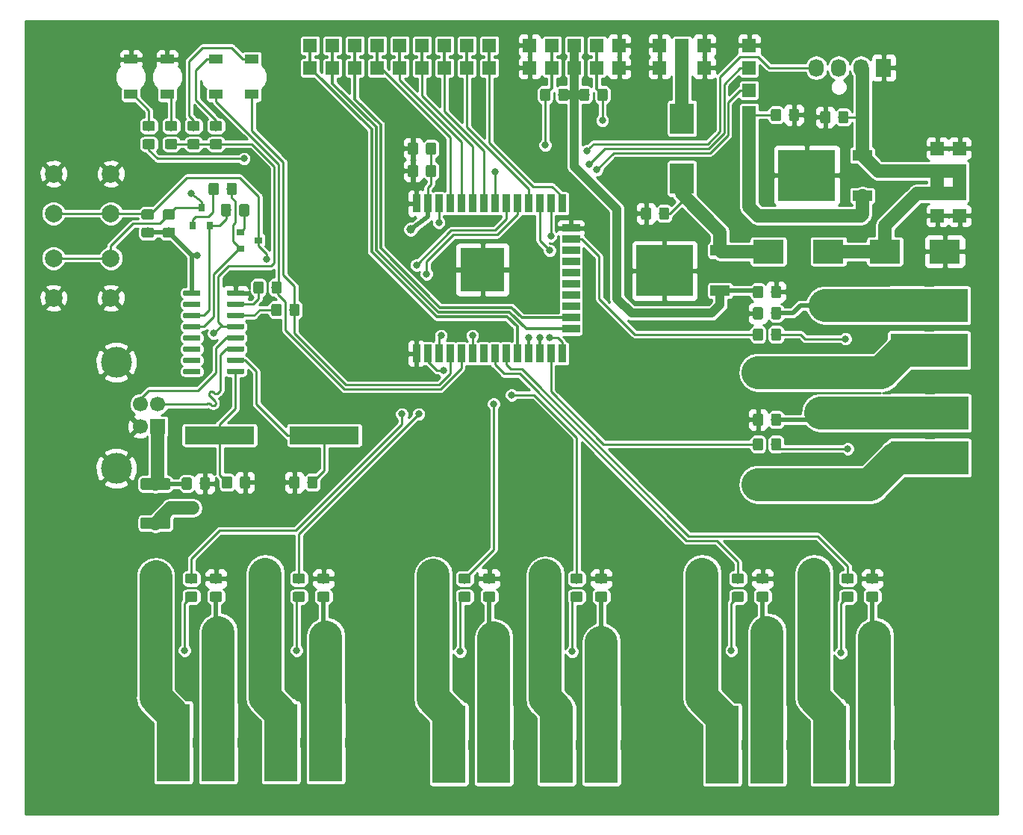
<source format=gbr>
G04 #@! TF.GenerationSoftware,KiCad,Pcbnew,5.0.2-bee76a0~70~ubuntu18.04.1*
G04 #@! TF.CreationDate,2020-04-28T14:19:17+02:00*
G04 #@! TF.ProjectId,E32CB_R2,45333243-425f-4523-922e-6b696361645f,rev?*
G04 #@! TF.SameCoordinates,Original*
G04 #@! TF.FileFunction,Copper,L2,Bot*
G04 #@! TF.FilePolarity,Positive*
%FSLAX46Y46*%
G04 Gerber Fmt 4.6, Leading zero omitted, Abs format (unit mm)*
G04 Created by KiCad (PCBNEW 5.0.2-bee76a0~70~ubuntu18.04.1) date Út 28. dubna 2020, 14:19:17 CEST*
%MOMM*%
%LPD*%
G01*
G04 APERTURE LIST*
G04 #@! TA.AperFunction,SMDPad,CuDef*
%ADD10R,5.000000X5.000000*%
G04 #@! TD*
G04 #@! TA.AperFunction,SMDPad,CuDef*
%ADD11R,0.900000X2.000000*%
G04 #@! TD*
G04 #@! TA.AperFunction,SMDPad,CuDef*
%ADD12R,2.000000X0.900000*%
G04 #@! TD*
G04 #@! TA.AperFunction,ComponentPad*
%ADD13C,2.000000*%
G04 #@! TD*
G04 #@! TA.AperFunction,Conductor*
%ADD14C,0.100000*%
G04 #@! TD*
G04 #@! TA.AperFunction,SMDPad,CuDef*
%ADD15C,1.150000*%
G04 #@! TD*
G04 #@! TA.AperFunction,ComponentPad*
%ADD16R,1.730000X2.030000*%
G04 #@! TD*
G04 #@! TA.AperFunction,ComponentPad*
%ADD17O,1.730000X2.030000*%
G04 #@! TD*
G04 #@! TA.AperFunction,ComponentPad*
%ADD18R,1.700000X1.700000*%
G04 #@! TD*
G04 #@! TA.AperFunction,ComponentPad*
%ADD19C,1.700000*%
G04 #@! TD*
G04 #@! TA.AperFunction,ComponentPad*
%ADD20C,3.500000*%
G04 #@! TD*
G04 #@! TA.AperFunction,SMDPad,CuDef*
%ADD21R,7.875000X2.000000*%
G04 #@! TD*
G04 #@! TA.AperFunction,SMDPad,CuDef*
%ADD22R,3.500000X2.700000*%
G04 #@! TD*
G04 #@! TA.AperFunction,SMDPad,CuDef*
%ADD23R,2.700000X3.500000*%
G04 #@! TD*
G04 #@! TA.AperFunction,SMDPad,CuDef*
%ADD24C,1.300000*%
G04 #@! TD*
G04 #@! TA.AperFunction,ComponentPad*
%ADD25R,3.810000X3.810000*%
G04 #@! TD*
G04 #@! TA.AperFunction,SMDPad,CuDef*
%ADD26R,1.500000X1.050000*%
G04 #@! TD*
G04 #@! TA.AperFunction,ComponentPad*
%ADD27C,6.000000*%
G04 #@! TD*
G04 #@! TA.AperFunction,ComponentPad*
%ADD28R,1.524000X1.524000*%
G04 #@! TD*
G04 #@! TA.AperFunction,SMDPad,CuDef*
%ADD29C,0.600000*%
G04 #@! TD*
G04 #@! TA.AperFunction,SMDPad,CuDef*
%ADD30R,0.900000X0.800000*%
G04 #@! TD*
G04 #@! TA.AperFunction,SMDPad,CuDef*
%ADD31R,0.800000X0.900000*%
G04 #@! TD*
G04 #@! TA.AperFunction,SMDPad,CuDef*
%ADD32R,6.400000X5.800000*%
G04 #@! TD*
G04 #@! TA.AperFunction,SMDPad,CuDef*
%ADD33R,2.200000X1.200000*%
G04 #@! TD*
G04 #@! TA.AperFunction,ViaPad*
%ADD34C,0.800000*%
G04 #@! TD*
G04 #@! TA.AperFunction,ViaPad*
%ADD35C,1.000000*%
G04 #@! TD*
G04 #@! TA.AperFunction,Conductor*
%ADD36C,0.250000*%
G04 #@! TD*
G04 #@! TA.AperFunction,Conductor*
%ADD37C,0.500000*%
G04 #@! TD*
G04 #@! TA.AperFunction,Conductor*
%ADD38C,1.000000*%
G04 #@! TD*
G04 #@! TA.AperFunction,Conductor*
%ADD39C,3.700000*%
G04 #@! TD*
G04 #@! TA.AperFunction,Conductor*
%ADD40C,0.300000*%
G04 #@! TD*
G04 #@! TA.AperFunction,Conductor*
%ADD41C,1.500000*%
G04 #@! TD*
G04 APERTURE END LIST*
D10*
G04 #@! TO.P,U1,39*
G04 #@! TO.N,GND*
X149105000Y-74692000D03*
D11*
G04 #@! TO.P,U1,1*
X141605000Y-67192000D03*
G04 #@! TO.P,U1,2*
G04 #@! TO.N,+3V3*
X142875000Y-67192000D03*
G04 #@! TO.P,U1,3*
G04 #@! TO.N,/EN*
X144145000Y-67192000D03*
G04 #@! TO.P,U1,4*
G04 #@! TO.N,/gpi36*
X145415000Y-67192000D03*
G04 #@! TO.P,U1,5*
G04 #@! TO.N,/gpi39*
X146685000Y-67192000D03*
G04 #@! TO.P,U1,6*
G04 #@! TO.N,/gpi34*
X147955000Y-67192000D03*
G04 #@! TO.P,U1,7*
G04 #@! TO.N,/gpi35*
X149225000Y-67192000D03*
G04 #@! TO.P,U1,8*
G04 #@! TO.N,/s_LED*
X150495000Y-67192000D03*
G04 #@! TO.P,U1,9*
G04 #@! TO.N,/Q1*
X151765000Y-67192000D03*
G04 #@! TO.P,U1,10*
G04 #@! TO.N,/Q2*
X153035000Y-67192000D03*
G04 #@! TO.P,U1,11*
G04 #@! TO.N,/gpio26*
X154305000Y-67192000D03*
G04 #@! TO.P,U1,12*
G04 #@! TO.N,/Q3*
X155575000Y-67192000D03*
G04 #@! TO.P,U1,13*
G04 #@! TO.N,/Q4*
X156845000Y-67192000D03*
G04 #@! TO.P,U1,14*
G04 #@! TO.N,/gpio12*
X158115000Y-67192000D03*
D12*
G04 #@! TO.P,U1,15*
G04 #@! TO.N,GND*
X159115000Y-69977000D03*
G04 #@! TO.P,U1,16*
G04 #@! TO.N,/Q5*
X159115000Y-71247000D03*
G04 #@! TO.P,U1,17*
G04 #@! TO.N,Net-(U1-Pad17)*
X159115000Y-72517000D03*
G04 #@! TO.P,U1,18*
G04 #@! TO.N,Net-(U1-Pad18)*
X159115000Y-73787000D03*
G04 #@! TO.P,U1,19*
G04 #@! TO.N,Net-(U1-Pad19)*
X159115000Y-75057000D03*
G04 #@! TO.P,U1,20*
G04 #@! TO.N,Net-(U1-Pad20)*
X159115000Y-76327000D03*
G04 #@! TO.P,U1,21*
G04 #@! TO.N,Net-(U1-Pad21)*
X159115000Y-77597000D03*
G04 #@! TO.P,U1,22*
G04 #@! TO.N,Net-(U1-Pad22)*
X159115000Y-78867000D03*
G04 #@! TO.P,U1,23*
G04 #@! TO.N,/gpio15*
X159115000Y-80137000D03*
G04 #@! TO.P,U1,24*
G04 #@! TO.N,/gpio2*
X159115000Y-81407000D03*
D11*
G04 #@! TO.P,U1,25*
G04 #@! TO.N,/IO_0*
X158115000Y-84192000D03*
G04 #@! TO.P,U1,26*
G04 #@! TO.N,/Q6*
X156845000Y-84192000D03*
G04 #@! TO.P,U1,27*
G04 #@! TO.N,/U2_RXD*
X155575000Y-84192000D03*
G04 #@! TO.P,U1,28*
G04 #@! TO.N,/U2_TXD*
X154305000Y-84192000D03*
G04 #@! TO.P,U1,29*
G04 #@! TO.N,/gpio5*
X153035000Y-84192000D03*
G04 #@! TO.P,U1,30*
G04 #@! TO.N,/Q7*
X151765000Y-84192000D03*
G04 #@! TO.P,U1,31*
G04 #@! TO.N,/Q8*
X150495000Y-84192000D03*
G04 #@! TO.P,U1,32*
G04 #@! TO.N,Net-(U1-Pad32)*
X149225000Y-84192000D03*
G04 #@! TO.P,U1,33*
G04 #@! TO.N,/I2C_SDA*
X147955000Y-84192000D03*
G04 #@! TO.P,U1,34*
G04 #@! TO.N,/RXD*
X146685000Y-84192000D03*
G04 #@! TO.P,U1,35*
G04 #@! TO.N,/TXD*
X145415000Y-84192000D03*
G04 #@! TO.P,U1,36*
G04 #@! TO.N,/I2C_SCL*
X144145000Y-84192000D03*
G04 #@! TO.P,U1,37*
G04 #@! TO.N,/fan1*
X142875000Y-84192000D03*
G04 #@! TO.P,U1,38*
G04 #@! TO.N,GND*
X141605000Y-84192000D03*
G04 #@! TD*
D13*
G04 #@! TO.P,FLASH,2*
G04 #@! TO.N,GND*
X106957000Y-63826000D03*
G04 #@! TO.P,FLASH,1*
G04 #@! TO.N,/IO_0*
X106957000Y-68326000D03*
G04 #@! TO.P,FLASH,2*
G04 #@! TO.N,GND*
X100457000Y-63826000D03*
G04 #@! TO.P,FLASH,1*
G04 #@! TO.N,/IO_0*
X100457000Y-68326000D03*
G04 #@! TD*
G04 #@! TO.P,RESET,1*
G04 #@! TO.N,/EN*
X106957000Y-73406000D03*
G04 #@! TO.P,RESET,2*
G04 #@! TO.N,GND*
X106957000Y-77906000D03*
G04 #@! TO.P,RESET,1*
G04 #@! TO.N,/EN*
X100457000Y-73406000D03*
G04 #@! TO.P,RESET,2*
G04 #@! TO.N,GND*
X100457000Y-77906000D03*
G04 #@! TD*
D14*
G04 #@! TO.N,Net-(C1-Pad1)*
G04 #@! TO.C,C1*
G36*
X130152505Y-98107204D02*
X130176773Y-98110804D01*
X130200572Y-98116765D01*
X130223671Y-98125030D01*
X130245850Y-98135520D01*
X130266893Y-98148132D01*
X130286599Y-98162747D01*
X130304777Y-98179223D01*
X130321253Y-98197401D01*
X130335868Y-98217107D01*
X130348480Y-98238150D01*
X130358970Y-98260329D01*
X130367235Y-98283428D01*
X130373196Y-98307227D01*
X130376796Y-98331495D01*
X130378000Y-98355999D01*
X130378000Y-99256001D01*
X130376796Y-99280505D01*
X130373196Y-99304773D01*
X130367235Y-99328572D01*
X130358970Y-99351671D01*
X130348480Y-99373850D01*
X130335868Y-99394893D01*
X130321253Y-99414599D01*
X130304777Y-99432777D01*
X130286599Y-99449253D01*
X130266893Y-99463868D01*
X130245850Y-99476480D01*
X130223671Y-99486970D01*
X130200572Y-99495235D01*
X130176773Y-99501196D01*
X130152505Y-99504796D01*
X130128001Y-99506000D01*
X129477999Y-99506000D01*
X129453495Y-99504796D01*
X129429227Y-99501196D01*
X129405428Y-99495235D01*
X129382329Y-99486970D01*
X129360150Y-99476480D01*
X129339107Y-99463868D01*
X129319401Y-99449253D01*
X129301223Y-99432777D01*
X129284747Y-99414599D01*
X129270132Y-99394893D01*
X129257520Y-99373850D01*
X129247030Y-99351671D01*
X129238765Y-99328572D01*
X129232804Y-99304773D01*
X129229204Y-99280505D01*
X129228000Y-99256001D01*
X129228000Y-98355999D01*
X129229204Y-98331495D01*
X129232804Y-98307227D01*
X129238765Y-98283428D01*
X129247030Y-98260329D01*
X129257520Y-98238150D01*
X129270132Y-98217107D01*
X129284747Y-98197401D01*
X129301223Y-98179223D01*
X129319401Y-98162747D01*
X129339107Y-98148132D01*
X129360150Y-98135520D01*
X129382329Y-98125030D01*
X129405428Y-98116765D01*
X129429227Y-98110804D01*
X129453495Y-98107204D01*
X129477999Y-98106000D01*
X130128001Y-98106000D01*
X130152505Y-98107204D01*
X130152505Y-98107204D01*
G37*
D15*
G04 #@! TD*
G04 #@! TO.P,C1,1*
G04 #@! TO.N,Net-(C1-Pad1)*
X129803000Y-98806000D03*
D14*
G04 #@! TO.N,GND*
G04 #@! TO.C,C1*
G36*
X128102505Y-98107204D02*
X128126773Y-98110804D01*
X128150572Y-98116765D01*
X128173671Y-98125030D01*
X128195850Y-98135520D01*
X128216893Y-98148132D01*
X128236599Y-98162747D01*
X128254777Y-98179223D01*
X128271253Y-98197401D01*
X128285868Y-98217107D01*
X128298480Y-98238150D01*
X128308970Y-98260329D01*
X128317235Y-98283428D01*
X128323196Y-98307227D01*
X128326796Y-98331495D01*
X128328000Y-98355999D01*
X128328000Y-99256001D01*
X128326796Y-99280505D01*
X128323196Y-99304773D01*
X128317235Y-99328572D01*
X128308970Y-99351671D01*
X128298480Y-99373850D01*
X128285868Y-99394893D01*
X128271253Y-99414599D01*
X128254777Y-99432777D01*
X128236599Y-99449253D01*
X128216893Y-99463868D01*
X128195850Y-99476480D01*
X128173671Y-99486970D01*
X128150572Y-99495235D01*
X128126773Y-99501196D01*
X128102505Y-99504796D01*
X128078001Y-99506000D01*
X127427999Y-99506000D01*
X127403495Y-99504796D01*
X127379227Y-99501196D01*
X127355428Y-99495235D01*
X127332329Y-99486970D01*
X127310150Y-99476480D01*
X127289107Y-99463868D01*
X127269401Y-99449253D01*
X127251223Y-99432777D01*
X127234747Y-99414599D01*
X127220132Y-99394893D01*
X127207520Y-99373850D01*
X127197030Y-99351671D01*
X127188765Y-99328572D01*
X127182804Y-99304773D01*
X127179204Y-99280505D01*
X127178000Y-99256001D01*
X127178000Y-98355999D01*
X127179204Y-98331495D01*
X127182804Y-98307227D01*
X127188765Y-98283428D01*
X127197030Y-98260329D01*
X127207520Y-98238150D01*
X127220132Y-98217107D01*
X127234747Y-98197401D01*
X127251223Y-98179223D01*
X127269401Y-98162747D01*
X127289107Y-98148132D01*
X127310150Y-98135520D01*
X127332329Y-98125030D01*
X127355428Y-98116765D01*
X127379227Y-98110804D01*
X127403495Y-98107204D01*
X127427999Y-98106000D01*
X128078001Y-98106000D01*
X128102505Y-98107204D01*
X128102505Y-98107204D01*
G37*
D15*
G04 #@! TD*
G04 #@! TO.P,C1,2*
G04 #@! TO.N,GND*
X127753000Y-98806000D03*
D14*
G04 #@! TO.N,GND*
G04 #@! TO.C,C2*
G36*
X122523505Y-98107204D02*
X122547773Y-98110804D01*
X122571572Y-98116765D01*
X122594671Y-98125030D01*
X122616850Y-98135520D01*
X122637893Y-98148132D01*
X122657599Y-98162747D01*
X122675777Y-98179223D01*
X122692253Y-98197401D01*
X122706868Y-98217107D01*
X122719480Y-98238150D01*
X122729970Y-98260329D01*
X122738235Y-98283428D01*
X122744196Y-98307227D01*
X122747796Y-98331495D01*
X122749000Y-98355999D01*
X122749000Y-99256001D01*
X122747796Y-99280505D01*
X122744196Y-99304773D01*
X122738235Y-99328572D01*
X122729970Y-99351671D01*
X122719480Y-99373850D01*
X122706868Y-99394893D01*
X122692253Y-99414599D01*
X122675777Y-99432777D01*
X122657599Y-99449253D01*
X122637893Y-99463868D01*
X122616850Y-99476480D01*
X122594671Y-99486970D01*
X122571572Y-99495235D01*
X122547773Y-99501196D01*
X122523505Y-99504796D01*
X122499001Y-99506000D01*
X121848999Y-99506000D01*
X121824495Y-99504796D01*
X121800227Y-99501196D01*
X121776428Y-99495235D01*
X121753329Y-99486970D01*
X121731150Y-99476480D01*
X121710107Y-99463868D01*
X121690401Y-99449253D01*
X121672223Y-99432777D01*
X121655747Y-99414599D01*
X121641132Y-99394893D01*
X121628520Y-99373850D01*
X121618030Y-99351671D01*
X121609765Y-99328572D01*
X121603804Y-99304773D01*
X121600204Y-99280505D01*
X121599000Y-99256001D01*
X121599000Y-98355999D01*
X121600204Y-98331495D01*
X121603804Y-98307227D01*
X121609765Y-98283428D01*
X121618030Y-98260329D01*
X121628520Y-98238150D01*
X121641132Y-98217107D01*
X121655747Y-98197401D01*
X121672223Y-98179223D01*
X121690401Y-98162747D01*
X121710107Y-98148132D01*
X121731150Y-98135520D01*
X121753329Y-98125030D01*
X121776428Y-98116765D01*
X121800227Y-98110804D01*
X121824495Y-98107204D01*
X121848999Y-98106000D01*
X122499001Y-98106000D01*
X122523505Y-98107204D01*
X122523505Y-98107204D01*
G37*
D15*
G04 #@! TD*
G04 #@! TO.P,C2,2*
G04 #@! TO.N,GND*
X122174000Y-98806000D03*
D14*
G04 #@! TO.N,Net-(C2-Pad1)*
G04 #@! TO.C,C2*
G36*
X120473505Y-98107204D02*
X120497773Y-98110804D01*
X120521572Y-98116765D01*
X120544671Y-98125030D01*
X120566850Y-98135520D01*
X120587893Y-98148132D01*
X120607599Y-98162747D01*
X120625777Y-98179223D01*
X120642253Y-98197401D01*
X120656868Y-98217107D01*
X120669480Y-98238150D01*
X120679970Y-98260329D01*
X120688235Y-98283428D01*
X120694196Y-98307227D01*
X120697796Y-98331495D01*
X120699000Y-98355999D01*
X120699000Y-99256001D01*
X120697796Y-99280505D01*
X120694196Y-99304773D01*
X120688235Y-99328572D01*
X120679970Y-99351671D01*
X120669480Y-99373850D01*
X120656868Y-99394893D01*
X120642253Y-99414599D01*
X120625777Y-99432777D01*
X120607599Y-99449253D01*
X120587893Y-99463868D01*
X120566850Y-99476480D01*
X120544671Y-99486970D01*
X120521572Y-99495235D01*
X120497773Y-99501196D01*
X120473505Y-99504796D01*
X120449001Y-99506000D01*
X119798999Y-99506000D01*
X119774495Y-99504796D01*
X119750227Y-99501196D01*
X119726428Y-99495235D01*
X119703329Y-99486970D01*
X119681150Y-99476480D01*
X119660107Y-99463868D01*
X119640401Y-99449253D01*
X119622223Y-99432777D01*
X119605747Y-99414599D01*
X119591132Y-99394893D01*
X119578520Y-99373850D01*
X119568030Y-99351671D01*
X119559765Y-99328572D01*
X119553804Y-99304773D01*
X119550204Y-99280505D01*
X119549000Y-99256001D01*
X119549000Y-98355999D01*
X119550204Y-98331495D01*
X119553804Y-98307227D01*
X119559765Y-98283428D01*
X119568030Y-98260329D01*
X119578520Y-98238150D01*
X119591132Y-98217107D01*
X119605747Y-98197401D01*
X119622223Y-98179223D01*
X119640401Y-98162747D01*
X119660107Y-98148132D01*
X119681150Y-98135520D01*
X119703329Y-98125030D01*
X119726428Y-98116765D01*
X119750227Y-98110804D01*
X119774495Y-98107204D01*
X119798999Y-98106000D01*
X120449001Y-98106000D01*
X120473505Y-98107204D01*
X120473505Y-98107204D01*
G37*
D15*
G04 #@! TD*
G04 #@! TO.P,C2,1*
G04 #@! TO.N,Net-(C2-Pad1)*
X120124000Y-98806000D03*
D14*
G04 #@! TO.N,Net-(C3-Pad1)*
G04 #@! TO.C,C3*
G36*
X115910505Y-98234204D02*
X115934773Y-98237804D01*
X115958572Y-98243765D01*
X115981671Y-98252030D01*
X116003850Y-98262520D01*
X116024893Y-98275132D01*
X116044599Y-98289747D01*
X116062777Y-98306223D01*
X116079253Y-98324401D01*
X116093868Y-98344107D01*
X116106480Y-98365150D01*
X116116970Y-98387329D01*
X116125235Y-98410428D01*
X116131196Y-98434227D01*
X116134796Y-98458495D01*
X116136000Y-98482999D01*
X116136000Y-99383001D01*
X116134796Y-99407505D01*
X116131196Y-99431773D01*
X116125235Y-99455572D01*
X116116970Y-99478671D01*
X116106480Y-99500850D01*
X116093868Y-99521893D01*
X116079253Y-99541599D01*
X116062777Y-99559777D01*
X116044599Y-99576253D01*
X116024893Y-99590868D01*
X116003850Y-99603480D01*
X115981671Y-99613970D01*
X115958572Y-99622235D01*
X115934773Y-99628196D01*
X115910505Y-99631796D01*
X115886001Y-99633000D01*
X115235999Y-99633000D01*
X115211495Y-99631796D01*
X115187227Y-99628196D01*
X115163428Y-99622235D01*
X115140329Y-99613970D01*
X115118150Y-99603480D01*
X115097107Y-99590868D01*
X115077401Y-99576253D01*
X115059223Y-99559777D01*
X115042747Y-99541599D01*
X115028132Y-99521893D01*
X115015520Y-99500850D01*
X115005030Y-99478671D01*
X114996765Y-99455572D01*
X114990804Y-99431773D01*
X114987204Y-99407505D01*
X114986000Y-99383001D01*
X114986000Y-98482999D01*
X114987204Y-98458495D01*
X114990804Y-98434227D01*
X114996765Y-98410428D01*
X115005030Y-98387329D01*
X115015520Y-98365150D01*
X115028132Y-98344107D01*
X115042747Y-98324401D01*
X115059223Y-98306223D01*
X115077401Y-98289747D01*
X115097107Y-98275132D01*
X115118150Y-98262520D01*
X115140329Y-98252030D01*
X115163428Y-98243765D01*
X115187227Y-98237804D01*
X115211495Y-98234204D01*
X115235999Y-98233000D01*
X115886001Y-98233000D01*
X115910505Y-98234204D01*
X115910505Y-98234204D01*
G37*
D15*
G04 #@! TD*
G04 #@! TO.P,C3,1*
G04 #@! TO.N,Net-(C3-Pad1)*
X115561000Y-98933000D03*
D14*
G04 #@! TO.N,GND*
G04 #@! TO.C,C3*
G36*
X117960505Y-98234204D02*
X117984773Y-98237804D01*
X118008572Y-98243765D01*
X118031671Y-98252030D01*
X118053850Y-98262520D01*
X118074893Y-98275132D01*
X118094599Y-98289747D01*
X118112777Y-98306223D01*
X118129253Y-98324401D01*
X118143868Y-98344107D01*
X118156480Y-98365150D01*
X118166970Y-98387329D01*
X118175235Y-98410428D01*
X118181196Y-98434227D01*
X118184796Y-98458495D01*
X118186000Y-98482999D01*
X118186000Y-99383001D01*
X118184796Y-99407505D01*
X118181196Y-99431773D01*
X118175235Y-99455572D01*
X118166970Y-99478671D01*
X118156480Y-99500850D01*
X118143868Y-99521893D01*
X118129253Y-99541599D01*
X118112777Y-99559777D01*
X118094599Y-99576253D01*
X118074893Y-99590868D01*
X118053850Y-99603480D01*
X118031671Y-99613970D01*
X118008572Y-99622235D01*
X117984773Y-99628196D01*
X117960505Y-99631796D01*
X117936001Y-99633000D01*
X117285999Y-99633000D01*
X117261495Y-99631796D01*
X117237227Y-99628196D01*
X117213428Y-99622235D01*
X117190329Y-99613970D01*
X117168150Y-99603480D01*
X117147107Y-99590868D01*
X117127401Y-99576253D01*
X117109223Y-99559777D01*
X117092747Y-99541599D01*
X117078132Y-99521893D01*
X117065520Y-99500850D01*
X117055030Y-99478671D01*
X117046765Y-99455572D01*
X117040804Y-99431773D01*
X117037204Y-99407505D01*
X117036000Y-99383001D01*
X117036000Y-98482999D01*
X117037204Y-98458495D01*
X117040804Y-98434227D01*
X117046765Y-98410428D01*
X117055030Y-98387329D01*
X117065520Y-98365150D01*
X117078132Y-98344107D01*
X117092747Y-98324401D01*
X117109223Y-98306223D01*
X117127401Y-98289747D01*
X117147107Y-98275132D01*
X117168150Y-98262520D01*
X117190329Y-98252030D01*
X117213428Y-98243765D01*
X117237227Y-98237804D01*
X117261495Y-98234204D01*
X117285999Y-98233000D01*
X117936001Y-98233000D01*
X117960505Y-98234204D01*
X117960505Y-98234204D01*
G37*
D15*
G04 #@! TD*
G04 #@! TO.P,C3,2*
G04 #@! TO.N,GND*
X117611000Y-98933000D03*
D14*
G04 #@! TO.N,GND*
G04 #@! TO.C,C4*
G36*
X141555505Y-62801204D02*
X141579773Y-62804804D01*
X141603572Y-62810765D01*
X141626671Y-62819030D01*
X141648850Y-62829520D01*
X141669893Y-62842132D01*
X141689599Y-62856747D01*
X141707777Y-62873223D01*
X141724253Y-62891401D01*
X141738868Y-62911107D01*
X141751480Y-62932150D01*
X141761970Y-62954329D01*
X141770235Y-62977428D01*
X141776196Y-63001227D01*
X141779796Y-63025495D01*
X141781000Y-63049999D01*
X141781000Y-63950001D01*
X141779796Y-63974505D01*
X141776196Y-63998773D01*
X141770235Y-64022572D01*
X141761970Y-64045671D01*
X141751480Y-64067850D01*
X141738868Y-64088893D01*
X141724253Y-64108599D01*
X141707777Y-64126777D01*
X141689599Y-64143253D01*
X141669893Y-64157868D01*
X141648850Y-64170480D01*
X141626671Y-64180970D01*
X141603572Y-64189235D01*
X141579773Y-64195196D01*
X141555505Y-64198796D01*
X141531001Y-64200000D01*
X140880999Y-64200000D01*
X140856495Y-64198796D01*
X140832227Y-64195196D01*
X140808428Y-64189235D01*
X140785329Y-64180970D01*
X140763150Y-64170480D01*
X140742107Y-64157868D01*
X140722401Y-64143253D01*
X140704223Y-64126777D01*
X140687747Y-64108599D01*
X140673132Y-64088893D01*
X140660520Y-64067850D01*
X140650030Y-64045671D01*
X140641765Y-64022572D01*
X140635804Y-63998773D01*
X140632204Y-63974505D01*
X140631000Y-63950001D01*
X140631000Y-63049999D01*
X140632204Y-63025495D01*
X140635804Y-63001227D01*
X140641765Y-62977428D01*
X140650030Y-62954329D01*
X140660520Y-62932150D01*
X140673132Y-62911107D01*
X140687747Y-62891401D01*
X140704223Y-62873223D01*
X140722401Y-62856747D01*
X140742107Y-62842132D01*
X140763150Y-62829520D01*
X140785329Y-62819030D01*
X140808428Y-62810765D01*
X140832227Y-62804804D01*
X140856495Y-62801204D01*
X140880999Y-62800000D01*
X141531001Y-62800000D01*
X141555505Y-62801204D01*
X141555505Y-62801204D01*
G37*
D15*
G04 #@! TD*
G04 #@! TO.P,C4,2*
G04 #@! TO.N,GND*
X141206000Y-63500000D03*
D14*
G04 #@! TO.N,+3V3*
G04 #@! TO.C,C4*
G36*
X143605505Y-62801204D02*
X143629773Y-62804804D01*
X143653572Y-62810765D01*
X143676671Y-62819030D01*
X143698850Y-62829520D01*
X143719893Y-62842132D01*
X143739599Y-62856747D01*
X143757777Y-62873223D01*
X143774253Y-62891401D01*
X143788868Y-62911107D01*
X143801480Y-62932150D01*
X143811970Y-62954329D01*
X143820235Y-62977428D01*
X143826196Y-63001227D01*
X143829796Y-63025495D01*
X143831000Y-63049999D01*
X143831000Y-63950001D01*
X143829796Y-63974505D01*
X143826196Y-63998773D01*
X143820235Y-64022572D01*
X143811970Y-64045671D01*
X143801480Y-64067850D01*
X143788868Y-64088893D01*
X143774253Y-64108599D01*
X143757777Y-64126777D01*
X143739599Y-64143253D01*
X143719893Y-64157868D01*
X143698850Y-64170480D01*
X143676671Y-64180970D01*
X143653572Y-64189235D01*
X143629773Y-64195196D01*
X143605505Y-64198796D01*
X143581001Y-64200000D01*
X142930999Y-64200000D01*
X142906495Y-64198796D01*
X142882227Y-64195196D01*
X142858428Y-64189235D01*
X142835329Y-64180970D01*
X142813150Y-64170480D01*
X142792107Y-64157868D01*
X142772401Y-64143253D01*
X142754223Y-64126777D01*
X142737747Y-64108599D01*
X142723132Y-64088893D01*
X142710520Y-64067850D01*
X142700030Y-64045671D01*
X142691765Y-64022572D01*
X142685804Y-63998773D01*
X142682204Y-63974505D01*
X142681000Y-63950001D01*
X142681000Y-63049999D01*
X142682204Y-63025495D01*
X142685804Y-63001227D01*
X142691765Y-62977428D01*
X142700030Y-62954329D01*
X142710520Y-62932150D01*
X142723132Y-62911107D01*
X142737747Y-62891401D01*
X142754223Y-62873223D01*
X142772401Y-62856747D01*
X142792107Y-62842132D01*
X142813150Y-62829520D01*
X142835329Y-62819030D01*
X142858428Y-62810765D01*
X142882227Y-62804804D01*
X142906495Y-62801204D01*
X142930999Y-62800000D01*
X143581001Y-62800000D01*
X143605505Y-62801204D01*
X143605505Y-62801204D01*
G37*
D15*
G04 #@! TD*
G04 #@! TO.P,C4,1*
G04 #@! TO.N,+3V3*
X143256000Y-63500000D03*
D14*
G04 #@! TO.N,+3V3*
G04 #@! TO.C,C5*
G36*
X143605505Y-60261204D02*
X143629773Y-60264804D01*
X143653572Y-60270765D01*
X143676671Y-60279030D01*
X143698850Y-60289520D01*
X143719893Y-60302132D01*
X143739599Y-60316747D01*
X143757777Y-60333223D01*
X143774253Y-60351401D01*
X143788868Y-60371107D01*
X143801480Y-60392150D01*
X143811970Y-60414329D01*
X143820235Y-60437428D01*
X143826196Y-60461227D01*
X143829796Y-60485495D01*
X143831000Y-60509999D01*
X143831000Y-61410001D01*
X143829796Y-61434505D01*
X143826196Y-61458773D01*
X143820235Y-61482572D01*
X143811970Y-61505671D01*
X143801480Y-61527850D01*
X143788868Y-61548893D01*
X143774253Y-61568599D01*
X143757777Y-61586777D01*
X143739599Y-61603253D01*
X143719893Y-61617868D01*
X143698850Y-61630480D01*
X143676671Y-61640970D01*
X143653572Y-61649235D01*
X143629773Y-61655196D01*
X143605505Y-61658796D01*
X143581001Y-61660000D01*
X142930999Y-61660000D01*
X142906495Y-61658796D01*
X142882227Y-61655196D01*
X142858428Y-61649235D01*
X142835329Y-61640970D01*
X142813150Y-61630480D01*
X142792107Y-61617868D01*
X142772401Y-61603253D01*
X142754223Y-61586777D01*
X142737747Y-61568599D01*
X142723132Y-61548893D01*
X142710520Y-61527850D01*
X142700030Y-61505671D01*
X142691765Y-61482572D01*
X142685804Y-61458773D01*
X142682204Y-61434505D01*
X142681000Y-61410001D01*
X142681000Y-60509999D01*
X142682204Y-60485495D01*
X142685804Y-60461227D01*
X142691765Y-60437428D01*
X142700030Y-60414329D01*
X142710520Y-60392150D01*
X142723132Y-60371107D01*
X142737747Y-60351401D01*
X142754223Y-60333223D01*
X142772401Y-60316747D01*
X142792107Y-60302132D01*
X142813150Y-60289520D01*
X142835329Y-60279030D01*
X142858428Y-60270765D01*
X142882227Y-60264804D01*
X142906495Y-60261204D01*
X142930999Y-60260000D01*
X143581001Y-60260000D01*
X143605505Y-60261204D01*
X143605505Y-60261204D01*
G37*
D15*
G04 #@! TD*
G04 #@! TO.P,C5,1*
G04 #@! TO.N,+3V3*
X143256000Y-60960000D03*
D14*
G04 #@! TO.N,GND*
G04 #@! TO.C,C5*
G36*
X141555505Y-60261204D02*
X141579773Y-60264804D01*
X141603572Y-60270765D01*
X141626671Y-60279030D01*
X141648850Y-60289520D01*
X141669893Y-60302132D01*
X141689599Y-60316747D01*
X141707777Y-60333223D01*
X141724253Y-60351401D01*
X141738868Y-60371107D01*
X141751480Y-60392150D01*
X141761970Y-60414329D01*
X141770235Y-60437428D01*
X141776196Y-60461227D01*
X141779796Y-60485495D01*
X141781000Y-60509999D01*
X141781000Y-61410001D01*
X141779796Y-61434505D01*
X141776196Y-61458773D01*
X141770235Y-61482572D01*
X141761970Y-61505671D01*
X141751480Y-61527850D01*
X141738868Y-61548893D01*
X141724253Y-61568599D01*
X141707777Y-61586777D01*
X141689599Y-61603253D01*
X141669893Y-61617868D01*
X141648850Y-61630480D01*
X141626671Y-61640970D01*
X141603572Y-61649235D01*
X141579773Y-61655196D01*
X141555505Y-61658796D01*
X141531001Y-61660000D01*
X140880999Y-61660000D01*
X140856495Y-61658796D01*
X140832227Y-61655196D01*
X140808428Y-61649235D01*
X140785329Y-61640970D01*
X140763150Y-61630480D01*
X140742107Y-61617868D01*
X140722401Y-61603253D01*
X140704223Y-61586777D01*
X140687747Y-61568599D01*
X140673132Y-61548893D01*
X140660520Y-61527850D01*
X140650030Y-61505671D01*
X140641765Y-61482572D01*
X140635804Y-61458773D01*
X140632204Y-61434505D01*
X140631000Y-61410001D01*
X140631000Y-60509999D01*
X140632204Y-60485495D01*
X140635804Y-60461227D01*
X140641765Y-60437428D01*
X140650030Y-60414329D01*
X140660520Y-60392150D01*
X140673132Y-60371107D01*
X140687747Y-60351401D01*
X140704223Y-60333223D01*
X140722401Y-60316747D01*
X140742107Y-60302132D01*
X140763150Y-60289520D01*
X140785329Y-60279030D01*
X140808428Y-60270765D01*
X140832227Y-60264804D01*
X140856495Y-60261204D01*
X140880999Y-60260000D01*
X141531001Y-60260000D01*
X141555505Y-60261204D01*
X141555505Y-60261204D01*
G37*
D15*
G04 #@! TD*
G04 #@! TO.P,C5,2*
G04 #@! TO.N,GND*
X141206000Y-60960000D03*
D14*
G04 #@! TO.N,GND*
G04 #@! TO.C,C6*
G36*
X188300505Y-56705204D02*
X188324773Y-56708804D01*
X188348572Y-56714765D01*
X188371671Y-56723030D01*
X188393850Y-56733520D01*
X188414893Y-56746132D01*
X188434599Y-56760747D01*
X188452777Y-56777223D01*
X188469253Y-56795401D01*
X188483868Y-56815107D01*
X188496480Y-56836150D01*
X188506970Y-56858329D01*
X188515235Y-56881428D01*
X188521196Y-56905227D01*
X188524796Y-56929495D01*
X188526000Y-56953999D01*
X188526000Y-57854001D01*
X188524796Y-57878505D01*
X188521196Y-57902773D01*
X188515235Y-57926572D01*
X188506970Y-57949671D01*
X188496480Y-57971850D01*
X188483868Y-57992893D01*
X188469253Y-58012599D01*
X188452777Y-58030777D01*
X188434599Y-58047253D01*
X188414893Y-58061868D01*
X188393850Y-58074480D01*
X188371671Y-58084970D01*
X188348572Y-58093235D01*
X188324773Y-58099196D01*
X188300505Y-58102796D01*
X188276001Y-58104000D01*
X187625999Y-58104000D01*
X187601495Y-58102796D01*
X187577227Y-58099196D01*
X187553428Y-58093235D01*
X187530329Y-58084970D01*
X187508150Y-58074480D01*
X187487107Y-58061868D01*
X187467401Y-58047253D01*
X187449223Y-58030777D01*
X187432747Y-58012599D01*
X187418132Y-57992893D01*
X187405520Y-57971850D01*
X187395030Y-57949671D01*
X187386765Y-57926572D01*
X187380804Y-57902773D01*
X187377204Y-57878505D01*
X187376000Y-57854001D01*
X187376000Y-56953999D01*
X187377204Y-56929495D01*
X187380804Y-56905227D01*
X187386765Y-56881428D01*
X187395030Y-56858329D01*
X187405520Y-56836150D01*
X187418132Y-56815107D01*
X187432747Y-56795401D01*
X187449223Y-56777223D01*
X187467401Y-56760747D01*
X187487107Y-56746132D01*
X187508150Y-56733520D01*
X187530329Y-56723030D01*
X187553428Y-56714765D01*
X187577227Y-56708804D01*
X187601495Y-56705204D01*
X187625999Y-56704000D01*
X188276001Y-56704000D01*
X188300505Y-56705204D01*
X188300505Y-56705204D01*
G37*
D15*
G04 #@! TD*
G04 #@! TO.P,C6,2*
G04 #@! TO.N,GND*
X187951000Y-57404000D03*
D14*
G04 #@! TO.N,+12V*
G04 #@! TO.C,C6*
G36*
X190350505Y-56705204D02*
X190374773Y-56708804D01*
X190398572Y-56714765D01*
X190421671Y-56723030D01*
X190443850Y-56733520D01*
X190464893Y-56746132D01*
X190484599Y-56760747D01*
X190502777Y-56777223D01*
X190519253Y-56795401D01*
X190533868Y-56815107D01*
X190546480Y-56836150D01*
X190556970Y-56858329D01*
X190565235Y-56881428D01*
X190571196Y-56905227D01*
X190574796Y-56929495D01*
X190576000Y-56953999D01*
X190576000Y-57854001D01*
X190574796Y-57878505D01*
X190571196Y-57902773D01*
X190565235Y-57926572D01*
X190556970Y-57949671D01*
X190546480Y-57971850D01*
X190533868Y-57992893D01*
X190519253Y-58012599D01*
X190502777Y-58030777D01*
X190484599Y-58047253D01*
X190464893Y-58061868D01*
X190443850Y-58074480D01*
X190421671Y-58084970D01*
X190398572Y-58093235D01*
X190374773Y-58099196D01*
X190350505Y-58102796D01*
X190326001Y-58104000D01*
X189675999Y-58104000D01*
X189651495Y-58102796D01*
X189627227Y-58099196D01*
X189603428Y-58093235D01*
X189580329Y-58084970D01*
X189558150Y-58074480D01*
X189537107Y-58061868D01*
X189517401Y-58047253D01*
X189499223Y-58030777D01*
X189482747Y-58012599D01*
X189468132Y-57992893D01*
X189455520Y-57971850D01*
X189445030Y-57949671D01*
X189436765Y-57926572D01*
X189430804Y-57902773D01*
X189427204Y-57878505D01*
X189426000Y-57854001D01*
X189426000Y-56953999D01*
X189427204Y-56929495D01*
X189430804Y-56905227D01*
X189436765Y-56881428D01*
X189445030Y-56858329D01*
X189455520Y-56836150D01*
X189468132Y-56815107D01*
X189482747Y-56795401D01*
X189499223Y-56777223D01*
X189517401Y-56760747D01*
X189537107Y-56746132D01*
X189558150Y-56733520D01*
X189580329Y-56723030D01*
X189603428Y-56714765D01*
X189627227Y-56708804D01*
X189651495Y-56705204D01*
X189675999Y-56704000D01*
X190326001Y-56704000D01*
X190350505Y-56705204D01*
X190350505Y-56705204D01*
G37*
D15*
G04 #@! TD*
G04 #@! TO.P,C6,1*
G04 #@! TO.N,+12V*
X190001000Y-57404000D03*
D14*
G04 #@! TO.N,/display_Vin*
G04 #@! TO.C,C7*
G36*
X182712505Y-56451204D02*
X182736773Y-56454804D01*
X182760572Y-56460765D01*
X182783671Y-56469030D01*
X182805850Y-56479520D01*
X182826893Y-56492132D01*
X182846599Y-56506747D01*
X182864777Y-56523223D01*
X182881253Y-56541401D01*
X182895868Y-56561107D01*
X182908480Y-56582150D01*
X182918970Y-56604329D01*
X182927235Y-56627428D01*
X182933196Y-56651227D01*
X182936796Y-56675495D01*
X182938000Y-56699999D01*
X182938000Y-57600001D01*
X182936796Y-57624505D01*
X182933196Y-57648773D01*
X182927235Y-57672572D01*
X182918970Y-57695671D01*
X182908480Y-57717850D01*
X182895868Y-57738893D01*
X182881253Y-57758599D01*
X182864777Y-57776777D01*
X182846599Y-57793253D01*
X182826893Y-57807868D01*
X182805850Y-57820480D01*
X182783671Y-57830970D01*
X182760572Y-57839235D01*
X182736773Y-57845196D01*
X182712505Y-57848796D01*
X182688001Y-57850000D01*
X182037999Y-57850000D01*
X182013495Y-57848796D01*
X181989227Y-57845196D01*
X181965428Y-57839235D01*
X181942329Y-57830970D01*
X181920150Y-57820480D01*
X181899107Y-57807868D01*
X181879401Y-57793253D01*
X181861223Y-57776777D01*
X181844747Y-57758599D01*
X181830132Y-57738893D01*
X181817520Y-57717850D01*
X181807030Y-57695671D01*
X181798765Y-57672572D01*
X181792804Y-57648773D01*
X181789204Y-57624505D01*
X181788000Y-57600001D01*
X181788000Y-56699999D01*
X181789204Y-56675495D01*
X181792804Y-56651227D01*
X181798765Y-56627428D01*
X181807030Y-56604329D01*
X181817520Y-56582150D01*
X181830132Y-56561107D01*
X181844747Y-56541401D01*
X181861223Y-56523223D01*
X181879401Y-56506747D01*
X181899107Y-56492132D01*
X181920150Y-56479520D01*
X181942329Y-56469030D01*
X181965428Y-56460765D01*
X181989227Y-56454804D01*
X182013495Y-56451204D01*
X182037999Y-56450000D01*
X182688001Y-56450000D01*
X182712505Y-56451204D01*
X182712505Y-56451204D01*
G37*
D15*
G04 #@! TD*
G04 #@! TO.P,C7,1*
G04 #@! TO.N,/display_Vin*
X182363000Y-57150000D03*
D14*
G04 #@! TO.N,GND*
G04 #@! TO.C,C7*
G36*
X184762505Y-56451204D02*
X184786773Y-56454804D01*
X184810572Y-56460765D01*
X184833671Y-56469030D01*
X184855850Y-56479520D01*
X184876893Y-56492132D01*
X184896599Y-56506747D01*
X184914777Y-56523223D01*
X184931253Y-56541401D01*
X184945868Y-56561107D01*
X184958480Y-56582150D01*
X184968970Y-56604329D01*
X184977235Y-56627428D01*
X184983196Y-56651227D01*
X184986796Y-56675495D01*
X184988000Y-56699999D01*
X184988000Y-57600001D01*
X184986796Y-57624505D01*
X184983196Y-57648773D01*
X184977235Y-57672572D01*
X184968970Y-57695671D01*
X184958480Y-57717850D01*
X184945868Y-57738893D01*
X184931253Y-57758599D01*
X184914777Y-57776777D01*
X184896599Y-57793253D01*
X184876893Y-57807868D01*
X184855850Y-57820480D01*
X184833671Y-57830970D01*
X184810572Y-57839235D01*
X184786773Y-57845196D01*
X184762505Y-57848796D01*
X184738001Y-57850000D01*
X184087999Y-57850000D01*
X184063495Y-57848796D01*
X184039227Y-57845196D01*
X184015428Y-57839235D01*
X183992329Y-57830970D01*
X183970150Y-57820480D01*
X183949107Y-57807868D01*
X183929401Y-57793253D01*
X183911223Y-57776777D01*
X183894747Y-57758599D01*
X183880132Y-57738893D01*
X183867520Y-57717850D01*
X183857030Y-57695671D01*
X183848765Y-57672572D01*
X183842804Y-57648773D01*
X183839204Y-57624505D01*
X183838000Y-57600001D01*
X183838000Y-56699999D01*
X183839204Y-56675495D01*
X183842804Y-56651227D01*
X183848765Y-56627428D01*
X183857030Y-56604329D01*
X183867520Y-56582150D01*
X183880132Y-56561107D01*
X183894747Y-56541401D01*
X183911223Y-56523223D01*
X183929401Y-56506747D01*
X183949107Y-56492132D01*
X183970150Y-56479520D01*
X183992329Y-56469030D01*
X184015428Y-56460765D01*
X184039227Y-56454804D01*
X184063495Y-56451204D01*
X184087999Y-56450000D01*
X184738001Y-56450000D01*
X184762505Y-56451204D01*
X184762505Y-56451204D01*
G37*
D15*
G04 #@! TD*
G04 #@! TO.P,C7,2*
G04 #@! TO.N,GND*
X184413000Y-57150000D03*
D14*
G04 #@! TO.N,GND*
G04 #@! TO.C,C8*
G36*
X167980505Y-67627204D02*
X168004773Y-67630804D01*
X168028572Y-67636765D01*
X168051671Y-67645030D01*
X168073850Y-67655520D01*
X168094893Y-67668132D01*
X168114599Y-67682747D01*
X168132777Y-67699223D01*
X168149253Y-67717401D01*
X168163868Y-67737107D01*
X168176480Y-67758150D01*
X168186970Y-67780329D01*
X168195235Y-67803428D01*
X168201196Y-67827227D01*
X168204796Y-67851495D01*
X168206000Y-67875999D01*
X168206000Y-68776001D01*
X168204796Y-68800505D01*
X168201196Y-68824773D01*
X168195235Y-68848572D01*
X168186970Y-68871671D01*
X168176480Y-68893850D01*
X168163868Y-68914893D01*
X168149253Y-68934599D01*
X168132777Y-68952777D01*
X168114599Y-68969253D01*
X168094893Y-68983868D01*
X168073850Y-68996480D01*
X168051671Y-69006970D01*
X168028572Y-69015235D01*
X168004773Y-69021196D01*
X167980505Y-69024796D01*
X167956001Y-69026000D01*
X167305999Y-69026000D01*
X167281495Y-69024796D01*
X167257227Y-69021196D01*
X167233428Y-69015235D01*
X167210329Y-69006970D01*
X167188150Y-68996480D01*
X167167107Y-68983868D01*
X167147401Y-68969253D01*
X167129223Y-68952777D01*
X167112747Y-68934599D01*
X167098132Y-68914893D01*
X167085520Y-68893850D01*
X167075030Y-68871671D01*
X167066765Y-68848572D01*
X167060804Y-68824773D01*
X167057204Y-68800505D01*
X167056000Y-68776001D01*
X167056000Y-67875999D01*
X167057204Y-67851495D01*
X167060804Y-67827227D01*
X167066765Y-67803428D01*
X167075030Y-67780329D01*
X167085520Y-67758150D01*
X167098132Y-67737107D01*
X167112747Y-67717401D01*
X167129223Y-67699223D01*
X167147401Y-67682747D01*
X167167107Y-67668132D01*
X167188150Y-67655520D01*
X167210329Y-67645030D01*
X167233428Y-67636765D01*
X167257227Y-67630804D01*
X167281495Y-67627204D01*
X167305999Y-67626000D01*
X167956001Y-67626000D01*
X167980505Y-67627204D01*
X167980505Y-67627204D01*
G37*
D15*
G04 #@! TD*
G04 #@! TO.P,C8,2*
G04 #@! TO.N,GND*
X167631000Y-68326000D03*
D14*
G04 #@! TO.N,Net-(3V3stabilizer1-Pad1)*
G04 #@! TO.C,C8*
G36*
X170030505Y-67627204D02*
X170054773Y-67630804D01*
X170078572Y-67636765D01*
X170101671Y-67645030D01*
X170123850Y-67655520D01*
X170144893Y-67668132D01*
X170164599Y-67682747D01*
X170182777Y-67699223D01*
X170199253Y-67717401D01*
X170213868Y-67737107D01*
X170226480Y-67758150D01*
X170236970Y-67780329D01*
X170245235Y-67803428D01*
X170251196Y-67827227D01*
X170254796Y-67851495D01*
X170256000Y-67875999D01*
X170256000Y-68776001D01*
X170254796Y-68800505D01*
X170251196Y-68824773D01*
X170245235Y-68848572D01*
X170236970Y-68871671D01*
X170226480Y-68893850D01*
X170213868Y-68914893D01*
X170199253Y-68934599D01*
X170182777Y-68952777D01*
X170164599Y-68969253D01*
X170144893Y-68983868D01*
X170123850Y-68996480D01*
X170101671Y-69006970D01*
X170078572Y-69015235D01*
X170054773Y-69021196D01*
X170030505Y-69024796D01*
X170006001Y-69026000D01*
X169355999Y-69026000D01*
X169331495Y-69024796D01*
X169307227Y-69021196D01*
X169283428Y-69015235D01*
X169260329Y-69006970D01*
X169238150Y-68996480D01*
X169217107Y-68983868D01*
X169197401Y-68969253D01*
X169179223Y-68952777D01*
X169162747Y-68934599D01*
X169148132Y-68914893D01*
X169135520Y-68893850D01*
X169125030Y-68871671D01*
X169116765Y-68848572D01*
X169110804Y-68824773D01*
X169107204Y-68800505D01*
X169106000Y-68776001D01*
X169106000Y-67875999D01*
X169107204Y-67851495D01*
X169110804Y-67827227D01*
X169116765Y-67803428D01*
X169125030Y-67780329D01*
X169135520Y-67758150D01*
X169148132Y-67737107D01*
X169162747Y-67717401D01*
X169179223Y-67699223D01*
X169197401Y-67682747D01*
X169217107Y-67668132D01*
X169238150Y-67655520D01*
X169260329Y-67645030D01*
X169283428Y-67636765D01*
X169307227Y-67630804D01*
X169331495Y-67627204D01*
X169355999Y-67626000D01*
X170006001Y-67626000D01*
X170030505Y-67627204D01*
X170030505Y-67627204D01*
G37*
D15*
G04 #@! TD*
G04 #@! TO.P,C8,1*
G04 #@! TO.N,Net-(3V3stabilizer1-Pad1)*
X169681000Y-68326000D03*
D14*
G04 #@! TO.N,+3V3*
G04 #@! TO.C,C9*
G36*
X180680505Y-76517204D02*
X180704773Y-76520804D01*
X180728572Y-76526765D01*
X180751671Y-76535030D01*
X180773850Y-76545520D01*
X180794893Y-76558132D01*
X180814599Y-76572747D01*
X180832777Y-76589223D01*
X180849253Y-76607401D01*
X180863868Y-76627107D01*
X180876480Y-76648150D01*
X180886970Y-76670329D01*
X180895235Y-76693428D01*
X180901196Y-76717227D01*
X180904796Y-76741495D01*
X180906000Y-76765999D01*
X180906000Y-77666001D01*
X180904796Y-77690505D01*
X180901196Y-77714773D01*
X180895235Y-77738572D01*
X180886970Y-77761671D01*
X180876480Y-77783850D01*
X180863868Y-77804893D01*
X180849253Y-77824599D01*
X180832777Y-77842777D01*
X180814599Y-77859253D01*
X180794893Y-77873868D01*
X180773850Y-77886480D01*
X180751671Y-77896970D01*
X180728572Y-77905235D01*
X180704773Y-77911196D01*
X180680505Y-77914796D01*
X180656001Y-77916000D01*
X180005999Y-77916000D01*
X179981495Y-77914796D01*
X179957227Y-77911196D01*
X179933428Y-77905235D01*
X179910329Y-77896970D01*
X179888150Y-77886480D01*
X179867107Y-77873868D01*
X179847401Y-77859253D01*
X179829223Y-77842777D01*
X179812747Y-77824599D01*
X179798132Y-77804893D01*
X179785520Y-77783850D01*
X179775030Y-77761671D01*
X179766765Y-77738572D01*
X179760804Y-77714773D01*
X179757204Y-77690505D01*
X179756000Y-77666001D01*
X179756000Y-76765999D01*
X179757204Y-76741495D01*
X179760804Y-76717227D01*
X179766765Y-76693428D01*
X179775030Y-76670329D01*
X179785520Y-76648150D01*
X179798132Y-76627107D01*
X179812747Y-76607401D01*
X179829223Y-76589223D01*
X179847401Y-76572747D01*
X179867107Y-76558132D01*
X179888150Y-76545520D01*
X179910329Y-76535030D01*
X179933428Y-76526765D01*
X179957227Y-76520804D01*
X179981495Y-76517204D01*
X180005999Y-76516000D01*
X180656001Y-76516000D01*
X180680505Y-76517204D01*
X180680505Y-76517204D01*
G37*
D15*
G04 #@! TD*
G04 #@! TO.P,C9,1*
G04 #@! TO.N,+3V3*
X180331000Y-77216000D03*
D14*
G04 #@! TO.N,GND*
G04 #@! TO.C,C9*
G36*
X182730505Y-76517204D02*
X182754773Y-76520804D01*
X182778572Y-76526765D01*
X182801671Y-76535030D01*
X182823850Y-76545520D01*
X182844893Y-76558132D01*
X182864599Y-76572747D01*
X182882777Y-76589223D01*
X182899253Y-76607401D01*
X182913868Y-76627107D01*
X182926480Y-76648150D01*
X182936970Y-76670329D01*
X182945235Y-76693428D01*
X182951196Y-76717227D01*
X182954796Y-76741495D01*
X182956000Y-76765999D01*
X182956000Y-77666001D01*
X182954796Y-77690505D01*
X182951196Y-77714773D01*
X182945235Y-77738572D01*
X182936970Y-77761671D01*
X182926480Y-77783850D01*
X182913868Y-77804893D01*
X182899253Y-77824599D01*
X182882777Y-77842777D01*
X182864599Y-77859253D01*
X182844893Y-77873868D01*
X182823850Y-77886480D01*
X182801671Y-77896970D01*
X182778572Y-77905235D01*
X182754773Y-77911196D01*
X182730505Y-77914796D01*
X182706001Y-77916000D01*
X182055999Y-77916000D01*
X182031495Y-77914796D01*
X182007227Y-77911196D01*
X181983428Y-77905235D01*
X181960329Y-77896970D01*
X181938150Y-77886480D01*
X181917107Y-77873868D01*
X181897401Y-77859253D01*
X181879223Y-77842777D01*
X181862747Y-77824599D01*
X181848132Y-77804893D01*
X181835520Y-77783850D01*
X181825030Y-77761671D01*
X181816765Y-77738572D01*
X181810804Y-77714773D01*
X181807204Y-77690505D01*
X181806000Y-77666001D01*
X181806000Y-76765999D01*
X181807204Y-76741495D01*
X181810804Y-76717227D01*
X181816765Y-76693428D01*
X181825030Y-76670329D01*
X181835520Y-76648150D01*
X181848132Y-76627107D01*
X181862747Y-76607401D01*
X181879223Y-76589223D01*
X181897401Y-76572747D01*
X181917107Y-76558132D01*
X181938150Y-76545520D01*
X181960329Y-76535030D01*
X181983428Y-76526765D01*
X182007227Y-76520804D01*
X182031495Y-76517204D01*
X182055999Y-76516000D01*
X182706001Y-76516000D01*
X182730505Y-76517204D01*
X182730505Y-76517204D01*
G37*
D15*
G04 #@! TD*
G04 #@! TO.P,C9,2*
G04 #@! TO.N,GND*
X182381000Y-77216000D03*
D16*
G04 #@! TO.P,fan_1,1*
G04 #@! TO.N,GND*
X194564000Y-51816000D03*
D17*
G04 #@! TO.P,fan_1,2*
G04 #@! TO.N,+12V*
X192024000Y-51816000D03*
G04 #@! TO.P,fan_1,3*
G04 #@! TO.N,Net-(fan_1-Pad3)*
X189484000Y-51816000D03*
G04 #@! TO.P,fan_1,4*
G04 #@! TO.N,/fan1*
X186944000Y-51816000D03*
G04 #@! TD*
D18*
G04 #@! TO.P,J3,1*
G04 #@! TO.N,Net-(C3-Pad1)*
X112268000Y-92456000D03*
D19*
G04 #@! TO.P,J3,2*
G04 #@! TO.N,/USB_N*
X112268000Y-89956000D03*
G04 #@! TO.P,J3,3*
G04 #@! TO.N,/USB_P*
X110268000Y-89956000D03*
G04 #@! TO.P,J3,4*
G04 #@! TO.N,GND*
X110268000Y-92456000D03*
D20*
G04 #@! TO.P,J3,5*
X107558000Y-97226000D03*
X107558000Y-85186000D03*
G04 #@! TD*
D21*
G04 #@! TO.P,X1,1*
G04 #@! TO.N,Net-(C1-Pad1)*
X131159500Y-93472000D03*
G04 #@! TO.P,X1,2*
G04 #@! TO.N,Net-(C2-Pad1)*
X119284500Y-93472000D03*
G04 #@! TD*
D22*
G04 #@! TO.P,D3,1*
G04 #@! TO.N,Net-(3V3stabilizer1-Pad1)*
X181512000Y-72644000D03*
G04 #@! TO.P,D3,2*
G04 #@! TO.N,+12V*
X188312000Y-72644000D03*
G04 #@! TD*
D23*
G04 #@! TO.P,D2,2*
G04 #@! TO.N,+5V*
X171704000Y-57560000D03*
G04 #@! TO.P,D2,1*
G04 #@! TO.N,Net-(3V3stabilizer1-Pad1)*
X171704000Y-64360000D03*
G04 #@! TD*
D22*
G04 #@! TO.P,D1,1*
G04 #@! TO.N,+12V*
X194720000Y-72644000D03*
G04 #@! TO.P,D1,2*
G04 #@! TO.N,GND*
X201520000Y-72644000D03*
G04 #@! TD*
D14*
G04 #@! TO.N,+5V*
G04 #@! TO.C,F1*
G36*
X113488504Y-102795204D02*
X113512773Y-102798804D01*
X113536571Y-102804765D01*
X113559671Y-102813030D01*
X113581849Y-102823520D01*
X113602893Y-102836133D01*
X113622598Y-102850747D01*
X113640777Y-102867223D01*
X113657253Y-102885402D01*
X113671867Y-102905107D01*
X113684480Y-102926151D01*
X113694970Y-102948329D01*
X113703235Y-102971429D01*
X113709196Y-102995227D01*
X113712796Y-103019496D01*
X113714000Y-103044000D01*
X113714000Y-103844000D01*
X113712796Y-103868504D01*
X113709196Y-103892773D01*
X113703235Y-103916571D01*
X113694970Y-103939671D01*
X113684480Y-103961849D01*
X113671867Y-103982893D01*
X113657253Y-104002598D01*
X113640777Y-104020777D01*
X113622598Y-104037253D01*
X113602893Y-104051867D01*
X113581849Y-104064480D01*
X113559671Y-104074970D01*
X113536571Y-104083235D01*
X113512773Y-104089196D01*
X113488504Y-104092796D01*
X113464000Y-104094000D01*
X110564000Y-104094000D01*
X110539496Y-104092796D01*
X110515227Y-104089196D01*
X110491429Y-104083235D01*
X110468329Y-104074970D01*
X110446151Y-104064480D01*
X110425107Y-104051867D01*
X110405402Y-104037253D01*
X110387223Y-104020777D01*
X110370747Y-104002598D01*
X110356133Y-103982893D01*
X110343520Y-103961849D01*
X110333030Y-103939671D01*
X110324765Y-103916571D01*
X110318804Y-103892773D01*
X110315204Y-103868504D01*
X110314000Y-103844000D01*
X110314000Y-103044000D01*
X110315204Y-103019496D01*
X110318804Y-102995227D01*
X110324765Y-102971429D01*
X110333030Y-102948329D01*
X110343520Y-102926151D01*
X110356133Y-102905107D01*
X110370747Y-102885402D01*
X110387223Y-102867223D01*
X110405402Y-102850747D01*
X110425107Y-102836133D01*
X110446151Y-102823520D01*
X110468329Y-102813030D01*
X110491429Y-102804765D01*
X110515227Y-102798804D01*
X110539496Y-102795204D01*
X110564000Y-102794000D01*
X113464000Y-102794000D01*
X113488504Y-102795204D01*
X113488504Y-102795204D01*
G37*
D24*
G04 #@! TD*
G04 #@! TO.P,F1,1*
G04 #@! TO.N,+5V*
X112014000Y-103444000D03*
D14*
G04 #@! TO.N,Net-(C3-Pad1)*
G04 #@! TO.C,F1*
G36*
X113488504Y-98345204D02*
X113512773Y-98348804D01*
X113536571Y-98354765D01*
X113559671Y-98363030D01*
X113581849Y-98373520D01*
X113602893Y-98386133D01*
X113622598Y-98400747D01*
X113640777Y-98417223D01*
X113657253Y-98435402D01*
X113671867Y-98455107D01*
X113684480Y-98476151D01*
X113694970Y-98498329D01*
X113703235Y-98521429D01*
X113709196Y-98545227D01*
X113712796Y-98569496D01*
X113714000Y-98594000D01*
X113714000Y-99394000D01*
X113712796Y-99418504D01*
X113709196Y-99442773D01*
X113703235Y-99466571D01*
X113694970Y-99489671D01*
X113684480Y-99511849D01*
X113671867Y-99532893D01*
X113657253Y-99552598D01*
X113640777Y-99570777D01*
X113622598Y-99587253D01*
X113602893Y-99601867D01*
X113581849Y-99614480D01*
X113559671Y-99624970D01*
X113536571Y-99633235D01*
X113512773Y-99639196D01*
X113488504Y-99642796D01*
X113464000Y-99644000D01*
X110564000Y-99644000D01*
X110539496Y-99642796D01*
X110515227Y-99639196D01*
X110491429Y-99633235D01*
X110468329Y-99624970D01*
X110446151Y-99614480D01*
X110425107Y-99601867D01*
X110405402Y-99587253D01*
X110387223Y-99570777D01*
X110370747Y-99552598D01*
X110356133Y-99532893D01*
X110343520Y-99511849D01*
X110333030Y-99489671D01*
X110324765Y-99466571D01*
X110318804Y-99442773D01*
X110315204Y-99418504D01*
X110314000Y-99394000D01*
X110314000Y-98594000D01*
X110315204Y-98569496D01*
X110318804Y-98545227D01*
X110324765Y-98521429D01*
X110333030Y-98498329D01*
X110343520Y-98476151D01*
X110356133Y-98455107D01*
X110370747Y-98435402D01*
X110387223Y-98417223D01*
X110405402Y-98400747D01*
X110425107Y-98386133D01*
X110446151Y-98373520D01*
X110468329Y-98363030D01*
X110491429Y-98354765D01*
X110515227Y-98348804D01*
X110539496Y-98345204D01*
X110564000Y-98344000D01*
X113464000Y-98344000D01*
X113488504Y-98345204D01*
X113488504Y-98345204D01*
G37*
D24*
G04 #@! TD*
G04 #@! TO.P,F1,2*
G04 #@! TO.N,Net-(C3-Pad1)*
X112014000Y-98994000D03*
D25*
G04 #@! TO.P,J14,1*
G04 #@! TO.N,Net-(J14-Pad1)*
X162560000Y-126007000D03*
X162560000Y-131007000D03*
G04 #@! TD*
G04 #@! TO.P,J7,1*
G04 #@! TO.N,Net-(J7-Pad1)*
X114046000Y-130800000D03*
X114046000Y-125800000D03*
G04 #@! TD*
G04 #@! TO.P,J8,1*
G04 #@! TO.N,Net-(J8-Pad1)*
X119126000Y-125800000D03*
X119126000Y-130800000D03*
G04 #@! TD*
G04 #@! TO.P,J9,1*
G04 #@! TO.N,Net-(J9-Pad1)*
X126238000Y-130800000D03*
X126238000Y-125800000D03*
G04 #@! TD*
G04 #@! TO.P,J10,1*
G04 #@! TO.N,Net-(J10-Pad1)*
X131318000Y-125800000D03*
X131318000Y-130800000D03*
G04 #@! TD*
G04 #@! TO.P,J11,1*
G04 #@! TO.N,Net-(J11-Pad1)*
X145288000Y-131007000D03*
X145288000Y-126007000D03*
G04 #@! TD*
G04 #@! TO.P,J12,1*
G04 #@! TO.N,Net-(J12-Pad1)*
X150368000Y-126007000D03*
X150368000Y-131007000D03*
G04 #@! TD*
G04 #@! TO.P,J13,1*
G04 #@! TO.N,Net-(J13-Pad1)*
X157480000Y-131007000D03*
X157480000Y-126007000D03*
G04 #@! TD*
G04 #@! TO.P,J16,1*
G04 #@! TO.N,Net-(J16-Pad1)*
X181356000Y-126040000D03*
X181356000Y-131040000D03*
G04 #@! TD*
G04 #@! TO.P,J17,1*
G04 #@! TO.N,Net-(J17-Pad1)*
X188468000Y-131040000D03*
X188468000Y-126040000D03*
G04 #@! TD*
G04 #@! TO.P,J18,1*
G04 #@! TO.N,Net-(J18-Pad1)*
X193548000Y-126040000D03*
X193548000Y-131040000D03*
G04 #@! TD*
G04 #@! TO.P,J19,1*
G04 #@! TO.N,Net-(J19-Pad1)*
X202296000Y-96012000D03*
X197296000Y-96012000D03*
G04 #@! TD*
G04 #@! TO.P,J21,1*
G04 #@! TO.N,Net-(J21-Pad1)*
X197240000Y-83820000D03*
X202240000Y-83820000D03*
G04 #@! TD*
G04 #@! TO.P,J22,1*
G04 #@! TO.N,Net-(J22-Pad1)*
X202240000Y-78740000D03*
X197240000Y-78740000D03*
G04 #@! TD*
G04 #@! TO.P,J15,1*
G04 #@! TO.N,Net-(J15-Pad1)*
X176276000Y-126040000D03*
X176276000Y-131040000D03*
G04 #@! TD*
G04 #@! TO.P,J20,1*
G04 #@! TO.N,Net-(J20-Pad1)*
X202296000Y-90932000D03*
X197296000Y-90932000D03*
G04 #@! TD*
D26*
G04 #@! TO.P,LED_R2,1*
G04 #@! TO.N,/TXD*
X122936000Y-54832000D03*
G04 #@! TO.P,LED_R2,2*
G04 #@! TO.N,Net-(LED_R2-Pad2)*
X122936000Y-50832000D03*
G04 #@! TD*
G04 #@! TO.P,LED_R3,2*
G04 #@! TO.N,Net-(LED_R3-Pad2)*
X113337495Y-54832000D03*
G04 #@! TO.P,LED_R3,1*
G04 #@! TO.N,GND*
X113337495Y-50832000D03*
G04 #@! TD*
G04 #@! TO.P,LED_R1,1*
G04 #@! TO.N,/RXD*
X118872000Y-54832000D03*
G04 #@! TO.P,LED_R1,2*
G04 #@! TO.N,Net-(LED_R1-Pad2)*
X118872000Y-50832000D03*
G04 #@! TD*
G04 #@! TO.P,LED_R4,2*
G04 #@! TO.N,Net-(LED_R4-Pad2)*
X109220000Y-54832000D03*
G04 #@! TO.P,LED_R4,1*
G04 #@! TO.N,GND*
X109220000Y-50832000D03*
G04 #@! TD*
D27*
G04 #@! TO.P,H1,1*
G04 #@! TO.N,GND*
X101600000Y-132080000D03*
G04 #@! TD*
G04 #@! TO.P,H2,1*
G04 #@! TO.N,GND*
X101600000Y-50800000D03*
G04 #@! TD*
G04 #@! TO.P,H3,1*
G04 #@! TO.N,GND*
X203200000Y-132080000D03*
G04 #@! TD*
G04 #@! TO.P,H4,1*
G04 #@! TO.N,GND*
X203200000Y-50800000D03*
G04 #@! TD*
D28*
G04 #@! TO.P,J5,4*
G04 #@! TO.N,/display_Vin*
X179324000Y-56896000D03*
G04 #@! TO.P,J5,3*
G04 #@! TO.N,/U2_RXD*
X179324000Y-54356000D03*
G04 #@! TO.P,J5,2*
G04 #@! TO.N,/U2_TXD*
X179324000Y-51816000D03*
G04 #@! TO.P,J5,1*
G04 #@! TO.N,GND*
X179324000Y-49276000D03*
G04 #@! TD*
G04 #@! TO.P,J4,1*
G04 #@! TO.N,GND*
X174244000Y-49276000D03*
G04 #@! TO.P,J4,2*
X174244000Y-51816000D03*
G04 #@! TO.P,J4,3*
G04 #@! TO.N,+5V*
X171704000Y-49276000D03*
G04 #@! TO.P,J4,4*
X171704000Y-51816000D03*
G04 #@! TO.P,J4,5*
G04 #@! TO.N,GND*
X169164000Y-49276000D03*
G04 #@! TO.P,J4,6*
X169164000Y-51816000D03*
G04 #@! TD*
G04 #@! TO.P,J2,1*
G04 #@! TO.N,GND*
X203200000Y-68580000D03*
G04 #@! TO.P,J2,2*
X200660000Y-68580000D03*
G04 #@! TO.P,J2,3*
G04 #@! TO.N,+12V*
X203200000Y-66040000D03*
G04 #@! TO.P,J2,4*
X200660000Y-66040000D03*
G04 #@! TO.P,J2,5*
X203200000Y-63500000D03*
G04 #@! TO.P,J2,6*
X200660000Y-63500000D03*
G04 #@! TO.P,J2,7*
G04 #@! TO.N,GND*
X203200000Y-60960000D03*
G04 #@! TO.P,J2,8*
X200660000Y-60960000D03*
G04 #@! TD*
G04 #@! TO.P,J6,1*
G04 #@! TO.N,GND*
X154432000Y-51816000D03*
G04 #@! TO.P,J6,2*
X154432000Y-49276000D03*
G04 #@! TO.P,J6,3*
G04 #@! TO.N,/I2C_SDA*
X156972000Y-51816000D03*
G04 #@! TO.P,J6,4*
X156972000Y-49276000D03*
G04 #@! TO.P,J6,5*
G04 #@! TO.N,+3V3*
X159512000Y-51816000D03*
G04 #@! TO.P,J6,6*
X159512000Y-49276000D03*
G04 #@! TO.P,J6,7*
G04 #@! TO.N,/I2C_SCL*
X162052000Y-51816000D03*
G04 #@! TO.P,J6,8*
X162052000Y-49276000D03*
G04 #@! TO.P,J6,9*
G04 #@! TO.N,GND*
X164592000Y-51816000D03*
G04 #@! TO.P,J6,10*
X164592000Y-49276000D03*
G04 #@! TD*
G04 #@! TO.P,J1,1*
G04 #@! TO.N,/gpio5*
X129540000Y-51816000D03*
G04 #@! TO.P,J1,2*
X129540000Y-49276000D03*
G04 #@! TO.P,J1,3*
G04 #@! TO.N,/gpio2*
X132080000Y-51816000D03*
G04 #@! TO.P,J1,4*
X132080000Y-49276000D03*
G04 #@! TO.P,J1,5*
G04 #@! TO.N,/gpio15*
X134620000Y-51816000D03*
G04 #@! TO.P,J1,6*
X134620000Y-49276000D03*
G04 #@! TO.P,J1,7*
G04 #@! TO.N,/gpi36*
X137160000Y-51816000D03*
G04 #@! TO.P,J1,8*
X137160000Y-49276000D03*
G04 #@! TO.P,J1,9*
G04 #@! TO.N,/gpi39*
X139700000Y-51816000D03*
G04 #@! TO.P,J1,10*
X139700000Y-49276000D03*
G04 #@! TO.P,J1,11*
G04 #@! TO.N,/gpi34*
X142240000Y-51816000D03*
G04 #@! TO.P,J1,12*
X142240000Y-49276000D03*
G04 #@! TO.P,J1,13*
G04 #@! TO.N,/gpi35*
X144780000Y-51816000D03*
G04 #@! TO.P,J1,14*
X144780000Y-49276000D03*
G04 #@! TO.P,J1,15*
G04 #@! TO.N,/gpio26*
X147320000Y-51816000D03*
G04 #@! TO.P,J1,16*
X147320000Y-49276000D03*
G04 #@! TO.P,J1,17*
G04 #@! TO.N,/gpio12*
X149860000Y-51816000D03*
G04 #@! TO.P,J1,18*
X149860000Y-49276000D03*
G04 #@! TD*
D14*
G04 #@! TO.N,GND*
G04 #@! TO.C,CH340G*
G36*
X121932703Y-77043722D02*
X121947264Y-77045882D01*
X121961543Y-77049459D01*
X121975403Y-77054418D01*
X121988710Y-77060712D01*
X122001336Y-77068280D01*
X122013159Y-77077048D01*
X122024066Y-77086934D01*
X122033952Y-77097841D01*
X122042720Y-77109664D01*
X122050288Y-77122290D01*
X122056582Y-77135597D01*
X122061541Y-77149457D01*
X122065118Y-77163736D01*
X122067278Y-77178297D01*
X122068000Y-77193000D01*
X122068000Y-77493000D01*
X122067278Y-77507703D01*
X122065118Y-77522264D01*
X122061541Y-77536543D01*
X122056582Y-77550403D01*
X122050288Y-77563710D01*
X122042720Y-77576336D01*
X122033952Y-77588159D01*
X122024066Y-77599066D01*
X122013159Y-77608952D01*
X122001336Y-77617720D01*
X121988710Y-77625288D01*
X121975403Y-77631582D01*
X121961543Y-77636541D01*
X121947264Y-77640118D01*
X121932703Y-77642278D01*
X121918000Y-77643000D01*
X120268000Y-77643000D01*
X120253297Y-77642278D01*
X120238736Y-77640118D01*
X120224457Y-77636541D01*
X120210597Y-77631582D01*
X120197290Y-77625288D01*
X120184664Y-77617720D01*
X120172841Y-77608952D01*
X120161934Y-77599066D01*
X120152048Y-77588159D01*
X120143280Y-77576336D01*
X120135712Y-77563710D01*
X120129418Y-77550403D01*
X120124459Y-77536543D01*
X120120882Y-77522264D01*
X120118722Y-77507703D01*
X120118000Y-77493000D01*
X120118000Y-77193000D01*
X120118722Y-77178297D01*
X120120882Y-77163736D01*
X120124459Y-77149457D01*
X120129418Y-77135597D01*
X120135712Y-77122290D01*
X120143280Y-77109664D01*
X120152048Y-77097841D01*
X120161934Y-77086934D01*
X120172841Y-77077048D01*
X120184664Y-77068280D01*
X120197290Y-77060712D01*
X120210597Y-77054418D01*
X120224457Y-77049459D01*
X120238736Y-77045882D01*
X120253297Y-77043722D01*
X120268000Y-77043000D01*
X121918000Y-77043000D01*
X121932703Y-77043722D01*
X121932703Y-77043722D01*
G37*
D29*
G04 #@! TD*
G04 #@! TO.P,CH340G,1*
G04 #@! TO.N,GND*
X121093000Y-77343000D03*
D14*
G04 #@! TO.N,Net-(CH340G1-Pad2)*
G04 #@! TO.C,CH340G*
G36*
X121932703Y-78313722D02*
X121947264Y-78315882D01*
X121961543Y-78319459D01*
X121975403Y-78324418D01*
X121988710Y-78330712D01*
X122001336Y-78338280D01*
X122013159Y-78347048D01*
X122024066Y-78356934D01*
X122033952Y-78367841D01*
X122042720Y-78379664D01*
X122050288Y-78392290D01*
X122056582Y-78405597D01*
X122061541Y-78419457D01*
X122065118Y-78433736D01*
X122067278Y-78448297D01*
X122068000Y-78463000D01*
X122068000Y-78763000D01*
X122067278Y-78777703D01*
X122065118Y-78792264D01*
X122061541Y-78806543D01*
X122056582Y-78820403D01*
X122050288Y-78833710D01*
X122042720Y-78846336D01*
X122033952Y-78858159D01*
X122024066Y-78869066D01*
X122013159Y-78878952D01*
X122001336Y-78887720D01*
X121988710Y-78895288D01*
X121975403Y-78901582D01*
X121961543Y-78906541D01*
X121947264Y-78910118D01*
X121932703Y-78912278D01*
X121918000Y-78913000D01*
X120268000Y-78913000D01*
X120253297Y-78912278D01*
X120238736Y-78910118D01*
X120224457Y-78906541D01*
X120210597Y-78901582D01*
X120197290Y-78895288D01*
X120184664Y-78887720D01*
X120172841Y-78878952D01*
X120161934Y-78869066D01*
X120152048Y-78858159D01*
X120143280Y-78846336D01*
X120135712Y-78833710D01*
X120129418Y-78820403D01*
X120124459Y-78806543D01*
X120120882Y-78792264D01*
X120118722Y-78777703D01*
X120118000Y-78763000D01*
X120118000Y-78463000D01*
X120118722Y-78448297D01*
X120120882Y-78433736D01*
X120124459Y-78419457D01*
X120129418Y-78405597D01*
X120135712Y-78392290D01*
X120143280Y-78379664D01*
X120152048Y-78367841D01*
X120161934Y-78356934D01*
X120172841Y-78347048D01*
X120184664Y-78338280D01*
X120197290Y-78330712D01*
X120210597Y-78324418D01*
X120224457Y-78319459D01*
X120238736Y-78315882D01*
X120253297Y-78313722D01*
X120268000Y-78313000D01*
X121918000Y-78313000D01*
X121932703Y-78313722D01*
X121932703Y-78313722D01*
G37*
D29*
G04 #@! TD*
G04 #@! TO.P,CH340G,2*
G04 #@! TO.N,Net-(CH340G1-Pad2)*
X121093000Y-78613000D03*
D14*
G04 #@! TO.N,Net-(CH340G1-Pad3)*
G04 #@! TO.C,CH340G*
G36*
X121932703Y-79583722D02*
X121947264Y-79585882D01*
X121961543Y-79589459D01*
X121975403Y-79594418D01*
X121988710Y-79600712D01*
X122001336Y-79608280D01*
X122013159Y-79617048D01*
X122024066Y-79626934D01*
X122033952Y-79637841D01*
X122042720Y-79649664D01*
X122050288Y-79662290D01*
X122056582Y-79675597D01*
X122061541Y-79689457D01*
X122065118Y-79703736D01*
X122067278Y-79718297D01*
X122068000Y-79733000D01*
X122068000Y-80033000D01*
X122067278Y-80047703D01*
X122065118Y-80062264D01*
X122061541Y-80076543D01*
X122056582Y-80090403D01*
X122050288Y-80103710D01*
X122042720Y-80116336D01*
X122033952Y-80128159D01*
X122024066Y-80139066D01*
X122013159Y-80148952D01*
X122001336Y-80157720D01*
X121988710Y-80165288D01*
X121975403Y-80171582D01*
X121961543Y-80176541D01*
X121947264Y-80180118D01*
X121932703Y-80182278D01*
X121918000Y-80183000D01*
X120268000Y-80183000D01*
X120253297Y-80182278D01*
X120238736Y-80180118D01*
X120224457Y-80176541D01*
X120210597Y-80171582D01*
X120197290Y-80165288D01*
X120184664Y-80157720D01*
X120172841Y-80148952D01*
X120161934Y-80139066D01*
X120152048Y-80128159D01*
X120143280Y-80116336D01*
X120135712Y-80103710D01*
X120129418Y-80090403D01*
X120124459Y-80076543D01*
X120120882Y-80062264D01*
X120118722Y-80047703D01*
X120118000Y-80033000D01*
X120118000Y-79733000D01*
X120118722Y-79718297D01*
X120120882Y-79703736D01*
X120124459Y-79689457D01*
X120129418Y-79675597D01*
X120135712Y-79662290D01*
X120143280Y-79649664D01*
X120152048Y-79637841D01*
X120161934Y-79626934D01*
X120172841Y-79617048D01*
X120184664Y-79608280D01*
X120197290Y-79600712D01*
X120210597Y-79594418D01*
X120224457Y-79589459D01*
X120238736Y-79585882D01*
X120253297Y-79583722D01*
X120268000Y-79583000D01*
X121918000Y-79583000D01*
X121932703Y-79583722D01*
X121932703Y-79583722D01*
G37*
D29*
G04 #@! TD*
G04 #@! TO.P,CH340G,3*
G04 #@! TO.N,Net-(CH340G1-Pad3)*
X121093000Y-79883000D03*
D14*
G04 #@! TO.N,+3V3*
G04 #@! TO.C,CH340G*
G36*
X121932703Y-80853722D02*
X121947264Y-80855882D01*
X121961543Y-80859459D01*
X121975403Y-80864418D01*
X121988710Y-80870712D01*
X122001336Y-80878280D01*
X122013159Y-80887048D01*
X122024066Y-80896934D01*
X122033952Y-80907841D01*
X122042720Y-80919664D01*
X122050288Y-80932290D01*
X122056582Y-80945597D01*
X122061541Y-80959457D01*
X122065118Y-80973736D01*
X122067278Y-80988297D01*
X122068000Y-81003000D01*
X122068000Y-81303000D01*
X122067278Y-81317703D01*
X122065118Y-81332264D01*
X122061541Y-81346543D01*
X122056582Y-81360403D01*
X122050288Y-81373710D01*
X122042720Y-81386336D01*
X122033952Y-81398159D01*
X122024066Y-81409066D01*
X122013159Y-81418952D01*
X122001336Y-81427720D01*
X121988710Y-81435288D01*
X121975403Y-81441582D01*
X121961543Y-81446541D01*
X121947264Y-81450118D01*
X121932703Y-81452278D01*
X121918000Y-81453000D01*
X120268000Y-81453000D01*
X120253297Y-81452278D01*
X120238736Y-81450118D01*
X120224457Y-81446541D01*
X120210597Y-81441582D01*
X120197290Y-81435288D01*
X120184664Y-81427720D01*
X120172841Y-81418952D01*
X120161934Y-81409066D01*
X120152048Y-81398159D01*
X120143280Y-81386336D01*
X120135712Y-81373710D01*
X120129418Y-81360403D01*
X120124459Y-81346543D01*
X120120882Y-81332264D01*
X120118722Y-81317703D01*
X120118000Y-81303000D01*
X120118000Y-81003000D01*
X120118722Y-80988297D01*
X120120882Y-80973736D01*
X120124459Y-80959457D01*
X120129418Y-80945597D01*
X120135712Y-80932290D01*
X120143280Y-80919664D01*
X120152048Y-80907841D01*
X120161934Y-80896934D01*
X120172841Y-80887048D01*
X120184664Y-80878280D01*
X120197290Y-80870712D01*
X120210597Y-80864418D01*
X120224457Y-80859459D01*
X120238736Y-80855882D01*
X120253297Y-80853722D01*
X120268000Y-80853000D01*
X121918000Y-80853000D01*
X121932703Y-80853722D01*
X121932703Y-80853722D01*
G37*
D29*
G04 #@! TD*
G04 #@! TO.P,CH340G,4*
G04 #@! TO.N,+3V3*
X121093000Y-81153000D03*
D14*
G04 #@! TO.N,/USB_P*
G04 #@! TO.C,CH340G*
G36*
X121932703Y-82123722D02*
X121947264Y-82125882D01*
X121961543Y-82129459D01*
X121975403Y-82134418D01*
X121988710Y-82140712D01*
X122001336Y-82148280D01*
X122013159Y-82157048D01*
X122024066Y-82166934D01*
X122033952Y-82177841D01*
X122042720Y-82189664D01*
X122050288Y-82202290D01*
X122056582Y-82215597D01*
X122061541Y-82229457D01*
X122065118Y-82243736D01*
X122067278Y-82258297D01*
X122068000Y-82273000D01*
X122068000Y-82573000D01*
X122067278Y-82587703D01*
X122065118Y-82602264D01*
X122061541Y-82616543D01*
X122056582Y-82630403D01*
X122050288Y-82643710D01*
X122042720Y-82656336D01*
X122033952Y-82668159D01*
X122024066Y-82679066D01*
X122013159Y-82688952D01*
X122001336Y-82697720D01*
X121988710Y-82705288D01*
X121975403Y-82711582D01*
X121961543Y-82716541D01*
X121947264Y-82720118D01*
X121932703Y-82722278D01*
X121918000Y-82723000D01*
X120268000Y-82723000D01*
X120253297Y-82722278D01*
X120238736Y-82720118D01*
X120224457Y-82716541D01*
X120210597Y-82711582D01*
X120197290Y-82705288D01*
X120184664Y-82697720D01*
X120172841Y-82688952D01*
X120161934Y-82679066D01*
X120152048Y-82668159D01*
X120143280Y-82656336D01*
X120135712Y-82643710D01*
X120129418Y-82630403D01*
X120124459Y-82616543D01*
X120120882Y-82602264D01*
X120118722Y-82587703D01*
X120118000Y-82573000D01*
X120118000Y-82273000D01*
X120118722Y-82258297D01*
X120120882Y-82243736D01*
X120124459Y-82229457D01*
X120129418Y-82215597D01*
X120135712Y-82202290D01*
X120143280Y-82189664D01*
X120152048Y-82177841D01*
X120161934Y-82166934D01*
X120172841Y-82157048D01*
X120184664Y-82148280D01*
X120197290Y-82140712D01*
X120210597Y-82134418D01*
X120224457Y-82129459D01*
X120238736Y-82125882D01*
X120253297Y-82123722D01*
X120268000Y-82123000D01*
X121918000Y-82123000D01*
X121932703Y-82123722D01*
X121932703Y-82123722D01*
G37*
D29*
G04 #@! TD*
G04 #@! TO.P,CH340G,5*
G04 #@! TO.N,/USB_P*
X121093000Y-82423000D03*
D14*
G04 #@! TO.N,/USB_N*
G04 #@! TO.C,CH340G*
G36*
X121932703Y-83393722D02*
X121947264Y-83395882D01*
X121961543Y-83399459D01*
X121975403Y-83404418D01*
X121988710Y-83410712D01*
X122001336Y-83418280D01*
X122013159Y-83427048D01*
X122024066Y-83436934D01*
X122033952Y-83447841D01*
X122042720Y-83459664D01*
X122050288Y-83472290D01*
X122056582Y-83485597D01*
X122061541Y-83499457D01*
X122065118Y-83513736D01*
X122067278Y-83528297D01*
X122068000Y-83543000D01*
X122068000Y-83843000D01*
X122067278Y-83857703D01*
X122065118Y-83872264D01*
X122061541Y-83886543D01*
X122056582Y-83900403D01*
X122050288Y-83913710D01*
X122042720Y-83926336D01*
X122033952Y-83938159D01*
X122024066Y-83949066D01*
X122013159Y-83958952D01*
X122001336Y-83967720D01*
X121988710Y-83975288D01*
X121975403Y-83981582D01*
X121961543Y-83986541D01*
X121947264Y-83990118D01*
X121932703Y-83992278D01*
X121918000Y-83993000D01*
X120268000Y-83993000D01*
X120253297Y-83992278D01*
X120238736Y-83990118D01*
X120224457Y-83986541D01*
X120210597Y-83981582D01*
X120197290Y-83975288D01*
X120184664Y-83967720D01*
X120172841Y-83958952D01*
X120161934Y-83949066D01*
X120152048Y-83938159D01*
X120143280Y-83926336D01*
X120135712Y-83913710D01*
X120129418Y-83900403D01*
X120124459Y-83886543D01*
X120120882Y-83872264D01*
X120118722Y-83857703D01*
X120118000Y-83843000D01*
X120118000Y-83543000D01*
X120118722Y-83528297D01*
X120120882Y-83513736D01*
X120124459Y-83499457D01*
X120129418Y-83485597D01*
X120135712Y-83472290D01*
X120143280Y-83459664D01*
X120152048Y-83447841D01*
X120161934Y-83436934D01*
X120172841Y-83427048D01*
X120184664Y-83418280D01*
X120197290Y-83410712D01*
X120210597Y-83404418D01*
X120224457Y-83399459D01*
X120238736Y-83395882D01*
X120253297Y-83393722D01*
X120268000Y-83393000D01*
X121918000Y-83393000D01*
X121932703Y-83393722D01*
X121932703Y-83393722D01*
G37*
D29*
G04 #@! TD*
G04 #@! TO.P,CH340G,6*
G04 #@! TO.N,/USB_N*
X121093000Y-83693000D03*
D14*
G04 #@! TO.N,Net-(C1-Pad1)*
G04 #@! TO.C,CH340G*
G36*
X121932703Y-84663722D02*
X121947264Y-84665882D01*
X121961543Y-84669459D01*
X121975403Y-84674418D01*
X121988710Y-84680712D01*
X122001336Y-84688280D01*
X122013159Y-84697048D01*
X122024066Y-84706934D01*
X122033952Y-84717841D01*
X122042720Y-84729664D01*
X122050288Y-84742290D01*
X122056582Y-84755597D01*
X122061541Y-84769457D01*
X122065118Y-84783736D01*
X122067278Y-84798297D01*
X122068000Y-84813000D01*
X122068000Y-85113000D01*
X122067278Y-85127703D01*
X122065118Y-85142264D01*
X122061541Y-85156543D01*
X122056582Y-85170403D01*
X122050288Y-85183710D01*
X122042720Y-85196336D01*
X122033952Y-85208159D01*
X122024066Y-85219066D01*
X122013159Y-85228952D01*
X122001336Y-85237720D01*
X121988710Y-85245288D01*
X121975403Y-85251582D01*
X121961543Y-85256541D01*
X121947264Y-85260118D01*
X121932703Y-85262278D01*
X121918000Y-85263000D01*
X120268000Y-85263000D01*
X120253297Y-85262278D01*
X120238736Y-85260118D01*
X120224457Y-85256541D01*
X120210597Y-85251582D01*
X120197290Y-85245288D01*
X120184664Y-85237720D01*
X120172841Y-85228952D01*
X120161934Y-85219066D01*
X120152048Y-85208159D01*
X120143280Y-85196336D01*
X120135712Y-85183710D01*
X120129418Y-85170403D01*
X120124459Y-85156543D01*
X120120882Y-85142264D01*
X120118722Y-85127703D01*
X120118000Y-85113000D01*
X120118000Y-84813000D01*
X120118722Y-84798297D01*
X120120882Y-84783736D01*
X120124459Y-84769457D01*
X120129418Y-84755597D01*
X120135712Y-84742290D01*
X120143280Y-84729664D01*
X120152048Y-84717841D01*
X120161934Y-84706934D01*
X120172841Y-84697048D01*
X120184664Y-84688280D01*
X120197290Y-84680712D01*
X120210597Y-84674418D01*
X120224457Y-84669459D01*
X120238736Y-84665882D01*
X120253297Y-84663722D01*
X120268000Y-84663000D01*
X121918000Y-84663000D01*
X121932703Y-84663722D01*
X121932703Y-84663722D01*
G37*
D29*
G04 #@! TD*
G04 #@! TO.P,CH340G,7*
G04 #@! TO.N,Net-(C1-Pad1)*
X121093000Y-84963000D03*
D14*
G04 #@! TO.N,Net-(C2-Pad1)*
G04 #@! TO.C,CH340G*
G36*
X121932703Y-85933722D02*
X121947264Y-85935882D01*
X121961543Y-85939459D01*
X121975403Y-85944418D01*
X121988710Y-85950712D01*
X122001336Y-85958280D01*
X122013159Y-85967048D01*
X122024066Y-85976934D01*
X122033952Y-85987841D01*
X122042720Y-85999664D01*
X122050288Y-86012290D01*
X122056582Y-86025597D01*
X122061541Y-86039457D01*
X122065118Y-86053736D01*
X122067278Y-86068297D01*
X122068000Y-86083000D01*
X122068000Y-86383000D01*
X122067278Y-86397703D01*
X122065118Y-86412264D01*
X122061541Y-86426543D01*
X122056582Y-86440403D01*
X122050288Y-86453710D01*
X122042720Y-86466336D01*
X122033952Y-86478159D01*
X122024066Y-86489066D01*
X122013159Y-86498952D01*
X122001336Y-86507720D01*
X121988710Y-86515288D01*
X121975403Y-86521582D01*
X121961543Y-86526541D01*
X121947264Y-86530118D01*
X121932703Y-86532278D01*
X121918000Y-86533000D01*
X120268000Y-86533000D01*
X120253297Y-86532278D01*
X120238736Y-86530118D01*
X120224457Y-86526541D01*
X120210597Y-86521582D01*
X120197290Y-86515288D01*
X120184664Y-86507720D01*
X120172841Y-86498952D01*
X120161934Y-86489066D01*
X120152048Y-86478159D01*
X120143280Y-86466336D01*
X120135712Y-86453710D01*
X120129418Y-86440403D01*
X120124459Y-86426543D01*
X120120882Y-86412264D01*
X120118722Y-86397703D01*
X120118000Y-86383000D01*
X120118000Y-86083000D01*
X120118722Y-86068297D01*
X120120882Y-86053736D01*
X120124459Y-86039457D01*
X120129418Y-86025597D01*
X120135712Y-86012290D01*
X120143280Y-85999664D01*
X120152048Y-85987841D01*
X120161934Y-85976934D01*
X120172841Y-85967048D01*
X120184664Y-85958280D01*
X120197290Y-85950712D01*
X120210597Y-85944418D01*
X120224457Y-85939459D01*
X120238736Y-85935882D01*
X120253297Y-85933722D01*
X120268000Y-85933000D01*
X121918000Y-85933000D01*
X121932703Y-85933722D01*
X121932703Y-85933722D01*
G37*
D29*
G04 #@! TD*
G04 #@! TO.P,CH340G,8*
G04 #@! TO.N,Net-(C2-Pad1)*
X121093000Y-86233000D03*
D14*
G04 #@! TO.N,Net-(CH340G1-Pad9)*
G04 #@! TO.C,CH340G*
G36*
X116982703Y-85933722D02*
X116997264Y-85935882D01*
X117011543Y-85939459D01*
X117025403Y-85944418D01*
X117038710Y-85950712D01*
X117051336Y-85958280D01*
X117063159Y-85967048D01*
X117074066Y-85976934D01*
X117083952Y-85987841D01*
X117092720Y-85999664D01*
X117100288Y-86012290D01*
X117106582Y-86025597D01*
X117111541Y-86039457D01*
X117115118Y-86053736D01*
X117117278Y-86068297D01*
X117118000Y-86083000D01*
X117118000Y-86383000D01*
X117117278Y-86397703D01*
X117115118Y-86412264D01*
X117111541Y-86426543D01*
X117106582Y-86440403D01*
X117100288Y-86453710D01*
X117092720Y-86466336D01*
X117083952Y-86478159D01*
X117074066Y-86489066D01*
X117063159Y-86498952D01*
X117051336Y-86507720D01*
X117038710Y-86515288D01*
X117025403Y-86521582D01*
X117011543Y-86526541D01*
X116997264Y-86530118D01*
X116982703Y-86532278D01*
X116968000Y-86533000D01*
X115318000Y-86533000D01*
X115303297Y-86532278D01*
X115288736Y-86530118D01*
X115274457Y-86526541D01*
X115260597Y-86521582D01*
X115247290Y-86515288D01*
X115234664Y-86507720D01*
X115222841Y-86498952D01*
X115211934Y-86489066D01*
X115202048Y-86478159D01*
X115193280Y-86466336D01*
X115185712Y-86453710D01*
X115179418Y-86440403D01*
X115174459Y-86426543D01*
X115170882Y-86412264D01*
X115168722Y-86397703D01*
X115168000Y-86383000D01*
X115168000Y-86083000D01*
X115168722Y-86068297D01*
X115170882Y-86053736D01*
X115174459Y-86039457D01*
X115179418Y-86025597D01*
X115185712Y-86012290D01*
X115193280Y-85999664D01*
X115202048Y-85987841D01*
X115211934Y-85976934D01*
X115222841Y-85967048D01*
X115234664Y-85958280D01*
X115247290Y-85950712D01*
X115260597Y-85944418D01*
X115274457Y-85939459D01*
X115288736Y-85935882D01*
X115303297Y-85933722D01*
X115318000Y-85933000D01*
X116968000Y-85933000D01*
X116982703Y-85933722D01*
X116982703Y-85933722D01*
G37*
D29*
G04 #@! TD*
G04 #@! TO.P,CH340G,9*
G04 #@! TO.N,Net-(CH340G1-Pad9)*
X116143000Y-86233000D03*
D14*
G04 #@! TO.N,Net-(CH340G1-Pad10)*
G04 #@! TO.C,CH340G*
G36*
X116982703Y-84663722D02*
X116997264Y-84665882D01*
X117011543Y-84669459D01*
X117025403Y-84674418D01*
X117038710Y-84680712D01*
X117051336Y-84688280D01*
X117063159Y-84697048D01*
X117074066Y-84706934D01*
X117083952Y-84717841D01*
X117092720Y-84729664D01*
X117100288Y-84742290D01*
X117106582Y-84755597D01*
X117111541Y-84769457D01*
X117115118Y-84783736D01*
X117117278Y-84798297D01*
X117118000Y-84813000D01*
X117118000Y-85113000D01*
X117117278Y-85127703D01*
X117115118Y-85142264D01*
X117111541Y-85156543D01*
X117106582Y-85170403D01*
X117100288Y-85183710D01*
X117092720Y-85196336D01*
X117083952Y-85208159D01*
X117074066Y-85219066D01*
X117063159Y-85228952D01*
X117051336Y-85237720D01*
X117038710Y-85245288D01*
X117025403Y-85251582D01*
X117011543Y-85256541D01*
X116997264Y-85260118D01*
X116982703Y-85262278D01*
X116968000Y-85263000D01*
X115318000Y-85263000D01*
X115303297Y-85262278D01*
X115288736Y-85260118D01*
X115274457Y-85256541D01*
X115260597Y-85251582D01*
X115247290Y-85245288D01*
X115234664Y-85237720D01*
X115222841Y-85228952D01*
X115211934Y-85219066D01*
X115202048Y-85208159D01*
X115193280Y-85196336D01*
X115185712Y-85183710D01*
X115179418Y-85170403D01*
X115174459Y-85156543D01*
X115170882Y-85142264D01*
X115168722Y-85127703D01*
X115168000Y-85113000D01*
X115168000Y-84813000D01*
X115168722Y-84798297D01*
X115170882Y-84783736D01*
X115174459Y-84769457D01*
X115179418Y-84755597D01*
X115185712Y-84742290D01*
X115193280Y-84729664D01*
X115202048Y-84717841D01*
X115211934Y-84706934D01*
X115222841Y-84697048D01*
X115234664Y-84688280D01*
X115247290Y-84680712D01*
X115260597Y-84674418D01*
X115274457Y-84669459D01*
X115288736Y-84665882D01*
X115303297Y-84663722D01*
X115318000Y-84663000D01*
X116968000Y-84663000D01*
X116982703Y-84663722D01*
X116982703Y-84663722D01*
G37*
D29*
G04 #@! TD*
G04 #@! TO.P,CH340G,10*
G04 #@! TO.N,Net-(CH340G1-Pad10)*
X116143000Y-84963000D03*
D14*
G04 #@! TO.N,Net-(CH340G1-Pad11)*
G04 #@! TO.C,CH340G*
G36*
X116982703Y-83393722D02*
X116997264Y-83395882D01*
X117011543Y-83399459D01*
X117025403Y-83404418D01*
X117038710Y-83410712D01*
X117051336Y-83418280D01*
X117063159Y-83427048D01*
X117074066Y-83436934D01*
X117083952Y-83447841D01*
X117092720Y-83459664D01*
X117100288Y-83472290D01*
X117106582Y-83485597D01*
X117111541Y-83499457D01*
X117115118Y-83513736D01*
X117117278Y-83528297D01*
X117118000Y-83543000D01*
X117118000Y-83843000D01*
X117117278Y-83857703D01*
X117115118Y-83872264D01*
X117111541Y-83886543D01*
X117106582Y-83900403D01*
X117100288Y-83913710D01*
X117092720Y-83926336D01*
X117083952Y-83938159D01*
X117074066Y-83949066D01*
X117063159Y-83958952D01*
X117051336Y-83967720D01*
X117038710Y-83975288D01*
X117025403Y-83981582D01*
X117011543Y-83986541D01*
X116997264Y-83990118D01*
X116982703Y-83992278D01*
X116968000Y-83993000D01*
X115318000Y-83993000D01*
X115303297Y-83992278D01*
X115288736Y-83990118D01*
X115274457Y-83986541D01*
X115260597Y-83981582D01*
X115247290Y-83975288D01*
X115234664Y-83967720D01*
X115222841Y-83958952D01*
X115211934Y-83949066D01*
X115202048Y-83938159D01*
X115193280Y-83926336D01*
X115185712Y-83913710D01*
X115179418Y-83900403D01*
X115174459Y-83886543D01*
X115170882Y-83872264D01*
X115168722Y-83857703D01*
X115168000Y-83843000D01*
X115168000Y-83543000D01*
X115168722Y-83528297D01*
X115170882Y-83513736D01*
X115174459Y-83499457D01*
X115179418Y-83485597D01*
X115185712Y-83472290D01*
X115193280Y-83459664D01*
X115202048Y-83447841D01*
X115211934Y-83436934D01*
X115222841Y-83427048D01*
X115234664Y-83418280D01*
X115247290Y-83410712D01*
X115260597Y-83404418D01*
X115274457Y-83399459D01*
X115288736Y-83395882D01*
X115303297Y-83393722D01*
X115318000Y-83393000D01*
X116968000Y-83393000D01*
X116982703Y-83393722D01*
X116982703Y-83393722D01*
G37*
D29*
G04 #@! TD*
G04 #@! TO.P,CH340G,11*
G04 #@! TO.N,Net-(CH340G1-Pad11)*
X116143000Y-83693000D03*
D14*
G04 #@! TO.N,Net-(CH340G1-Pad12)*
G04 #@! TO.C,CH340G*
G36*
X116982703Y-82123722D02*
X116997264Y-82125882D01*
X117011543Y-82129459D01*
X117025403Y-82134418D01*
X117038710Y-82140712D01*
X117051336Y-82148280D01*
X117063159Y-82157048D01*
X117074066Y-82166934D01*
X117083952Y-82177841D01*
X117092720Y-82189664D01*
X117100288Y-82202290D01*
X117106582Y-82215597D01*
X117111541Y-82229457D01*
X117115118Y-82243736D01*
X117117278Y-82258297D01*
X117118000Y-82273000D01*
X117118000Y-82573000D01*
X117117278Y-82587703D01*
X117115118Y-82602264D01*
X117111541Y-82616543D01*
X117106582Y-82630403D01*
X117100288Y-82643710D01*
X117092720Y-82656336D01*
X117083952Y-82668159D01*
X117074066Y-82679066D01*
X117063159Y-82688952D01*
X117051336Y-82697720D01*
X117038710Y-82705288D01*
X117025403Y-82711582D01*
X117011543Y-82716541D01*
X116997264Y-82720118D01*
X116982703Y-82722278D01*
X116968000Y-82723000D01*
X115318000Y-82723000D01*
X115303297Y-82722278D01*
X115288736Y-82720118D01*
X115274457Y-82716541D01*
X115260597Y-82711582D01*
X115247290Y-82705288D01*
X115234664Y-82697720D01*
X115222841Y-82688952D01*
X115211934Y-82679066D01*
X115202048Y-82668159D01*
X115193280Y-82656336D01*
X115185712Y-82643710D01*
X115179418Y-82630403D01*
X115174459Y-82616543D01*
X115170882Y-82602264D01*
X115168722Y-82587703D01*
X115168000Y-82573000D01*
X115168000Y-82273000D01*
X115168722Y-82258297D01*
X115170882Y-82243736D01*
X115174459Y-82229457D01*
X115179418Y-82215597D01*
X115185712Y-82202290D01*
X115193280Y-82189664D01*
X115202048Y-82177841D01*
X115211934Y-82166934D01*
X115222841Y-82157048D01*
X115234664Y-82148280D01*
X115247290Y-82140712D01*
X115260597Y-82134418D01*
X115274457Y-82129459D01*
X115288736Y-82125882D01*
X115303297Y-82123722D01*
X115318000Y-82123000D01*
X116968000Y-82123000D01*
X116982703Y-82123722D01*
X116982703Y-82123722D01*
G37*
D29*
G04 #@! TD*
G04 #@! TO.P,CH340G,12*
G04 #@! TO.N,Net-(CH340G1-Pad12)*
X116143000Y-82423000D03*
D14*
G04 #@! TO.N,Net-(CH340G1-Pad13)*
G04 #@! TO.C,CH340G*
G36*
X116982703Y-80853722D02*
X116997264Y-80855882D01*
X117011543Y-80859459D01*
X117025403Y-80864418D01*
X117038710Y-80870712D01*
X117051336Y-80878280D01*
X117063159Y-80887048D01*
X117074066Y-80896934D01*
X117083952Y-80907841D01*
X117092720Y-80919664D01*
X117100288Y-80932290D01*
X117106582Y-80945597D01*
X117111541Y-80959457D01*
X117115118Y-80973736D01*
X117117278Y-80988297D01*
X117118000Y-81003000D01*
X117118000Y-81303000D01*
X117117278Y-81317703D01*
X117115118Y-81332264D01*
X117111541Y-81346543D01*
X117106582Y-81360403D01*
X117100288Y-81373710D01*
X117092720Y-81386336D01*
X117083952Y-81398159D01*
X117074066Y-81409066D01*
X117063159Y-81418952D01*
X117051336Y-81427720D01*
X117038710Y-81435288D01*
X117025403Y-81441582D01*
X117011543Y-81446541D01*
X116997264Y-81450118D01*
X116982703Y-81452278D01*
X116968000Y-81453000D01*
X115318000Y-81453000D01*
X115303297Y-81452278D01*
X115288736Y-81450118D01*
X115274457Y-81446541D01*
X115260597Y-81441582D01*
X115247290Y-81435288D01*
X115234664Y-81427720D01*
X115222841Y-81418952D01*
X115211934Y-81409066D01*
X115202048Y-81398159D01*
X115193280Y-81386336D01*
X115185712Y-81373710D01*
X115179418Y-81360403D01*
X115174459Y-81346543D01*
X115170882Y-81332264D01*
X115168722Y-81317703D01*
X115168000Y-81303000D01*
X115168000Y-81003000D01*
X115168722Y-80988297D01*
X115170882Y-80973736D01*
X115174459Y-80959457D01*
X115179418Y-80945597D01*
X115185712Y-80932290D01*
X115193280Y-80919664D01*
X115202048Y-80907841D01*
X115211934Y-80896934D01*
X115222841Y-80887048D01*
X115234664Y-80878280D01*
X115247290Y-80870712D01*
X115260597Y-80864418D01*
X115274457Y-80859459D01*
X115288736Y-80855882D01*
X115303297Y-80853722D01*
X115318000Y-80853000D01*
X116968000Y-80853000D01*
X116982703Y-80853722D01*
X116982703Y-80853722D01*
G37*
D29*
G04 #@! TD*
G04 #@! TO.P,CH340G,13*
G04 #@! TO.N,Net-(CH340G1-Pad13)*
X116143000Y-81153000D03*
D14*
G04 #@! TO.N,Net-(CH340G1-Pad14)*
G04 #@! TO.C,CH340G*
G36*
X116982703Y-79583722D02*
X116997264Y-79585882D01*
X117011543Y-79589459D01*
X117025403Y-79594418D01*
X117038710Y-79600712D01*
X117051336Y-79608280D01*
X117063159Y-79617048D01*
X117074066Y-79626934D01*
X117083952Y-79637841D01*
X117092720Y-79649664D01*
X117100288Y-79662290D01*
X117106582Y-79675597D01*
X117111541Y-79689457D01*
X117115118Y-79703736D01*
X117117278Y-79718297D01*
X117118000Y-79733000D01*
X117118000Y-80033000D01*
X117117278Y-80047703D01*
X117115118Y-80062264D01*
X117111541Y-80076543D01*
X117106582Y-80090403D01*
X117100288Y-80103710D01*
X117092720Y-80116336D01*
X117083952Y-80128159D01*
X117074066Y-80139066D01*
X117063159Y-80148952D01*
X117051336Y-80157720D01*
X117038710Y-80165288D01*
X117025403Y-80171582D01*
X117011543Y-80176541D01*
X116997264Y-80180118D01*
X116982703Y-80182278D01*
X116968000Y-80183000D01*
X115318000Y-80183000D01*
X115303297Y-80182278D01*
X115288736Y-80180118D01*
X115274457Y-80176541D01*
X115260597Y-80171582D01*
X115247290Y-80165288D01*
X115234664Y-80157720D01*
X115222841Y-80148952D01*
X115211934Y-80139066D01*
X115202048Y-80128159D01*
X115193280Y-80116336D01*
X115185712Y-80103710D01*
X115179418Y-80090403D01*
X115174459Y-80076543D01*
X115170882Y-80062264D01*
X115168722Y-80047703D01*
X115168000Y-80033000D01*
X115168000Y-79733000D01*
X115168722Y-79718297D01*
X115170882Y-79703736D01*
X115174459Y-79689457D01*
X115179418Y-79675597D01*
X115185712Y-79662290D01*
X115193280Y-79649664D01*
X115202048Y-79637841D01*
X115211934Y-79626934D01*
X115222841Y-79617048D01*
X115234664Y-79608280D01*
X115247290Y-79600712D01*
X115260597Y-79594418D01*
X115274457Y-79589459D01*
X115288736Y-79585882D01*
X115303297Y-79583722D01*
X115318000Y-79583000D01*
X116968000Y-79583000D01*
X116982703Y-79583722D01*
X116982703Y-79583722D01*
G37*
D29*
G04 #@! TD*
G04 #@! TO.P,CH340G,14*
G04 #@! TO.N,Net-(CH340G1-Pad14)*
X116143000Y-79883000D03*
D14*
G04 #@! TO.N,Net-(CH340G1-Pad15)*
G04 #@! TO.C,CH340G*
G36*
X116982703Y-78313722D02*
X116997264Y-78315882D01*
X117011543Y-78319459D01*
X117025403Y-78324418D01*
X117038710Y-78330712D01*
X117051336Y-78338280D01*
X117063159Y-78347048D01*
X117074066Y-78356934D01*
X117083952Y-78367841D01*
X117092720Y-78379664D01*
X117100288Y-78392290D01*
X117106582Y-78405597D01*
X117111541Y-78419457D01*
X117115118Y-78433736D01*
X117117278Y-78448297D01*
X117118000Y-78463000D01*
X117118000Y-78763000D01*
X117117278Y-78777703D01*
X117115118Y-78792264D01*
X117111541Y-78806543D01*
X117106582Y-78820403D01*
X117100288Y-78833710D01*
X117092720Y-78846336D01*
X117083952Y-78858159D01*
X117074066Y-78869066D01*
X117063159Y-78878952D01*
X117051336Y-78887720D01*
X117038710Y-78895288D01*
X117025403Y-78901582D01*
X117011543Y-78906541D01*
X116997264Y-78910118D01*
X116982703Y-78912278D01*
X116968000Y-78913000D01*
X115318000Y-78913000D01*
X115303297Y-78912278D01*
X115288736Y-78910118D01*
X115274457Y-78906541D01*
X115260597Y-78901582D01*
X115247290Y-78895288D01*
X115234664Y-78887720D01*
X115222841Y-78878952D01*
X115211934Y-78869066D01*
X115202048Y-78858159D01*
X115193280Y-78846336D01*
X115185712Y-78833710D01*
X115179418Y-78820403D01*
X115174459Y-78806543D01*
X115170882Y-78792264D01*
X115168722Y-78777703D01*
X115168000Y-78763000D01*
X115168000Y-78463000D01*
X115168722Y-78448297D01*
X115170882Y-78433736D01*
X115174459Y-78419457D01*
X115179418Y-78405597D01*
X115185712Y-78392290D01*
X115193280Y-78379664D01*
X115202048Y-78367841D01*
X115211934Y-78356934D01*
X115222841Y-78347048D01*
X115234664Y-78338280D01*
X115247290Y-78330712D01*
X115260597Y-78324418D01*
X115274457Y-78319459D01*
X115288736Y-78315882D01*
X115303297Y-78313722D01*
X115318000Y-78313000D01*
X116968000Y-78313000D01*
X116982703Y-78313722D01*
X116982703Y-78313722D01*
G37*
D29*
G04 #@! TD*
G04 #@! TO.P,CH340G,15*
G04 #@! TO.N,Net-(CH340G1-Pad15)*
X116143000Y-78613000D03*
D14*
G04 #@! TO.N,+3V3*
G04 #@! TO.C,CH340G*
G36*
X116982703Y-77043722D02*
X116997264Y-77045882D01*
X117011543Y-77049459D01*
X117025403Y-77054418D01*
X117038710Y-77060712D01*
X117051336Y-77068280D01*
X117063159Y-77077048D01*
X117074066Y-77086934D01*
X117083952Y-77097841D01*
X117092720Y-77109664D01*
X117100288Y-77122290D01*
X117106582Y-77135597D01*
X117111541Y-77149457D01*
X117115118Y-77163736D01*
X117117278Y-77178297D01*
X117118000Y-77193000D01*
X117118000Y-77493000D01*
X117117278Y-77507703D01*
X117115118Y-77522264D01*
X117111541Y-77536543D01*
X117106582Y-77550403D01*
X117100288Y-77563710D01*
X117092720Y-77576336D01*
X117083952Y-77588159D01*
X117074066Y-77599066D01*
X117063159Y-77608952D01*
X117051336Y-77617720D01*
X117038710Y-77625288D01*
X117025403Y-77631582D01*
X117011543Y-77636541D01*
X116997264Y-77640118D01*
X116982703Y-77642278D01*
X116968000Y-77643000D01*
X115318000Y-77643000D01*
X115303297Y-77642278D01*
X115288736Y-77640118D01*
X115274457Y-77636541D01*
X115260597Y-77631582D01*
X115247290Y-77625288D01*
X115234664Y-77617720D01*
X115222841Y-77608952D01*
X115211934Y-77599066D01*
X115202048Y-77588159D01*
X115193280Y-77576336D01*
X115185712Y-77563710D01*
X115179418Y-77550403D01*
X115174459Y-77536543D01*
X115170882Y-77522264D01*
X115168722Y-77507703D01*
X115168000Y-77493000D01*
X115168000Y-77193000D01*
X115168722Y-77178297D01*
X115170882Y-77163736D01*
X115174459Y-77149457D01*
X115179418Y-77135597D01*
X115185712Y-77122290D01*
X115193280Y-77109664D01*
X115202048Y-77097841D01*
X115211934Y-77086934D01*
X115222841Y-77077048D01*
X115234664Y-77068280D01*
X115247290Y-77060712D01*
X115260597Y-77054418D01*
X115274457Y-77049459D01*
X115288736Y-77045882D01*
X115303297Y-77043722D01*
X115318000Y-77043000D01*
X116968000Y-77043000D01*
X116982703Y-77043722D01*
X116982703Y-77043722D01*
G37*
D29*
G04 #@! TD*
G04 #@! TO.P,CH340G,16*
G04 #@! TO.N,+3V3*
X116143000Y-77343000D03*
D30*
G04 #@! TO.P,Q2,3*
G04 #@! TO.N,/IO_0*
X123682000Y-71374000D03*
G04 #@! TO.P,Q2,2*
G04 #@! TO.N,Net-(Q2-Pad2)*
X121682000Y-70424000D03*
G04 #@! TO.P,Q2,1*
G04 #@! TO.N,Net-(CH340G1-Pad13)*
X121682000Y-72324000D03*
G04 #@! TD*
D31*
G04 #@! TO.P,Q1,1*
G04 #@! TO.N,Net-(CH340G1-Pad14)*
X118171000Y-69707000D03*
G04 #@! TO.P,Q1,2*
G04 #@! TO.N,Net-(Q1-Pad2)*
X116271000Y-69707000D03*
G04 #@! TO.P,Q1,3*
G04 #@! TO.N,/EN*
X117221000Y-67707000D03*
G04 #@! TD*
D32*
G04 #@! TO.P,L7805,2*
G04 #@! TO.N,GND*
X185860000Y-64008000D03*
D33*
G04 #@! TO.P,L7805,3*
G04 #@! TO.N,/display_Vin*
X192160000Y-66288000D03*
G04 #@! TO.P,L7805,1*
G04 #@! TO.N,+12V*
X192160000Y-61728000D03*
G04 #@! TD*
G04 #@! TO.P,LF33,1*
G04 #@! TO.N,Net-(3V3stabilizer1-Pad1)*
X176031000Y-72523000D03*
G04 #@! TO.P,LF33,3*
G04 #@! TO.N,+3V3*
X176031000Y-77083000D03*
D32*
G04 #@! TO.P,LF33,2*
G04 #@! TO.N,GND*
X169731000Y-74803000D03*
G04 #@! TD*
D14*
G04 #@! TO.N,Net-(J8-Pad1)*
G04 #@! TO.C,R15*
G36*
X119346505Y-111195204D02*
X119370773Y-111198804D01*
X119394572Y-111204765D01*
X119417671Y-111213030D01*
X119439850Y-111223520D01*
X119460893Y-111236132D01*
X119480599Y-111250747D01*
X119498777Y-111267223D01*
X119515253Y-111285401D01*
X119529868Y-111305107D01*
X119542480Y-111326150D01*
X119552970Y-111348329D01*
X119561235Y-111371428D01*
X119567196Y-111395227D01*
X119570796Y-111419495D01*
X119572000Y-111443999D01*
X119572000Y-112094001D01*
X119570796Y-112118505D01*
X119567196Y-112142773D01*
X119561235Y-112166572D01*
X119552970Y-112189671D01*
X119542480Y-112211850D01*
X119529868Y-112232893D01*
X119515253Y-112252599D01*
X119498777Y-112270777D01*
X119480599Y-112287253D01*
X119460893Y-112301868D01*
X119439850Y-112314480D01*
X119417671Y-112324970D01*
X119394572Y-112333235D01*
X119370773Y-112339196D01*
X119346505Y-112342796D01*
X119322001Y-112344000D01*
X118421999Y-112344000D01*
X118397495Y-112342796D01*
X118373227Y-112339196D01*
X118349428Y-112333235D01*
X118326329Y-112324970D01*
X118304150Y-112314480D01*
X118283107Y-112301868D01*
X118263401Y-112287253D01*
X118245223Y-112270777D01*
X118228747Y-112252599D01*
X118214132Y-112232893D01*
X118201520Y-112211850D01*
X118191030Y-112189671D01*
X118182765Y-112166572D01*
X118176804Y-112142773D01*
X118173204Y-112118505D01*
X118172000Y-112094001D01*
X118172000Y-111443999D01*
X118173204Y-111419495D01*
X118176804Y-111395227D01*
X118182765Y-111371428D01*
X118191030Y-111348329D01*
X118201520Y-111326150D01*
X118214132Y-111305107D01*
X118228747Y-111285401D01*
X118245223Y-111267223D01*
X118263401Y-111250747D01*
X118283107Y-111236132D01*
X118304150Y-111223520D01*
X118326329Y-111213030D01*
X118349428Y-111204765D01*
X118373227Y-111198804D01*
X118397495Y-111195204D01*
X118421999Y-111194000D01*
X119322001Y-111194000D01*
X119346505Y-111195204D01*
X119346505Y-111195204D01*
G37*
D15*
G04 #@! TD*
G04 #@! TO.P,R15,2*
G04 #@! TO.N,Net-(J8-Pad1)*
X118872000Y-111769000D03*
D14*
G04 #@! TO.N,GND*
G04 #@! TO.C,R15*
G36*
X119346505Y-109145204D02*
X119370773Y-109148804D01*
X119394572Y-109154765D01*
X119417671Y-109163030D01*
X119439850Y-109173520D01*
X119460893Y-109186132D01*
X119480599Y-109200747D01*
X119498777Y-109217223D01*
X119515253Y-109235401D01*
X119529868Y-109255107D01*
X119542480Y-109276150D01*
X119552970Y-109298329D01*
X119561235Y-109321428D01*
X119567196Y-109345227D01*
X119570796Y-109369495D01*
X119572000Y-109393999D01*
X119572000Y-110044001D01*
X119570796Y-110068505D01*
X119567196Y-110092773D01*
X119561235Y-110116572D01*
X119552970Y-110139671D01*
X119542480Y-110161850D01*
X119529868Y-110182893D01*
X119515253Y-110202599D01*
X119498777Y-110220777D01*
X119480599Y-110237253D01*
X119460893Y-110251868D01*
X119439850Y-110264480D01*
X119417671Y-110274970D01*
X119394572Y-110283235D01*
X119370773Y-110289196D01*
X119346505Y-110292796D01*
X119322001Y-110294000D01*
X118421999Y-110294000D01*
X118397495Y-110292796D01*
X118373227Y-110289196D01*
X118349428Y-110283235D01*
X118326329Y-110274970D01*
X118304150Y-110264480D01*
X118283107Y-110251868D01*
X118263401Y-110237253D01*
X118245223Y-110220777D01*
X118228747Y-110202599D01*
X118214132Y-110182893D01*
X118201520Y-110161850D01*
X118191030Y-110139671D01*
X118182765Y-110116572D01*
X118176804Y-110092773D01*
X118173204Y-110068505D01*
X118172000Y-110044001D01*
X118172000Y-109393999D01*
X118173204Y-109369495D01*
X118176804Y-109345227D01*
X118182765Y-109321428D01*
X118191030Y-109298329D01*
X118201520Y-109276150D01*
X118214132Y-109255107D01*
X118228747Y-109235401D01*
X118245223Y-109217223D01*
X118263401Y-109200747D01*
X118283107Y-109186132D01*
X118304150Y-109173520D01*
X118326329Y-109163030D01*
X118349428Y-109154765D01*
X118373227Y-109148804D01*
X118397495Y-109145204D01*
X118421999Y-109144000D01*
X119322001Y-109144000D01*
X119346505Y-109145204D01*
X119346505Y-109145204D01*
G37*
D15*
G04 #@! TD*
G04 #@! TO.P,R15,1*
G04 #@! TO.N,GND*
X118872000Y-109719000D03*
D14*
G04 #@! TO.N,+3V3*
G04 #@! TO.C,R6*
G36*
X160995505Y-54165204D02*
X161019773Y-54168804D01*
X161043572Y-54174765D01*
X161066671Y-54183030D01*
X161088850Y-54193520D01*
X161109893Y-54206132D01*
X161129599Y-54220747D01*
X161147777Y-54237223D01*
X161164253Y-54255401D01*
X161178868Y-54275107D01*
X161191480Y-54296150D01*
X161201970Y-54318329D01*
X161210235Y-54341428D01*
X161216196Y-54365227D01*
X161219796Y-54389495D01*
X161221000Y-54413999D01*
X161221000Y-55314001D01*
X161219796Y-55338505D01*
X161216196Y-55362773D01*
X161210235Y-55386572D01*
X161201970Y-55409671D01*
X161191480Y-55431850D01*
X161178868Y-55452893D01*
X161164253Y-55472599D01*
X161147777Y-55490777D01*
X161129599Y-55507253D01*
X161109893Y-55521868D01*
X161088850Y-55534480D01*
X161066671Y-55544970D01*
X161043572Y-55553235D01*
X161019773Y-55559196D01*
X160995505Y-55562796D01*
X160971001Y-55564000D01*
X160320999Y-55564000D01*
X160296495Y-55562796D01*
X160272227Y-55559196D01*
X160248428Y-55553235D01*
X160225329Y-55544970D01*
X160203150Y-55534480D01*
X160182107Y-55521868D01*
X160162401Y-55507253D01*
X160144223Y-55490777D01*
X160127747Y-55472599D01*
X160113132Y-55452893D01*
X160100520Y-55431850D01*
X160090030Y-55409671D01*
X160081765Y-55386572D01*
X160075804Y-55362773D01*
X160072204Y-55338505D01*
X160071000Y-55314001D01*
X160071000Y-54413999D01*
X160072204Y-54389495D01*
X160075804Y-54365227D01*
X160081765Y-54341428D01*
X160090030Y-54318329D01*
X160100520Y-54296150D01*
X160113132Y-54275107D01*
X160127747Y-54255401D01*
X160144223Y-54237223D01*
X160162401Y-54220747D01*
X160182107Y-54206132D01*
X160203150Y-54193520D01*
X160225329Y-54183030D01*
X160248428Y-54174765D01*
X160272227Y-54168804D01*
X160296495Y-54165204D01*
X160320999Y-54164000D01*
X160971001Y-54164000D01*
X160995505Y-54165204D01*
X160995505Y-54165204D01*
G37*
D15*
G04 #@! TD*
G04 #@! TO.P,R6,1*
G04 #@! TO.N,+3V3*
X160646000Y-54864000D03*
D14*
G04 #@! TO.N,/I2C_SCL*
G04 #@! TO.C,R6*
G36*
X163045505Y-54165204D02*
X163069773Y-54168804D01*
X163093572Y-54174765D01*
X163116671Y-54183030D01*
X163138850Y-54193520D01*
X163159893Y-54206132D01*
X163179599Y-54220747D01*
X163197777Y-54237223D01*
X163214253Y-54255401D01*
X163228868Y-54275107D01*
X163241480Y-54296150D01*
X163251970Y-54318329D01*
X163260235Y-54341428D01*
X163266196Y-54365227D01*
X163269796Y-54389495D01*
X163271000Y-54413999D01*
X163271000Y-55314001D01*
X163269796Y-55338505D01*
X163266196Y-55362773D01*
X163260235Y-55386572D01*
X163251970Y-55409671D01*
X163241480Y-55431850D01*
X163228868Y-55452893D01*
X163214253Y-55472599D01*
X163197777Y-55490777D01*
X163179599Y-55507253D01*
X163159893Y-55521868D01*
X163138850Y-55534480D01*
X163116671Y-55544970D01*
X163093572Y-55553235D01*
X163069773Y-55559196D01*
X163045505Y-55562796D01*
X163021001Y-55564000D01*
X162370999Y-55564000D01*
X162346495Y-55562796D01*
X162322227Y-55559196D01*
X162298428Y-55553235D01*
X162275329Y-55544970D01*
X162253150Y-55534480D01*
X162232107Y-55521868D01*
X162212401Y-55507253D01*
X162194223Y-55490777D01*
X162177747Y-55472599D01*
X162163132Y-55452893D01*
X162150520Y-55431850D01*
X162140030Y-55409671D01*
X162131765Y-55386572D01*
X162125804Y-55362773D01*
X162122204Y-55338505D01*
X162121000Y-55314001D01*
X162121000Y-54413999D01*
X162122204Y-54389495D01*
X162125804Y-54365227D01*
X162131765Y-54341428D01*
X162140030Y-54318329D01*
X162150520Y-54296150D01*
X162163132Y-54275107D01*
X162177747Y-54255401D01*
X162194223Y-54237223D01*
X162212401Y-54220747D01*
X162232107Y-54206132D01*
X162253150Y-54193520D01*
X162275329Y-54183030D01*
X162298428Y-54174765D01*
X162322227Y-54168804D01*
X162346495Y-54165204D01*
X162370999Y-54164000D01*
X163021001Y-54164000D01*
X163045505Y-54165204D01*
X163045505Y-54165204D01*
G37*
D15*
G04 #@! TD*
G04 #@! TO.P,R6,2*
G04 #@! TO.N,/I2C_SCL*
X162696000Y-54864000D03*
D14*
G04 #@! TO.N,Net-(CH340G1-Pad2)*
G04 #@! TO.C,R7*
G36*
X124038505Y-76009204D02*
X124062773Y-76012804D01*
X124086572Y-76018765D01*
X124109671Y-76027030D01*
X124131850Y-76037520D01*
X124152893Y-76050132D01*
X124172599Y-76064747D01*
X124190777Y-76081223D01*
X124207253Y-76099401D01*
X124221868Y-76119107D01*
X124234480Y-76140150D01*
X124244970Y-76162329D01*
X124253235Y-76185428D01*
X124259196Y-76209227D01*
X124262796Y-76233495D01*
X124264000Y-76257999D01*
X124264000Y-77158001D01*
X124262796Y-77182505D01*
X124259196Y-77206773D01*
X124253235Y-77230572D01*
X124244970Y-77253671D01*
X124234480Y-77275850D01*
X124221868Y-77296893D01*
X124207253Y-77316599D01*
X124190777Y-77334777D01*
X124172599Y-77351253D01*
X124152893Y-77365868D01*
X124131850Y-77378480D01*
X124109671Y-77388970D01*
X124086572Y-77397235D01*
X124062773Y-77403196D01*
X124038505Y-77406796D01*
X124014001Y-77408000D01*
X123363999Y-77408000D01*
X123339495Y-77406796D01*
X123315227Y-77403196D01*
X123291428Y-77397235D01*
X123268329Y-77388970D01*
X123246150Y-77378480D01*
X123225107Y-77365868D01*
X123205401Y-77351253D01*
X123187223Y-77334777D01*
X123170747Y-77316599D01*
X123156132Y-77296893D01*
X123143520Y-77275850D01*
X123133030Y-77253671D01*
X123124765Y-77230572D01*
X123118804Y-77206773D01*
X123115204Y-77182505D01*
X123114000Y-77158001D01*
X123114000Y-76257999D01*
X123115204Y-76233495D01*
X123118804Y-76209227D01*
X123124765Y-76185428D01*
X123133030Y-76162329D01*
X123143520Y-76140150D01*
X123156132Y-76119107D01*
X123170747Y-76099401D01*
X123187223Y-76081223D01*
X123205401Y-76064747D01*
X123225107Y-76050132D01*
X123246150Y-76037520D01*
X123268329Y-76027030D01*
X123291428Y-76018765D01*
X123315227Y-76012804D01*
X123339495Y-76009204D01*
X123363999Y-76008000D01*
X124014001Y-76008000D01*
X124038505Y-76009204D01*
X124038505Y-76009204D01*
G37*
D15*
G04 #@! TD*
G04 #@! TO.P,R7,2*
G04 #@! TO.N,Net-(CH340G1-Pad2)*
X123689000Y-76708000D03*
D14*
G04 #@! TO.N,/RXD*
G04 #@! TO.C,R7*
G36*
X126088505Y-76009204D02*
X126112773Y-76012804D01*
X126136572Y-76018765D01*
X126159671Y-76027030D01*
X126181850Y-76037520D01*
X126202893Y-76050132D01*
X126222599Y-76064747D01*
X126240777Y-76081223D01*
X126257253Y-76099401D01*
X126271868Y-76119107D01*
X126284480Y-76140150D01*
X126294970Y-76162329D01*
X126303235Y-76185428D01*
X126309196Y-76209227D01*
X126312796Y-76233495D01*
X126314000Y-76257999D01*
X126314000Y-77158001D01*
X126312796Y-77182505D01*
X126309196Y-77206773D01*
X126303235Y-77230572D01*
X126294970Y-77253671D01*
X126284480Y-77275850D01*
X126271868Y-77296893D01*
X126257253Y-77316599D01*
X126240777Y-77334777D01*
X126222599Y-77351253D01*
X126202893Y-77365868D01*
X126181850Y-77378480D01*
X126159671Y-77388970D01*
X126136572Y-77397235D01*
X126112773Y-77403196D01*
X126088505Y-77406796D01*
X126064001Y-77408000D01*
X125413999Y-77408000D01*
X125389495Y-77406796D01*
X125365227Y-77403196D01*
X125341428Y-77397235D01*
X125318329Y-77388970D01*
X125296150Y-77378480D01*
X125275107Y-77365868D01*
X125255401Y-77351253D01*
X125237223Y-77334777D01*
X125220747Y-77316599D01*
X125206132Y-77296893D01*
X125193520Y-77275850D01*
X125183030Y-77253671D01*
X125174765Y-77230572D01*
X125168804Y-77206773D01*
X125165204Y-77182505D01*
X125164000Y-77158001D01*
X125164000Y-76257999D01*
X125165204Y-76233495D01*
X125168804Y-76209227D01*
X125174765Y-76185428D01*
X125183030Y-76162329D01*
X125193520Y-76140150D01*
X125206132Y-76119107D01*
X125220747Y-76099401D01*
X125237223Y-76081223D01*
X125255401Y-76064747D01*
X125275107Y-76050132D01*
X125296150Y-76037520D01*
X125318329Y-76027030D01*
X125341428Y-76018765D01*
X125365227Y-76012804D01*
X125389495Y-76009204D01*
X125413999Y-76008000D01*
X126064001Y-76008000D01*
X126088505Y-76009204D01*
X126088505Y-76009204D01*
G37*
D15*
G04 #@! TD*
G04 #@! TO.P,R7,1*
G04 #@! TO.N,/RXD*
X125739000Y-76708000D03*
D14*
G04 #@! TO.N,/TXD*
G04 #@! TO.C,R8*
G36*
X128120505Y-78549204D02*
X128144773Y-78552804D01*
X128168572Y-78558765D01*
X128191671Y-78567030D01*
X128213850Y-78577520D01*
X128234893Y-78590132D01*
X128254599Y-78604747D01*
X128272777Y-78621223D01*
X128289253Y-78639401D01*
X128303868Y-78659107D01*
X128316480Y-78680150D01*
X128326970Y-78702329D01*
X128335235Y-78725428D01*
X128341196Y-78749227D01*
X128344796Y-78773495D01*
X128346000Y-78797999D01*
X128346000Y-79698001D01*
X128344796Y-79722505D01*
X128341196Y-79746773D01*
X128335235Y-79770572D01*
X128326970Y-79793671D01*
X128316480Y-79815850D01*
X128303868Y-79836893D01*
X128289253Y-79856599D01*
X128272777Y-79874777D01*
X128254599Y-79891253D01*
X128234893Y-79905868D01*
X128213850Y-79918480D01*
X128191671Y-79928970D01*
X128168572Y-79937235D01*
X128144773Y-79943196D01*
X128120505Y-79946796D01*
X128096001Y-79948000D01*
X127445999Y-79948000D01*
X127421495Y-79946796D01*
X127397227Y-79943196D01*
X127373428Y-79937235D01*
X127350329Y-79928970D01*
X127328150Y-79918480D01*
X127307107Y-79905868D01*
X127287401Y-79891253D01*
X127269223Y-79874777D01*
X127252747Y-79856599D01*
X127238132Y-79836893D01*
X127225520Y-79815850D01*
X127215030Y-79793671D01*
X127206765Y-79770572D01*
X127200804Y-79746773D01*
X127197204Y-79722505D01*
X127196000Y-79698001D01*
X127196000Y-78797999D01*
X127197204Y-78773495D01*
X127200804Y-78749227D01*
X127206765Y-78725428D01*
X127215030Y-78702329D01*
X127225520Y-78680150D01*
X127238132Y-78659107D01*
X127252747Y-78639401D01*
X127269223Y-78621223D01*
X127287401Y-78604747D01*
X127307107Y-78590132D01*
X127328150Y-78577520D01*
X127350329Y-78567030D01*
X127373428Y-78558765D01*
X127397227Y-78552804D01*
X127421495Y-78549204D01*
X127445999Y-78548000D01*
X128096001Y-78548000D01*
X128120505Y-78549204D01*
X128120505Y-78549204D01*
G37*
D15*
G04 #@! TD*
G04 #@! TO.P,R8,1*
G04 #@! TO.N,/TXD*
X127771000Y-79248000D03*
D14*
G04 #@! TO.N,Net-(CH340G1-Pad3)*
G04 #@! TO.C,R8*
G36*
X126070505Y-78549204D02*
X126094773Y-78552804D01*
X126118572Y-78558765D01*
X126141671Y-78567030D01*
X126163850Y-78577520D01*
X126184893Y-78590132D01*
X126204599Y-78604747D01*
X126222777Y-78621223D01*
X126239253Y-78639401D01*
X126253868Y-78659107D01*
X126266480Y-78680150D01*
X126276970Y-78702329D01*
X126285235Y-78725428D01*
X126291196Y-78749227D01*
X126294796Y-78773495D01*
X126296000Y-78797999D01*
X126296000Y-79698001D01*
X126294796Y-79722505D01*
X126291196Y-79746773D01*
X126285235Y-79770572D01*
X126276970Y-79793671D01*
X126266480Y-79815850D01*
X126253868Y-79836893D01*
X126239253Y-79856599D01*
X126222777Y-79874777D01*
X126204599Y-79891253D01*
X126184893Y-79905868D01*
X126163850Y-79918480D01*
X126141671Y-79928970D01*
X126118572Y-79937235D01*
X126094773Y-79943196D01*
X126070505Y-79946796D01*
X126046001Y-79948000D01*
X125395999Y-79948000D01*
X125371495Y-79946796D01*
X125347227Y-79943196D01*
X125323428Y-79937235D01*
X125300329Y-79928970D01*
X125278150Y-79918480D01*
X125257107Y-79905868D01*
X125237401Y-79891253D01*
X125219223Y-79874777D01*
X125202747Y-79856599D01*
X125188132Y-79836893D01*
X125175520Y-79815850D01*
X125165030Y-79793671D01*
X125156765Y-79770572D01*
X125150804Y-79746773D01*
X125147204Y-79722505D01*
X125146000Y-79698001D01*
X125146000Y-78797999D01*
X125147204Y-78773495D01*
X125150804Y-78749227D01*
X125156765Y-78725428D01*
X125165030Y-78702329D01*
X125175520Y-78680150D01*
X125188132Y-78659107D01*
X125202747Y-78639401D01*
X125219223Y-78621223D01*
X125237401Y-78604747D01*
X125257107Y-78590132D01*
X125278150Y-78577520D01*
X125300329Y-78567030D01*
X125323428Y-78558765D01*
X125347227Y-78552804D01*
X125371495Y-78549204D01*
X125395999Y-78548000D01*
X126046001Y-78548000D01*
X126070505Y-78549204D01*
X126070505Y-78549204D01*
G37*
D15*
G04 #@! TD*
G04 #@! TO.P,R8,2*
G04 #@! TO.N,Net-(CH340G1-Pad3)*
X125721000Y-79248000D03*
D14*
G04 #@! TO.N,Net-(CH340G1-Pad13)*
G04 #@! TO.C,R9*
G36*
X121017505Y-64833204D02*
X121041773Y-64836804D01*
X121065572Y-64842765D01*
X121088671Y-64851030D01*
X121110850Y-64861520D01*
X121131893Y-64874132D01*
X121151599Y-64888747D01*
X121169777Y-64905223D01*
X121186253Y-64923401D01*
X121200868Y-64943107D01*
X121213480Y-64964150D01*
X121223970Y-64986329D01*
X121232235Y-65009428D01*
X121238196Y-65033227D01*
X121241796Y-65057495D01*
X121243000Y-65081999D01*
X121243000Y-65982001D01*
X121241796Y-66006505D01*
X121238196Y-66030773D01*
X121232235Y-66054572D01*
X121223970Y-66077671D01*
X121213480Y-66099850D01*
X121200868Y-66120893D01*
X121186253Y-66140599D01*
X121169777Y-66158777D01*
X121151599Y-66175253D01*
X121131893Y-66189868D01*
X121110850Y-66202480D01*
X121088671Y-66212970D01*
X121065572Y-66221235D01*
X121041773Y-66227196D01*
X121017505Y-66230796D01*
X120993001Y-66232000D01*
X120342999Y-66232000D01*
X120318495Y-66230796D01*
X120294227Y-66227196D01*
X120270428Y-66221235D01*
X120247329Y-66212970D01*
X120225150Y-66202480D01*
X120204107Y-66189868D01*
X120184401Y-66175253D01*
X120166223Y-66158777D01*
X120149747Y-66140599D01*
X120135132Y-66120893D01*
X120122520Y-66099850D01*
X120112030Y-66077671D01*
X120103765Y-66054572D01*
X120097804Y-66030773D01*
X120094204Y-66006505D01*
X120093000Y-65982001D01*
X120093000Y-65081999D01*
X120094204Y-65057495D01*
X120097804Y-65033227D01*
X120103765Y-65009428D01*
X120112030Y-64986329D01*
X120122520Y-64964150D01*
X120135132Y-64943107D01*
X120149747Y-64923401D01*
X120166223Y-64905223D01*
X120184401Y-64888747D01*
X120204107Y-64874132D01*
X120225150Y-64861520D01*
X120247329Y-64851030D01*
X120270428Y-64842765D01*
X120294227Y-64836804D01*
X120318495Y-64833204D01*
X120342999Y-64832000D01*
X120993001Y-64832000D01*
X121017505Y-64833204D01*
X121017505Y-64833204D01*
G37*
D15*
G04 #@! TD*
G04 #@! TO.P,R9,2*
G04 #@! TO.N,Net-(CH340G1-Pad13)*
X120668000Y-65532000D03*
D14*
G04 #@! TO.N,Net-(Q1-Pad2)*
G04 #@! TO.C,R9*
G36*
X118967505Y-64833204D02*
X118991773Y-64836804D01*
X119015572Y-64842765D01*
X119038671Y-64851030D01*
X119060850Y-64861520D01*
X119081893Y-64874132D01*
X119101599Y-64888747D01*
X119119777Y-64905223D01*
X119136253Y-64923401D01*
X119150868Y-64943107D01*
X119163480Y-64964150D01*
X119173970Y-64986329D01*
X119182235Y-65009428D01*
X119188196Y-65033227D01*
X119191796Y-65057495D01*
X119193000Y-65081999D01*
X119193000Y-65982001D01*
X119191796Y-66006505D01*
X119188196Y-66030773D01*
X119182235Y-66054572D01*
X119173970Y-66077671D01*
X119163480Y-66099850D01*
X119150868Y-66120893D01*
X119136253Y-66140599D01*
X119119777Y-66158777D01*
X119101599Y-66175253D01*
X119081893Y-66189868D01*
X119060850Y-66202480D01*
X119038671Y-66212970D01*
X119015572Y-66221235D01*
X118991773Y-66227196D01*
X118967505Y-66230796D01*
X118943001Y-66232000D01*
X118292999Y-66232000D01*
X118268495Y-66230796D01*
X118244227Y-66227196D01*
X118220428Y-66221235D01*
X118197329Y-66212970D01*
X118175150Y-66202480D01*
X118154107Y-66189868D01*
X118134401Y-66175253D01*
X118116223Y-66158777D01*
X118099747Y-66140599D01*
X118085132Y-66120893D01*
X118072520Y-66099850D01*
X118062030Y-66077671D01*
X118053765Y-66054572D01*
X118047804Y-66030773D01*
X118044204Y-66006505D01*
X118043000Y-65982001D01*
X118043000Y-65081999D01*
X118044204Y-65057495D01*
X118047804Y-65033227D01*
X118053765Y-65009428D01*
X118062030Y-64986329D01*
X118072520Y-64964150D01*
X118085132Y-64943107D01*
X118099747Y-64923401D01*
X118116223Y-64905223D01*
X118134401Y-64888747D01*
X118154107Y-64874132D01*
X118175150Y-64861520D01*
X118197329Y-64851030D01*
X118220428Y-64842765D01*
X118244227Y-64836804D01*
X118268495Y-64833204D01*
X118292999Y-64832000D01*
X118943001Y-64832000D01*
X118967505Y-64833204D01*
X118967505Y-64833204D01*
G37*
D15*
G04 #@! TD*
G04 #@! TO.P,R9,1*
G04 #@! TO.N,Net-(Q1-Pad2)*
X118618000Y-65532000D03*
D14*
G04 #@! TO.N,Net-(Q2-Pad2)*
G04 #@! TO.C,R10*
G36*
X122414505Y-67246204D02*
X122438773Y-67249804D01*
X122462572Y-67255765D01*
X122485671Y-67264030D01*
X122507850Y-67274520D01*
X122528893Y-67287132D01*
X122548599Y-67301747D01*
X122566777Y-67318223D01*
X122583253Y-67336401D01*
X122597868Y-67356107D01*
X122610480Y-67377150D01*
X122620970Y-67399329D01*
X122629235Y-67422428D01*
X122635196Y-67446227D01*
X122638796Y-67470495D01*
X122640000Y-67494999D01*
X122640000Y-68395001D01*
X122638796Y-68419505D01*
X122635196Y-68443773D01*
X122629235Y-68467572D01*
X122620970Y-68490671D01*
X122610480Y-68512850D01*
X122597868Y-68533893D01*
X122583253Y-68553599D01*
X122566777Y-68571777D01*
X122548599Y-68588253D01*
X122528893Y-68602868D01*
X122507850Y-68615480D01*
X122485671Y-68625970D01*
X122462572Y-68634235D01*
X122438773Y-68640196D01*
X122414505Y-68643796D01*
X122390001Y-68645000D01*
X121739999Y-68645000D01*
X121715495Y-68643796D01*
X121691227Y-68640196D01*
X121667428Y-68634235D01*
X121644329Y-68625970D01*
X121622150Y-68615480D01*
X121601107Y-68602868D01*
X121581401Y-68588253D01*
X121563223Y-68571777D01*
X121546747Y-68553599D01*
X121532132Y-68533893D01*
X121519520Y-68512850D01*
X121509030Y-68490671D01*
X121500765Y-68467572D01*
X121494804Y-68443773D01*
X121491204Y-68419505D01*
X121490000Y-68395001D01*
X121490000Y-67494999D01*
X121491204Y-67470495D01*
X121494804Y-67446227D01*
X121500765Y-67422428D01*
X121509030Y-67399329D01*
X121519520Y-67377150D01*
X121532132Y-67356107D01*
X121546747Y-67336401D01*
X121563223Y-67318223D01*
X121581401Y-67301747D01*
X121601107Y-67287132D01*
X121622150Y-67274520D01*
X121644329Y-67264030D01*
X121667428Y-67255765D01*
X121691227Y-67249804D01*
X121715495Y-67246204D01*
X121739999Y-67245000D01*
X122390001Y-67245000D01*
X122414505Y-67246204D01*
X122414505Y-67246204D01*
G37*
D15*
G04 #@! TD*
G04 #@! TO.P,R10,1*
G04 #@! TO.N,Net-(Q2-Pad2)*
X122065000Y-67945000D03*
D14*
G04 #@! TO.N,Net-(CH340G1-Pad14)*
G04 #@! TO.C,R10*
G36*
X120364505Y-67246204D02*
X120388773Y-67249804D01*
X120412572Y-67255765D01*
X120435671Y-67264030D01*
X120457850Y-67274520D01*
X120478893Y-67287132D01*
X120498599Y-67301747D01*
X120516777Y-67318223D01*
X120533253Y-67336401D01*
X120547868Y-67356107D01*
X120560480Y-67377150D01*
X120570970Y-67399329D01*
X120579235Y-67422428D01*
X120585196Y-67446227D01*
X120588796Y-67470495D01*
X120590000Y-67494999D01*
X120590000Y-68395001D01*
X120588796Y-68419505D01*
X120585196Y-68443773D01*
X120579235Y-68467572D01*
X120570970Y-68490671D01*
X120560480Y-68512850D01*
X120547868Y-68533893D01*
X120533253Y-68553599D01*
X120516777Y-68571777D01*
X120498599Y-68588253D01*
X120478893Y-68602868D01*
X120457850Y-68615480D01*
X120435671Y-68625970D01*
X120412572Y-68634235D01*
X120388773Y-68640196D01*
X120364505Y-68643796D01*
X120340001Y-68645000D01*
X119689999Y-68645000D01*
X119665495Y-68643796D01*
X119641227Y-68640196D01*
X119617428Y-68634235D01*
X119594329Y-68625970D01*
X119572150Y-68615480D01*
X119551107Y-68602868D01*
X119531401Y-68588253D01*
X119513223Y-68571777D01*
X119496747Y-68553599D01*
X119482132Y-68533893D01*
X119469520Y-68512850D01*
X119459030Y-68490671D01*
X119450765Y-68467572D01*
X119444804Y-68443773D01*
X119441204Y-68419505D01*
X119440000Y-68395001D01*
X119440000Y-67494999D01*
X119441204Y-67470495D01*
X119444804Y-67446227D01*
X119450765Y-67422428D01*
X119459030Y-67399329D01*
X119469520Y-67377150D01*
X119482132Y-67356107D01*
X119496747Y-67336401D01*
X119513223Y-67318223D01*
X119531401Y-67301747D01*
X119551107Y-67287132D01*
X119572150Y-67274520D01*
X119594329Y-67264030D01*
X119617428Y-67255765D01*
X119641227Y-67249804D01*
X119665495Y-67246204D01*
X119689999Y-67245000D01*
X120340001Y-67245000D01*
X120364505Y-67246204D01*
X120364505Y-67246204D01*
G37*
D15*
G04 #@! TD*
G04 #@! TO.P,R10,2*
G04 #@! TO.N,Net-(CH340G1-Pad14)*
X120015000Y-67945000D03*
D14*
G04 #@! TO.N,Net-(J10-Pad1)*
G04 #@! TO.C,R16*
G36*
X131538505Y-111195204D02*
X131562773Y-111198804D01*
X131586572Y-111204765D01*
X131609671Y-111213030D01*
X131631850Y-111223520D01*
X131652893Y-111236132D01*
X131672599Y-111250747D01*
X131690777Y-111267223D01*
X131707253Y-111285401D01*
X131721868Y-111305107D01*
X131734480Y-111326150D01*
X131744970Y-111348329D01*
X131753235Y-111371428D01*
X131759196Y-111395227D01*
X131762796Y-111419495D01*
X131764000Y-111443999D01*
X131764000Y-112094001D01*
X131762796Y-112118505D01*
X131759196Y-112142773D01*
X131753235Y-112166572D01*
X131744970Y-112189671D01*
X131734480Y-112211850D01*
X131721868Y-112232893D01*
X131707253Y-112252599D01*
X131690777Y-112270777D01*
X131672599Y-112287253D01*
X131652893Y-112301868D01*
X131631850Y-112314480D01*
X131609671Y-112324970D01*
X131586572Y-112333235D01*
X131562773Y-112339196D01*
X131538505Y-112342796D01*
X131514001Y-112344000D01*
X130613999Y-112344000D01*
X130589495Y-112342796D01*
X130565227Y-112339196D01*
X130541428Y-112333235D01*
X130518329Y-112324970D01*
X130496150Y-112314480D01*
X130475107Y-112301868D01*
X130455401Y-112287253D01*
X130437223Y-112270777D01*
X130420747Y-112252599D01*
X130406132Y-112232893D01*
X130393520Y-112211850D01*
X130383030Y-112189671D01*
X130374765Y-112166572D01*
X130368804Y-112142773D01*
X130365204Y-112118505D01*
X130364000Y-112094001D01*
X130364000Y-111443999D01*
X130365204Y-111419495D01*
X130368804Y-111395227D01*
X130374765Y-111371428D01*
X130383030Y-111348329D01*
X130393520Y-111326150D01*
X130406132Y-111305107D01*
X130420747Y-111285401D01*
X130437223Y-111267223D01*
X130455401Y-111250747D01*
X130475107Y-111236132D01*
X130496150Y-111223520D01*
X130518329Y-111213030D01*
X130541428Y-111204765D01*
X130565227Y-111198804D01*
X130589495Y-111195204D01*
X130613999Y-111194000D01*
X131514001Y-111194000D01*
X131538505Y-111195204D01*
X131538505Y-111195204D01*
G37*
D15*
G04 #@! TD*
G04 #@! TO.P,R16,2*
G04 #@! TO.N,Net-(J10-Pad1)*
X131064000Y-111769000D03*
D14*
G04 #@! TO.N,GND*
G04 #@! TO.C,R16*
G36*
X131538505Y-109145204D02*
X131562773Y-109148804D01*
X131586572Y-109154765D01*
X131609671Y-109163030D01*
X131631850Y-109173520D01*
X131652893Y-109186132D01*
X131672599Y-109200747D01*
X131690777Y-109217223D01*
X131707253Y-109235401D01*
X131721868Y-109255107D01*
X131734480Y-109276150D01*
X131744970Y-109298329D01*
X131753235Y-109321428D01*
X131759196Y-109345227D01*
X131762796Y-109369495D01*
X131764000Y-109393999D01*
X131764000Y-110044001D01*
X131762796Y-110068505D01*
X131759196Y-110092773D01*
X131753235Y-110116572D01*
X131744970Y-110139671D01*
X131734480Y-110161850D01*
X131721868Y-110182893D01*
X131707253Y-110202599D01*
X131690777Y-110220777D01*
X131672599Y-110237253D01*
X131652893Y-110251868D01*
X131631850Y-110264480D01*
X131609671Y-110274970D01*
X131586572Y-110283235D01*
X131562773Y-110289196D01*
X131538505Y-110292796D01*
X131514001Y-110294000D01*
X130613999Y-110294000D01*
X130589495Y-110292796D01*
X130565227Y-110289196D01*
X130541428Y-110283235D01*
X130518329Y-110274970D01*
X130496150Y-110264480D01*
X130475107Y-110251868D01*
X130455401Y-110237253D01*
X130437223Y-110220777D01*
X130420747Y-110202599D01*
X130406132Y-110182893D01*
X130393520Y-110161850D01*
X130383030Y-110139671D01*
X130374765Y-110116572D01*
X130368804Y-110092773D01*
X130365204Y-110068505D01*
X130364000Y-110044001D01*
X130364000Y-109393999D01*
X130365204Y-109369495D01*
X130368804Y-109345227D01*
X130374765Y-109321428D01*
X130383030Y-109298329D01*
X130393520Y-109276150D01*
X130406132Y-109255107D01*
X130420747Y-109235401D01*
X130437223Y-109217223D01*
X130455401Y-109200747D01*
X130475107Y-109186132D01*
X130496150Y-109173520D01*
X130518329Y-109163030D01*
X130541428Y-109154765D01*
X130565227Y-109148804D01*
X130589495Y-109145204D01*
X130613999Y-109144000D01*
X131514001Y-109144000D01*
X131538505Y-109145204D01*
X131538505Y-109145204D01*
G37*
D15*
G04 #@! TD*
G04 #@! TO.P,R16,1*
G04 #@! TO.N,GND*
X131064000Y-109719000D03*
D14*
G04 #@! TO.N,+3V3*
G04 #@! TO.C,R11*
G36*
X114012505Y-69911204D02*
X114036773Y-69914804D01*
X114060572Y-69920765D01*
X114083671Y-69929030D01*
X114105850Y-69939520D01*
X114126893Y-69952132D01*
X114146599Y-69966747D01*
X114164777Y-69983223D01*
X114181253Y-70001401D01*
X114195868Y-70021107D01*
X114208480Y-70042150D01*
X114218970Y-70064329D01*
X114227235Y-70087428D01*
X114233196Y-70111227D01*
X114236796Y-70135495D01*
X114238000Y-70159999D01*
X114238000Y-70810001D01*
X114236796Y-70834505D01*
X114233196Y-70858773D01*
X114227235Y-70882572D01*
X114218970Y-70905671D01*
X114208480Y-70927850D01*
X114195868Y-70948893D01*
X114181253Y-70968599D01*
X114164777Y-70986777D01*
X114146599Y-71003253D01*
X114126893Y-71017868D01*
X114105850Y-71030480D01*
X114083671Y-71040970D01*
X114060572Y-71049235D01*
X114036773Y-71055196D01*
X114012505Y-71058796D01*
X113988001Y-71060000D01*
X113087999Y-71060000D01*
X113063495Y-71058796D01*
X113039227Y-71055196D01*
X113015428Y-71049235D01*
X112992329Y-71040970D01*
X112970150Y-71030480D01*
X112949107Y-71017868D01*
X112929401Y-71003253D01*
X112911223Y-70986777D01*
X112894747Y-70968599D01*
X112880132Y-70948893D01*
X112867520Y-70927850D01*
X112857030Y-70905671D01*
X112848765Y-70882572D01*
X112842804Y-70858773D01*
X112839204Y-70834505D01*
X112838000Y-70810001D01*
X112838000Y-70159999D01*
X112839204Y-70135495D01*
X112842804Y-70111227D01*
X112848765Y-70087428D01*
X112857030Y-70064329D01*
X112867520Y-70042150D01*
X112880132Y-70021107D01*
X112894747Y-70001401D01*
X112911223Y-69983223D01*
X112929401Y-69966747D01*
X112949107Y-69952132D01*
X112970150Y-69939520D01*
X112992329Y-69929030D01*
X113015428Y-69920765D01*
X113039227Y-69914804D01*
X113063495Y-69911204D01*
X113087999Y-69910000D01*
X113988001Y-69910000D01*
X114012505Y-69911204D01*
X114012505Y-69911204D01*
G37*
D15*
G04 #@! TD*
G04 #@! TO.P,R11,1*
G04 #@! TO.N,+3V3*
X113538000Y-70485000D03*
D14*
G04 #@! TO.N,/EN*
G04 #@! TO.C,R11*
G36*
X114012505Y-67861204D02*
X114036773Y-67864804D01*
X114060572Y-67870765D01*
X114083671Y-67879030D01*
X114105850Y-67889520D01*
X114126893Y-67902132D01*
X114146599Y-67916747D01*
X114164777Y-67933223D01*
X114181253Y-67951401D01*
X114195868Y-67971107D01*
X114208480Y-67992150D01*
X114218970Y-68014329D01*
X114227235Y-68037428D01*
X114233196Y-68061227D01*
X114236796Y-68085495D01*
X114238000Y-68109999D01*
X114238000Y-68760001D01*
X114236796Y-68784505D01*
X114233196Y-68808773D01*
X114227235Y-68832572D01*
X114218970Y-68855671D01*
X114208480Y-68877850D01*
X114195868Y-68898893D01*
X114181253Y-68918599D01*
X114164777Y-68936777D01*
X114146599Y-68953253D01*
X114126893Y-68967868D01*
X114105850Y-68980480D01*
X114083671Y-68990970D01*
X114060572Y-68999235D01*
X114036773Y-69005196D01*
X114012505Y-69008796D01*
X113988001Y-69010000D01*
X113087999Y-69010000D01*
X113063495Y-69008796D01*
X113039227Y-69005196D01*
X113015428Y-68999235D01*
X112992329Y-68990970D01*
X112970150Y-68980480D01*
X112949107Y-68967868D01*
X112929401Y-68953253D01*
X112911223Y-68936777D01*
X112894747Y-68918599D01*
X112880132Y-68898893D01*
X112867520Y-68877850D01*
X112857030Y-68855671D01*
X112848765Y-68832572D01*
X112842804Y-68808773D01*
X112839204Y-68784505D01*
X112838000Y-68760001D01*
X112838000Y-68109999D01*
X112839204Y-68085495D01*
X112842804Y-68061227D01*
X112848765Y-68037428D01*
X112857030Y-68014329D01*
X112867520Y-67992150D01*
X112880132Y-67971107D01*
X112894747Y-67951401D01*
X112911223Y-67933223D01*
X112929401Y-67916747D01*
X112949107Y-67902132D01*
X112970150Y-67889520D01*
X112992329Y-67879030D01*
X113015428Y-67870765D01*
X113039227Y-67864804D01*
X113063495Y-67861204D01*
X113087999Y-67860000D01*
X113988001Y-67860000D01*
X114012505Y-67861204D01*
X114012505Y-67861204D01*
G37*
D15*
G04 #@! TD*
G04 #@! TO.P,R11,2*
G04 #@! TO.N,/EN*
X113538000Y-68435000D03*
D14*
G04 #@! TO.N,+3V3*
G04 #@! TO.C,R1*
G36*
X119346505Y-59887204D02*
X119370773Y-59890804D01*
X119394572Y-59896765D01*
X119417671Y-59905030D01*
X119439850Y-59915520D01*
X119460893Y-59928132D01*
X119480599Y-59942747D01*
X119498777Y-59959223D01*
X119515253Y-59977401D01*
X119529868Y-59997107D01*
X119542480Y-60018150D01*
X119552970Y-60040329D01*
X119561235Y-60063428D01*
X119567196Y-60087227D01*
X119570796Y-60111495D01*
X119572000Y-60135999D01*
X119572000Y-60786001D01*
X119570796Y-60810505D01*
X119567196Y-60834773D01*
X119561235Y-60858572D01*
X119552970Y-60881671D01*
X119542480Y-60903850D01*
X119529868Y-60924893D01*
X119515253Y-60944599D01*
X119498777Y-60962777D01*
X119480599Y-60979253D01*
X119460893Y-60993868D01*
X119439850Y-61006480D01*
X119417671Y-61016970D01*
X119394572Y-61025235D01*
X119370773Y-61031196D01*
X119346505Y-61034796D01*
X119322001Y-61036000D01*
X118421999Y-61036000D01*
X118397495Y-61034796D01*
X118373227Y-61031196D01*
X118349428Y-61025235D01*
X118326329Y-61016970D01*
X118304150Y-61006480D01*
X118283107Y-60993868D01*
X118263401Y-60979253D01*
X118245223Y-60962777D01*
X118228747Y-60944599D01*
X118214132Y-60924893D01*
X118201520Y-60903850D01*
X118191030Y-60881671D01*
X118182765Y-60858572D01*
X118176804Y-60834773D01*
X118173204Y-60810505D01*
X118172000Y-60786001D01*
X118172000Y-60135999D01*
X118173204Y-60111495D01*
X118176804Y-60087227D01*
X118182765Y-60063428D01*
X118191030Y-60040329D01*
X118201520Y-60018150D01*
X118214132Y-59997107D01*
X118228747Y-59977401D01*
X118245223Y-59959223D01*
X118263401Y-59942747D01*
X118283107Y-59928132D01*
X118304150Y-59915520D01*
X118326329Y-59905030D01*
X118349428Y-59896765D01*
X118373227Y-59890804D01*
X118397495Y-59887204D01*
X118421999Y-59886000D01*
X119322001Y-59886000D01*
X119346505Y-59887204D01*
X119346505Y-59887204D01*
G37*
D15*
G04 #@! TD*
G04 #@! TO.P,R1,2*
G04 #@! TO.N,+3V3*
X118872000Y-60461000D03*
D14*
G04 #@! TO.N,Net-(LED_R1-Pad2)*
G04 #@! TO.C,R1*
G36*
X119346505Y-57837204D02*
X119370773Y-57840804D01*
X119394572Y-57846765D01*
X119417671Y-57855030D01*
X119439850Y-57865520D01*
X119460893Y-57878132D01*
X119480599Y-57892747D01*
X119498777Y-57909223D01*
X119515253Y-57927401D01*
X119529868Y-57947107D01*
X119542480Y-57968150D01*
X119552970Y-57990329D01*
X119561235Y-58013428D01*
X119567196Y-58037227D01*
X119570796Y-58061495D01*
X119572000Y-58085999D01*
X119572000Y-58736001D01*
X119570796Y-58760505D01*
X119567196Y-58784773D01*
X119561235Y-58808572D01*
X119552970Y-58831671D01*
X119542480Y-58853850D01*
X119529868Y-58874893D01*
X119515253Y-58894599D01*
X119498777Y-58912777D01*
X119480599Y-58929253D01*
X119460893Y-58943868D01*
X119439850Y-58956480D01*
X119417671Y-58966970D01*
X119394572Y-58975235D01*
X119370773Y-58981196D01*
X119346505Y-58984796D01*
X119322001Y-58986000D01*
X118421999Y-58986000D01*
X118397495Y-58984796D01*
X118373227Y-58981196D01*
X118349428Y-58975235D01*
X118326329Y-58966970D01*
X118304150Y-58956480D01*
X118283107Y-58943868D01*
X118263401Y-58929253D01*
X118245223Y-58912777D01*
X118228747Y-58894599D01*
X118214132Y-58874893D01*
X118201520Y-58853850D01*
X118191030Y-58831671D01*
X118182765Y-58808572D01*
X118176804Y-58784773D01*
X118173204Y-58760505D01*
X118172000Y-58736001D01*
X118172000Y-58085999D01*
X118173204Y-58061495D01*
X118176804Y-58037227D01*
X118182765Y-58013428D01*
X118191030Y-57990329D01*
X118201520Y-57968150D01*
X118214132Y-57947107D01*
X118228747Y-57927401D01*
X118245223Y-57909223D01*
X118263401Y-57892747D01*
X118283107Y-57878132D01*
X118304150Y-57865520D01*
X118326329Y-57855030D01*
X118349428Y-57846765D01*
X118373227Y-57840804D01*
X118397495Y-57837204D01*
X118421999Y-57836000D01*
X119322001Y-57836000D01*
X119346505Y-57837204D01*
X119346505Y-57837204D01*
G37*
D15*
G04 #@! TD*
G04 #@! TO.P,R1,1*
G04 #@! TO.N,Net-(LED_R1-Pad2)*
X118872000Y-58411000D03*
D14*
G04 #@! TO.N,Net-(LED_R2-Pad2)*
G04 #@! TO.C,R2*
G36*
X116806505Y-57837204D02*
X116830773Y-57840804D01*
X116854572Y-57846765D01*
X116877671Y-57855030D01*
X116899850Y-57865520D01*
X116920893Y-57878132D01*
X116940599Y-57892747D01*
X116958777Y-57909223D01*
X116975253Y-57927401D01*
X116989868Y-57947107D01*
X117002480Y-57968150D01*
X117012970Y-57990329D01*
X117021235Y-58013428D01*
X117027196Y-58037227D01*
X117030796Y-58061495D01*
X117032000Y-58085999D01*
X117032000Y-58736001D01*
X117030796Y-58760505D01*
X117027196Y-58784773D01*
X117021235Y-58808572D01*
X117012970Y-58831671D01*
X117002480Y-58853850D01*
X116989868Y-58874893D01*
X116975253Y-58894599D01*
X116958777Y-58912777D01*
X116940599Y-58929253D01*
X116920893Y-58943868D01*
X116899850Y-58956480D01*
X116877671Y-58966970D01*
X116854572Y-58975235D01*
X116830773Y-58981196D01*
X116806505Y-58984796D01*
X116782001Y-58986000D01*
X115881999Y-58986000D01*
X115857495Y-58984796D01*
X115833227Y-58981196D01*
X115809428Y-58975235D01*
X115786329Y-58966970D01*
X115764150Y-58956480D01*
X115743107Y-58943868D01*
X115723401Y-58929253D01*
X115705223Y-58912777D01*
X115688747Y-58894599D01*
X115674132Y-58874893D01*
X115661520Y-58853850D01*
X115651030Y-58831671D01*
X115642765Y-58808572D01*
X115636804Y-58784773D01*
X115633204Y-58760505D01*
X115632000Y-58736001D01*
X115632000Y-58085999D01*
X115633204Y-58061495D01*
X115636804Y-58037227D01*
X115642765Y-58013428D01*
X115651030Y-57990329D01*
X115661520Y-57968150D01*
X115674132Y-57947107D01*
X115688747Y-57927401D01*
X115705223Y-57909223D01*
X115723401Y-57892747D01*
X115743107Y-57878132D01*
X115764150Y-57865520D01*
X115786329Y-57855030D01*
X115809428Y-57846765D01*
X115833227Y-57840804D01*
X115857495Y-57837204D01*
X115881999Y-57836000D01*
X116782001Y-57836000D01*
X116806505Y-57837204D01*
X116806505Y-57837204D01*
G37*
D15*
G04 #@! TD*
G04 #@! TO.P,R2,1*
G04 #@! TO.N,Net-(LED_R2-Pad2)*
X116332000Y-58411000D03*
D14*
G04 #@! TO.N,+3V3*
G04 #@! TO.C,R2*
G36*
X116806505Y-59887204D02*
X116830773Y-59890804D01*
X116854572Y-59896765D01*
X116877671Y-59905030D01*
X116899850Y-59915520D01*
X116920893Y-59928132D01*
X116940599Y-59942747D01*
X116958777Y-59959223D01*
X116975253Y-59977401D01*
X116989868Y-59997107D01*
X117002480Y-60018150D01*
X117012970Y-60040329D01*
X117021235Y-60063428D01*
X117027196Y-60087227D01*
X117030796Y-60111495D01*
X117032000Y-60135999D01*
X117032000Y-60786001D01*
X117030796Y-60810505D01*
X117027196Y-60834773D01*
X117021235Y-60858572D01*
X117012970Y-60881671D01*
X117002480Y-60903850D01*
X116989868Y-60924893D01*
X116975253Y-60944599D01*
X116958777Y-60962777D01*
X116940599Y-60979253D01*
X116920893Y-60993868D01*
X116899850Y-61006480D01*
X116877671Y-61016970D01*
X116854572Y-61025235D01*
X116830773Y-61031196D01*
X116806505Y-61034796D01*
X116782001Y-61036000D01*
X115881999Y-61036000D01*
X115857495Y-61034796D01*
X115833227Y-61031196D01*
X115809428Y-61025235D01*
X115786329Y-61016970D01*
X115764150Y-61006480D01*
X115743107Y-60993868D01*
X115723401Y-60979253D01*
X115705223Y-60962777D01*
X115688747Y-60944599D01*
X115674132Y-60924893D01*
X115661520Y-60903850D01*
X115651030Y-60881671D01*
X115642765Y-60858572D01*
X115636804Y-60834773D01*
X115633204Y-60810505D01*
X115632000Y-60786001D01*
X115632000Y-60135999D01*
X115633204Y-60111495D01*
X115636804Y-60087227D01*
X115642765Y-60063428D01*
X115651030Y-60040329D01*
X115661520Y-60018150D01*
X115674132Y-59997107D01*
X115688747Y-59977401D01*
X115705223Y-59959223D01*
X115723401Y-59942747D01*
X115743107Y-59928132D01*
X115764150Y-59915520D01*
X115786329Y-59905030D01*
X115809428Y-59896765D01*
X115833227Y-59890804D01*
X115857495Y-59887204D01*
X115881999Y-59886000D01*
X116782001Y-59886000D01*
X116806505Y-59887204D01*
X116806505Y-59887204D01*
G37*
D15*
G04 #@! TD*
G04 #@! TO.P,R2,2*
G04 #@! TO.N,+3V3*
X116332000Y-60461000D03*
D14*
G04 #@! TO.N,/Q2*
G04 #@! TO.C,R14*
G36*
X128744505Y-109145204D02*
X128768773Y-109148804D01*
X128792572Y-109154765D01*
X128815671Y-109163030D01*
X128837850Y-109173520D01*
X128858893Y-109186132D01*
X128878599Y-109200747D01*
X128896777Y-109217223D01*
X128913253Y-109235401D01*
X128927868Y-109255107D01*
X128940480Y-109276150D01*
X128950970Y-109298329D01*
X128959235Y-109321428D01*
X128965196Y-109345227D01*
X128968796Y-109369495D01*
X128970000Y-109393999D01*
X128970000Y-110044001D01*
X128968796Y-110068505D01*
X128965196Y-110092773D01*
X128959235Y-110116572D01*
X128950970Y-110139671D01*
X128940480Y-110161850D01*
X128927868Y-110182893D01*
X128913253Y-110202599D01*
X128896777Y-110220777D01*
X128878599Y-110237253D01*
X128858893Y-110251868D01*
X128837850Y-110264480D01*
X128815671Y-110274970D01*
X128792572Y-110283235D01*
X128768773Y-110289196D01*
X128744505Y-110292796D01*
X128720001Y-110294000D01*
X127819999Y-110294000D01*
X127795495Y-110292796D01*
X127771227Y-110289196D01*
X127747428Y-110283235D01*
X127724329Y-110274970D01*
X127702150Y-110264480D01*
X127681107Y-110251868D01*
X127661401Y-110237253D01*
X127643223Y-110220777D01*
X127626747Y-110202599D01*
X127612132Y-110182893D01*
X127599520Y-110161850D01*
X127589030Y-110139671D01*
X127580765Y-110116572D01*
X127574804Y-110092773D01*
X127571204Y-110068505D01*
X127570000Y-110044001D01*
X127570000Y-109393999D01*
X127571204Y-109369495D01*
X127574804Y-109345227D01*
X127580765Y-109321428D01*
X127589030Y-109298329D01*
X127599520Y-109276150D01*
X127612132Y-109255107D01*
X127626747Y-109235401D01*
X127643223Y-109217223D01*
X127661401Y-109200747D01*
X127681107Y-109186132D01*
X127702150Y-109173520D01*
X127724329Y-109163030D01*
X127747428Y-109154765D01*
X127771227Y-109148804D01*
X127795495Y-109145204D01*
X127819999Y-109144000D01*
X128720001Y-109144000D01*
X128744505Y-109145204D01*
X128744505Y-109145204D01*
G37*
D15*
G04 #@! TD*
G04 #@! TO.P,R14,2*
G04 #@! TO.N,/Q2*
X128270000Y-109719000D03*
D14*
G04 #@! TO.N,Net-(Q4-Pad1)*
G04 #@! TO.C,R14*
G36*
X128744505Y-111195204D02*
X128768773Y-111198804D01*
X128792572Y-111204765D01*
X128815671Y-111213030D01*
X128837850Y-111223520D01*
X128858893Y-111236132D01*
X128878599Y-111250747D01*
X128896777Y-111267223D01*
X128913253Y-111285401D01*
X128927868Y-111305107D01*
X128940480Y-111326150D01*
X128950970Y-111348329D01*
X128959235Y-111371428D01*
X128965196Y-111395227D01*
X128968796Y-111419495D01*
X128970000Y-111443999D01*
X128970000Y-112094001D01*
X128968796Y-112118505D01*
X128965196Y-112142773D01*
X128959235Y-112166572D01*
X128950970Y-112189671D01*
X128940480Y-112211850D01*
X128927868Y-112232893D01*
X128913253Y-112252599D01*
X128896777Y-112270777D01*
X128878599Y-112287253D01*
X128858893Y-112301868D01*
X128837850Y-112314480D01*
X128815671Y-112324970D01*
X128792572Y-112333235D01*
X128768773Y-112339196D01*
X128744505Y-112342796D01*
X128720001Y-112344000D01*
X127819999Y-112344000D01*
X127795495Y-112342796D01*
X127771227Y-112339196D01*
X127747428Y-112333235D01*
X127724329Y-112324970D01*
X127702150Y-112314480D01*
X127681107Y-112301868D01*
X127661401Y-112287253D01*
X127643223Y-112270777D01*
X127626747Y-112252599D01*
X127612132Y-112232893D01*
X127599520Y-112211850D01*
X127589030Y-112189671D01*
X127580765Y-112166572D01*
X127574804Y-112142773D01*
X127571204Y-112118505D01*
X127570000Y-112094001D01*
X127570000Y-111443999D01*
X127571204Y-111419495D01*
X127574804Y-111395227D01*
X127580765Y-111371428D01*
X127589030Y-111348329D01*
X127599520Y-111326150D01*
X127612132Y-111305107D01*
X127626747Y-111285401D01*
X127643223Y-111267223D01*
X127661401Y-111250747D01*
X127681107Y-111236132D01*
X127702150Y-111223520D01*
X127724329Y-111213030D01*
X127747428Y-111204765D01*
X127771227Y-111198804D01*
X127795495Y-111195204D01*
X127819999Y-111194000D01*
X128720001Y-111194000D01*
X128744505Y-111195204D01*
X128744505Y-111195204D01*
G37*
D15*
G04 #@! TD*
G04 #@! TO.P,R14,1*
G04 #@! TO.N,Net-(Q4-Pad1)*
X128270000Y-111769000D03*
D14*
G04 #@! TO.N,Net-(Q3-Pad1)*
G04 #@! TO.C,R13*
G36*
X116552505Y-111195204D02*
X116576773Y-111198804D01*
X116600572Y-111204765D01*
X116623671Y-111213030D01*
X116645850Y-111223520D01*
X116666893Y-111236132D01*
X116686599Y-111250747D01*
X116704777Y-111267223D01*
X116721253Y-111285401D01*
X116735868Y-111305107D01*
X116748480Y-111326150D01*
X116758970Y-111348329D01*
X116767235Y-111371428D01*
X116773196Y-111395227D01*
X116776796Y-111419495D01*
X116778000Y-111443999D01*
X116778000Y-112094001D01*
X116776796Y-112118505D01*
X116773196Y-112142773D01*
X116767235Y-112166572D01*
X116758970Y-112189671D01*
X116748480Y-112211850D01*
X116735868Y-112232893D01*
X116721253Y-112252599D01*
X116704777Y-112270777D01*
X116686599Y-112287253D01*
X116666893Y-112301868D01*
X116645850Y-112314480D01*
X116623671Y-112324970D01*
X116600572Y-112333235D01*
X116576773Y-112339196D01*
X116552505Y-112342796D01*
X116528001Y-112344000D01*
X115627999Y-112344000D01*
X115603495Y-112342796D01*
X115579227Y-112339196D01*
X115555428Y-112333235D01*
X115532329Y-112324970D01*
X115510150Y-112314480D01*
X115489107Y-112301868D01*
X115469401Y-112287253D01*
X115451223Y-112270777D01*
X115434747Y-112252599D01*
X115420132Y-112232893D01*
X115407520Y-112211850D01*
X115397030Y-112189671D01*
X115388765Y-112166572D01*
X115382804Y-112142773D01*
X115379204Y-112118505D01*
X115378000Y-112094001D01*
X115378000Y-111443999D01*
X115379204Y-111419495D01*
X115382804Y-111395227D01*
X115388765Y-111371428D01*
X115397030Y-111348329D01*
X115407520Y-111326150D01*
X115420132Y-111305107D01*
X115434747Y-111285401D01*
X115451223Y-111267223D01*
X115469401Y-111250747D01*
X115489107Y-111236132D01*
X115510150Y-111223520D01*
X115532329Y-111213030D01*
X115555428Y-111204765D01*
X115579227Y-111198804D01*
X115603495Y-111195204D01*
X115627999Y-111194000D01*
X116528001Y-111194000D01*
X116552505Y-111195204D01*
X116552505Y-111195204D01*
G37*
D15*
G04 #@! TD*
G04 #@! TO.P,R13,1*
G04 #@! TO.N,Net-(Q3-Pad1)*
X116078000Y-111769000D03*
D14*
G04 #@! TO.N,/Q1*
G04 #@! TO.C,R13*
G36*
X116552505Y-109145204D02*
X116576773Y-109148804D01*
X116600572Y-109154765D01*
X116623671Y-109163030D01*
X116645850Y-109173520D01*
X116666893Y-109186132D01*
X116686599Y-109200747D01*
X116704777Y-109217223D01*
X116721253Y-109235401D01*
X116735868Y-109255107D01*
X116748480Y-109276150D01*
X116758970Y-109298329D01*
X116767235Y-109321428D01*
X116773196Y-109345227D01*
X116776796Y-109369495D01*
X116778000Y-109393999D01*
X116778000Y-110044001D01*
X116776796Y-110068505D01*
X116773196Y-110092773D01*
X116767235Y-110116572D01*
X116758970Y-110139671D01*
X116748480Y-110161850D01*
X116735868Y-110182893D01*
X116721253Y-110202599D01*
X116704777Y-110220777D01*
X116686599Y-110237253D01*
X116666893Y-110251868D01*
X116645850Y-110264480D01*
X116623671Y-110274970D01*
X116600572Y-110283235D01*
X116576773Y-110289196D01*
X116552505Y-110292796D01*
X116528001Y-110294000D01*
X115627999Y-110294000D01*
X115603495Y-110292796D01*
X115579227Y-110289196D01*
X115555428Y-110283235D01*
X115532329Y-110274970D01*
X115510150Y-110264480D01*
X115489107Y-110251868D01*
X115469401Y-110237253D01*
X115451223Y-110220777D01*
X115434747Y-110202599D01*
X115420132Y-110182893D01*
X115407520Y-110161850D01*
X115397030Y-110139671D01*
X115388765Y-110116572D01*
X115382804Y-110092773D01*
X115379204Y-110068505D01*
X115378000Y-110044001D01*
X115378000Y-109393999D01*
X115379204Y-109369495D01*
X115382804Y-109345227D01*
X115388765Y-109321428D01*
X115397030Y-109298329D01*
X115407520Y-109276150D01*
X115420132Y-109255107D01*
X115434747Y-109235401D01*
X115451223Y-109217223D01*
X115469401Y-109200747D01*
X115489107Y-109186132D01*
X115510150Y-109173520D01*
X115532329Y-109163030D01*
X115555428Y-109154765D01*
X115579227Y-109148804D01*
X115603495Y-109145204D01*
X115627999Y-109144000D01*
X116528001Y-109144000D01*
X116552505Y-109145204D01*
X116552505Y-109145204D01*
G37*
D15*
G04 #@! TD*
G04 #@! TO.P,R13,2*
G04 #@! TO.N,/Q1*
X116078000Y-109719000D03*
D14*
G04 #@! TO.N,/IO_0*
G04 #@! TO.C,R12*
G36*
X111599505Y-67861204D02*
X111623773Y-67864804D01*
X111647572Y-67870765D01*
X111670671Y-67879030D01*
X111692850Y-67889520D01*
X111713893Y-67902132D01*
X111733599Y-67916747D01*
X111751777Y-67933223D01*
X111768253Y-67951401D01*
X111782868Y-67971107D01*
X111795480Y-67992150D01*
X111805970Y-68014329D01*
X111814235Y-68037428D01*
X111820196Y-68061227D01*
X111823796Y-68085495D01*
X111825000Y-68109999D01*
X111825000Y-68760001D01*
X111823796Y-68784505D01*
X111820196Y-68808773D01*
X111814235Y-68832572D01*
X111805970Y-68855671D01*
X111795480Y-68877850D01*
X111782868Y-68898893D01*
X111768253Y-68918599D01*
X111751777Y-68936777D01*
X111733599Y-68953253D01*
X111713893Y-68967868D01*
X111692850Y-68980480D01*
X111670671Y-68990970D01*
X111647572Y-68999235D01*
X111623773Y-69005196D01*
X111599505Y-69008796D01*
X111575001Y-69010000D01*
X110674999Y-69010000D01*
X110650495Y-69008796D01*
X110626227Y-69005196D01*
X110602428Y-68999235D01*
X110579329Y-68990970D01*
X110557150Y-68980480D01*
X110536107Y-68967868D01*
X110516401Y-68953253D01*
X110498223Y-68936777D01*
X110481747Y-68918599D01*
X110467132Y-68898893D01*
X110454520Y-68877850D01*
X110444030Y-68855671D01*
X110435765Y-68832572D01*
X110429804Y-68808773D01*
X110426204Y-68784505D01*
X110425000Y-68760001D01*
X110425000Y-68109999D01*
X110426204Y-68085495D01*
X110429804Y-68061227D01*
X110435765Y-68037428D01*
X110444030Y-68014329D01*
X110454520Y-67992150D01*
X110467132Y-67971107D01*
X110481747Y-67951401D01*
X110498223Y-67933223D01*
X110516401Y-67916747D01*
X110536107Y-67902132D01*
X110557150Y-67889520D01*
X110579329Y-67879030D01*
X110602428Y-67870765D01*
X110626227Y-67864804D01*
X110650495Y-67861204D01*
X110674999Y-67860000D01*
X111575001Y-67860000D01*
X111599505Y-67861204D01*
X111599505Y-67861204D01*
G37*
D15*
G04 #@! TD*
G04 #@! TO.P,R12,2*
G04 #@! TO.N,/IO_0*
X111125000Y-68435000D03*
D14*
G04 #@! TO.N,+3V3*
G04 #@! TO.C,R12*
G36*
X111599505Y-69911204D02*
X111623773Y-69914804D01*
X111647572Y-69920765D01*
X111670671Y-69929030D01*
X111692850Y-69939520D01*
X111713893Y-69952132D01*
X111733599Y-69966747D01*
X111751777Y-69983223D01*
X111768253Y-70001401D01*
X111782868Y-70021107D01*
X111795480Y-70042150D01*
X111805970Y-70064329D01*
X111814235Y-70087428D01*
X111820196Y-70111227D01*
X111823796Y-70135495D01*
X111825000Y-70159999D01*
X111825000Y-70810001D01*
X111823796Y-70834505D01*
X111820196Y-70858773D01*
X111814235Y-70882572D01*
X111805970Y-70905671D01*
X111795480Y-70927850D01*
X111782868Y-70948893D01*
X111768253Y-70968599D01*
X111751777Y-70986777D01*
X111733599Y-71003253D01*
X111713893Y-71017868D01*
X111692850Y-71030480D01*
X111670671Y-71040970D01*
X111647572Y-71049235D01*
X111623773Y-71055196D01*
X111599505Y-71058796D01*
X111575001Y-71060000D01*
X110674999Y-71060000D01*
X110650495Y-71058796D01*
X110626227Y-71055196D01*
X110602428Y-71049235D01*
X110579329Y-71040970D01*
X110557150Y-71030480D01*
X110536107Y-71017868D01*
X110516401Y-71003253D01*
X110498223Y-70986777D01*
X110481747Y-70968599D01*
X110467132Y-70948893D01*
X110454520Y-70927850D01*
X110444030Y-70905671D01*
X110435765Y-70882572D01*
X110429804Y-70858773D01*
X110426204Y-70834505D01*
X110425000Y-70810001D01*
X110425000Y-70159999D01*
X110426204Y-70135495D01*
X110429804Y-70111227D01*
X110435765Y-70087428D01*
X110444030Y-70064329D01*
X110454520Y-70042150D01*
X110467132Y-70021107D01*
X110481747Y-70001401D01*
X110498223Y-69983223D01*
X110516401Y-69966747D01*
X110536107Y-69952132D01*
X110557150Y-69939520D01*
X110579329Y-69929030D01*
X110602428Y-69920765D01*
X110626227Y-69914804D01*
X110650495Y-69911204D01*
X110674999Y-69910000D01*
X111575001Y-69910000D01*
X111599505Y-69911204D01*
X111599505Y-69911204D01*
G37*
D15*
G04 #@! TD*
G04 #@! TO.P,R12,1*
G04 #@! TO.N,+3V3*
X111125000Y-70485000D03*
D14*
G04 #@! TO.N,+3V3*
G04 #@! TO.C,R5*
G36*
X158600505Y-54165204D02*
X158624773Y-54168804D01*
X158648572Y-54174765D01*
X158671671Y-54183030D01*
X158693850Y-54193520D01*
X158714893Y-54206132D01*
X158734599Y-54220747D01*
X158752777Y-54237223D01*
X158769253Y-54255401D01*
X158783868Y-54275107D01*
X158796480Y-54296150D01*
X158806970Y-54318329D01*
X158815235Y-54341428D01*
X158821196Y-54365227D01*
X158824796Y-54389495D01*
X158826000Y-54413999D01*
X158826000Y-55314001D01*
X158824796Y-55338505D01*
X158821196Y-55362773D01*
X158815235Y-55386572D01*
X158806970Y-55409671D01*
X158796480Y-55431850D01*
X158783868Y-55452893D01*
X158769253Y-55472599D01*
X158752777Y-55490777D01*
X158734599Y-55507253D01*
X158714893Y-55521868D01*
X158693850Y-55534480D01*
X158671671Y-55544970D01*
X158648572Y-55553235D01*
X158624773Y-55559196D01*
X158600505Y-55562796D01*
X158576001Y-55564000D01*
X157925999Y-55564000D01*
X157901495Y-55562796D01*
X157877227Y-55559196D01*
X157853428Y-55553235D01*
X157830329Y-55544970D01*
X157808150Y-55534480D01*
X157787107Y-55521868D01*
X157767401Y-55507253D01*
X157749223Y-55490777D01*
X157732747Y-55472599D01*
X157718132Y-55452893D01*
X157705520Y-55431850D01*
X157695030Y-55409671D01*
X157686765Y-55386572D01*
X157680804Y-55362773D01*
X157677204Y-55338505D01*
X157676000Y-55314001D01*
X157676000Y-54413999D01*
X157677204Y-54389495D01*
X157680804Y-54365227D01*
X157686765Y-54341428D01*
X157695030Y-54318329D01*
X157705520Y-54296150D01*
X157718132Y-54275107D01*
X157732747Y-54255401D01*
X157749223Y-54237223D01*
X157767401Y-54220747D01*
X157787107Y-54206132D01*
X157808150Y-54193520D01*
X157830329Y-54183030D01*
X157853428Y-54174765D01*
X157877227Y-54168804D01*
X157901495Y-54165204D01*
X157925999Y-54164000D01*
X158576001Y-54164000D01*
X158600505Y-54165204D01*
X158600505Y-54165204D01*
G37*
D15*
G04 #@! TD*
G04 #@! TO.P,R5,1*
G04 #@! TO.N,+3V3*
X158251000Y-54864000D03*
D14*
G04 #@! TO.N,/I2C_SDA*
G04 #@! TO.C,R5*
G36*
X156550505Y-54165204D02*
X156574773Y-54168804D01*
X156598572Y-54174765D01*
X156621671Y-54183030D01*
X156643850Y-54193520D01*
X156664893Y-54206132D01*
X156684599Y-54220747D01*
X156702777Y-54237223D01*
X156719253Y-54255401D01*
X156733868Y-54275107D01*
X156746480Y-54296150D01*
X156756970Y-54318329D01*
X156765235Y-54341428D01*
X156771196Y-54365227D01*
X156774796Y-54389495D01*
X156776000Y-54413999D01*
X156776000Y-55314001D01*
X156774796Y-55338505D01*
X156771196Y-55362773D01*
X156765235Y-55386572D01*
X156756970Y-55409671D01*
X156746480Y-55431850D01*
X156733868Y-55452893D01*
X156719253Y-55472599D01*
X156702777Y-55490777D01*
X156684599Y-55507253D01*
X156664893Y-55521868D01*
X156643850Y-55534480D01*
X156621671Y-55544970D01*
X156598572Y-55553235D01*
X156574773Y-55559196D01*
X156550505Y-55562796D01*
X156526001Y-55564000D01*
X155875999Y-55564000D01*
X155851495Y-55562796D01*
X155827227Y-55559196D01*
X155803428Y-55553235D01*
X155780329Y-55544970D01*
X155758150Y-55534480D01*
X155737107Y-55521868D01*
X155717401Y-55507253D01*
X155699223Y-55490777D01*
X155682747Y-55472599D01*
X155668132Y-55452893D01*
X155655520Y-55431850D01*
X155645030Y-55409671D01*
X155636765Y-55386572D01*
X155630804Y-55362773D01*
X155627204Y-55338505D01*
X155626000Y-55314001D01*
X155626000Y-54413999D01*
X155627204Y-54389495D01*
X155630804Y-54365227D01*
X155636765Y-54341428D01*
X155645030Y-54318329D01*
X155655520Y-54296150D01*
X155668132Y-54275107D01*
X155682747Y-54255401D01*
X155699223Y-54237223D01*
X155717401Y-54220747D01*
X155737107Y-54206132D01*
X155758150Y-54193520D01*
X155780329Y-54183030D01*
X155803428Y-54174765D01*
X155827227Y-54168804D01*
X155851495Y-54165204D01*
X155875999Y-54164000D01*
X156526001Y-54164000D01*
X156550505Y-54165204D01*
X156550505Y-54165204D01*
G37*
D15*
G04 #@! TD*
G04 #@! TO.P,R5,2*
G04 #@! TO.N,/I2C_SDA*
X156201000Y-54864000D03*
D14*
G04 #@! TO.N,/Q3*
G04 #@! TO.C,R18*
G36*
X160240505Y-109145204D02*
X160264773Y-109148804D01*
X160288572Y-109154765D01*
X160311671Y-109163030D01*
X160333850Y-109173520D01*
X160354893Y-109186132D01*
X160374599Y-109200747D01*
X160392777Y-109217223D01*
X160409253Y-109235401D01*
X160423868Y-109255107D01*
X160436480Y-109276150D01*
X160446970Y-109298329D01*
X160455235Y-109321428D01*
X160461196Y-109345227D01*
X160464796Y-109369495D01*
X160466000Y-109393999D01*
X160466000Y-110044001D01*
X160464796Y-110068505D01*
X160461196Y-110092773D01*
X160455235Y-110116572D01*
X160446970Y-110139671D01*
X160436480Y-110161850D01*
X160423868Y-110182893D01*
X160409253Y-110202599D01*
X160392777Y-110220777D01*
X160374599Y-110237253D01*
X160354893Y-110251868D01*
X160333850Y-110264480D01*
X160311671Y-110274970D01*
X160288572Y-110283235D01*
X160264773Y-110289196D01*
X160240505Y-110292796D01*
X160216001Y-110294000D01*
X159315999Y-110294000D01*
X159291495Y-110292796D01*
X159267227Y-110289196D01*
X159243428Y-110283235D01*
X159220329Y-110274970D01*
X159198150Y-110264480D01*
X159177107Y-110251868D01*
X159157401Y-110237253D01*
X159139223Y-110220777D01*
X159122747Y-110202599D01*
X159108132Y-110182893D01*
X159095520Y-110161850D01*
X159085030Y-110139671D01*
X159076765Y-110116572D01*
X159070804Y-110092773D01*
X159067204Y-110068505D01*
X159066000Y-110044001D01*
X159066000Y-109393999D01*
X159067204Y-109369495D01*
X159070804Y-109345227D01*
X159076765Y-109321428D01*
X159085030Y-109298329D01*
X159095520Y-109276150D01*
X159108132Y-109255107D01*
X159122747Y-109235401D01*
X159139223Y-109217223D01*
X159157401Y-109200747D01*
X159177107Y-109186132D01*
X159198150Y-109173520D01*
X159220329Y-109163030D01*
X159243428Y-109154765D01*
X159267227Y-109148804D01*
X159291495Y-109145204D01*
X159315999Y-109144000D01*
X160216001Y-109144000D01*
X160240505Y-109145204D01*
X160240505Y-109145204D01*
G37*
D15*
G04 #@! TD*
G04 #@! TO.P,R18,2*
G04 #@! TO.N,/Q3*
X159766000Y-109719000D03*
D14*
G04 #@! TO.N,Net-(Q6-Pad1)*
G04 #@! TO.C,R18*
G36*
X160240505Y-111195204D02*
X160264773Y-111198804D01*
X160288572Y-111204765D01*
X160311671Y-111213030D01*
X160333850Y-111223520D01*
X160354893Y-111236132D01*
X160374599Y-111250747D01*
X160392777Y-111267223D01*
X160409253Y-111285401D01*
X160423868Y-111305107D01*
X160436480Y-111326150D01*
X160446970Y-111348329D01*
X160455235Y-111371428D01*
X160461196Y-111395227D01*
X160464796Y-111419495D01*
X160466000Y-111443999D01*
X160466000Y-112094001D01*
X160464796Y-112118505D01*
X160461196Y-112142773D01*
X160455235Y-112166572D01*
X160446970Y-112189671D01*
X160436480Y-112211850D01*
X160423868Y-112232893D01*
X160409253Y-112252599D01*
X160392777Y-112270777D01*
X160374599Y-112287253D01*
X160354893Y-112301868D01*
X160333850Y-112314480D01*
X160311671Y-112324970D01*
X160288572Y-112333235D01*
X160264773Y-112339196D01*
X160240505Y-112342796D01*
X160216001Y-112344000D01*
X159315999Y-112344000D01*
X159291495Y-112342796D01*
X159267227Y-112339196D01*
X159243428Y-112333235D01*
X159220329Y-112324970D01*
X159198150Y-112314480D01*
X159177107Y-112301868D01*
X159157401Y-112287253D01*
X159139223Y-112270777D01*
X159122747Y-112252599D01*
X159108132Y-112232893D01*
X159095520Y-112211850D01*
X159085030Y-112189671D01*
X159076765Y-112166572D01*
X159070804Y-112142773D01*
X159067204Y-112118505D01*
X159066000Y-112094001D01*
X159066000Y-111443999D01*
X159067204Y-111419495D01*
X159070804Y-111395227D01*
X159076765Y-111371428D01*
X159085030Y-111348329D01*
X159095520Y-111326150D01*
X159108132Y-111305107D01*
X159122747Y-111285401D01*
X159139223Y-111267223D01*
X159157401Y-111250747D01*
X159177107Y-111236132D01*
X159198150Y-111223520D01*
X159220329Y-111213030D01*
X159243428Y-111204765D01*
X159267227Y-111198804D01*
X159291495Y-111195204D01*
X159315999Y-111194000D01*
X160216001Y-111194000D01*
X160240505Y-111195204D01*
X160240505Y-111195204D01*
G37*
D15*
G04 #@! TD*
G04 #@! TO.P,R18,1*
G04 #@! TO.N,Net-(Q6-Pad1)*
X159766000Y-111769000D03*
D14*
G04 #@! TO.N,GND*
G04 #@! TO.C,R19*
G36*
X150334505Y-109145204D02*
X150358773Y-109148804D01*
X150382572Y-109154765D01*
X150405671Y-109163030D01*
X150427850Y-109173520D01*
X150448893Y-109186132D01*
X150468599Y-109200747D01*
X150486777Y-109217223D01*
X150503253Y-109235401D01*
X150517868Y-109255107D01*
X150530480Y-109276150D01*
X150540970Y-109298329D01*
X150549235Y-109321428D01*
X150555196Y-109345227D01*
X150558796Y-109369495D01*
X150560000Y-109393999D01*
X150560000Y-110044001D01*
X150558796Y-110068505D01*
X150555196Y-110092773D01*
X150549235Y-110116572D01*
X150540970Y-110139671D01*
X150530480Y-110161850D01*
X150517868Y-110182893D01*
X150503253Y-110202599D01*
X150486777Y-110220777D01*
X150468599Y-110237253D01*
X150448893Y-110251868D01*
X150427850Y-110264480D01*
X150405671Y-110274970D01*
X150382572Y-110283235D01*
X150358773Y-110289196D01*
X150334505Y-110292796D01*
X150310001Y-110294000D01*
X149409999Y-110294000D01*
X149385495Y-110292796D01*
X149361227Y-110289196D01*
X149337428Y-110283235D01*
X149314329Y-110274970D01*
X149292150Y-110264480D01*
X149271107Y-110251868D01*
X149251401Y-110237253D01*
X149233223Y-110220777D01*
X149216747Y-110202599D01*
X149202132Y-110182893D01*
X149189520Y-110161850D01*
X149179030Y-110139671D01*
X149170765Y-110116572D01*
X149164804Y-110092773D01*
X149161204Y-110068505D01*
X149160000Y-110044001D01*
X149160000Y-109393999D01*
X149161204Y-109369495D01*
X149164804Y-109345227D01*
X149170765Y-109321428D01*
X149179030Y-109298329D01*
X149189520Y-109276150D01*
X149202132Y-109255107D01*
X149216747Y-109235401D01*
X149233223Y-109217223D01*
X149251401Y-109200747D01*
X149271107Y-109186132D01*
X149292150Y-109173520D01*
X149314329Y-109163030D01*
X149337428Y-109154765D01*
X149361227Y-109148804D01*
X149385495Y-109145204D01*
X149409999Y-109144000D01*
X150310001Y-109144000D01*
X150334505Y-109145204D01*
X150334505Y-109145204D01*
G37*
D15*
G04 #@! TD*
G04 #@! TO.P,R19,1*
G04 #@! TO.N,GND*
X149860000Y-109719000D03*
D14*
G04 #@! TO.N,Net-(J12-Pad1)*
G04 #@! TO.C,R19*
G36*
X150334505Y-111195204D02*
X150358773Y-111198804D01*
X150382572Y-111204765D01*
X150405671Y-111213030D01*
X150427850Y-111223520D01*
X150448893Y-111236132D01*
X150468599Y-111250747D01*
X150486777Y-111267223D01*
X150503253Y-111285401D01*
X150517868Y-111305107D01*
X150530480Y-111326150D01*
X150540970Y-111348329D01*
X150549235Y-111371428D01*
X150555196Y-111395227D01*
X150558796Y-111419495D01*
X150560000Y-111443999D01*
X150560000Y-112094001D01*
X150558796Y-112118505D01*
X150555196Y-112142773D01*
X150549235Y-112166572D01*
X150540970Y-112189671D01*
X150530480Y-112211850D01*
X150517868Y-112232893D01*
X150503253Y-112252599D01*
X150486777Y-112270777D01*
X150468599Y-112287253D01*
X150448893Y-112301868D01*
X150427850Y-112314480D01*
X150405671Y-112324970D01*
X150382572Y-112333235D01*
X150358773Y-112339196D01*
X150334505Y-112342796D01*
X150310001Y-112344000D01*
X149409999Y-112344000D01*
X149385495Y-112342796D01*
X149361227Y-112339196D01*
X149337428Y-112333235D01*
X149314329Y-112324970D01*
X149292150Y-112314480D01*
X149271107Y-112301868D01*
X149251401Y-112287253D01*
X149233223Y-112270777D01*
X149216747Y-112252599D01*
X149202132Y-112232893D01*
X149189520Y-112211850D01*
X149179030Y-112189671D01*
X149170765Y-112166572D01*
X149164804Y-112142773D01*
X149161204Y-112118505D01*
X149160000Y-112094001D01*
X149160000Y-111443999D01*
X149161204Y-111419495D01*
X149164804Y-111395227D01*
X149170765Y-111371428D01*
X149179030Y-111348329D01*
X149189520Y-111326150D01*
X149202132Y-111305107D01*
X149216747Y-111285401D01*
X149233223Y-111267223D01*
X149251401Y-111250747D01*
X149271107Y-111236132D01*
X149292150Y-111223520D01*
X149314329Y-111213030D01*
X149337428Y-111204765D01*
X149361227Y-111198804D01*
X149385495Y-111195204D01*
X149409999Y-111194000D01*
X150310001Y-111194000D01*
X150334505Y-111195204D01*
X150334505Y-111195204D01*
G37*
D15*
G04 #@! TD*
G04 #@! TO.P,R19,2*
G04 #@! TO.N,Net-(J12-Pad1)*
X149860000Y-111769000D03*
D14*
G04 #@! TO.N,Net-(J14-Pad1)*
G04 #@! TO.C,R20*
G36*
X163034505Y-111195204D02*
X163058773Y-111198804D01*
X163082572Y-111204765D01*
X163105671Y-111213030D01*
X163127850Y-111223520D01*
X163148893Y-111236132D01*
X163168599Y-111250747D01*
X163186777Y-111267223D01*
X163203253Y-111285401D01*
X163217868Y-111305107D01*
X163230480Y-111326150D01*
X163240970Y-111348329D01*
X163249235Y-111371428D01*
X163255196Y-111395227D01*
X163258796Y-111419495D01*
X163260000Y-111443999D01*
X163260000Y-112094001D01*
X163258796Y-112118505D01*
X163255196Y-112142773D01*
X163249235Y-112166572D01*
X163240970Y-112189671D01*
X163230480Y-112211850D01*
X163217868Y-112232893D01*
X163203253Y-112252599D01*
X163186777Y-112270777D01*
X163168599Y-112287253D01*
X163148893Y-112301868D01*
X163127850Y-112314480D01*
X163105671Y-112324970D01*
X163082572Y-112333235D01*
X163058773Y-112339196D01*
X163034505Y-112342796D01*
X163010001Y-112344000D01*
X162109999Y-112344000D01*
X162085495Y-112342796D01*
X162061227Y-112339196D01*
X162037428Y-112333235D01*
X162014329Y-112324970D01*
X161992150Y-112314480D01*
X161971107Y-112301868D01*
X161951401Y-112287253D01*
X161933223Y-112270777D01*
X161916747Y-112252599D01*
X161902132Y-112232893D01*
X161889520Y-112211850D01*
X161879030Y-112189671D01*
X161870765Y-112166572D01*
X161864804Y-112142773D01*
X161861204Y-112118505D01*
X161860000Y-112094001D01*
X161860000Y-111443999D01*
X161861204Y-111419495D01*
X161864804Y-111395227D01*
X161870765Y-111371428D01*
X161879030Y-111348329D01*
X161889520Y-111326150D01*
X161902132Y-111305107D01*
X161916747Y-111285401D01*
X161933223Y-111267223D01*
X161951401Y-111250747D01*
X161971107Y-111236132D01*
X161992150Y-111223520D01*
X162014329Y-111213030D01*
X162037428Y-111204765D01*
X162061227Y-111198804D01*
X162085495Y-111195204D01*
X162109999Y-111194000D01*
X163010001Y-111194000D01*
X163034505Y-111195204D01*
X163034505Y-111195204D01*
G37*
D15*
G04 #@! TD*
G04 #@! TO.P,R20,2*
G04 #@! TO.N,Net-(J14-Pad1)*
X162560000Y-111769000D03*
D14*
G04 #@! TO.N,GND*
G04 #@! TO.C,R20*
G36*
X163034505Y-109145204D02*
X163058773Y-109148804D01*
X163082572Y-109154765D01*
X163105671Y-109163030D01*
X163127850Y-109173520D01*
X163148893Y-109186132D01*
X163168599Y-109200747D01*
X163186777Y-109217223D01*
X163203253Y-109235401D01*
X163217868Y-109255107D01*
X163230480Y-109276150D01*
X163240970Y-109298329D01*
X163249235Y-109321428D01*
X163255196Y-109345227D01*
X163258796Y-109369495D01*
X163260000Y-109393999D01*
X163260000Y-110044001D01*
X163258796Y-110068505D01*
X163255196Y-110092773D01*
X163249235Y-110116572D01*
X163240970Y-110139671D01*
X163230480Y-110161850D01*
X163217868Y-110182893D01*
X163203253Y-110202599D01*
X163186777Y-110220777D01*
X163168599Y-110237253D01*
X163148893Y-110251868D01*
X163127850Y-110264480D01*
X163105671Y-110274970D01*
X163082572Y-110283235D01*
X163058773Y-110289196D01*
X163034505Y-110292796D01*
X163010001Y-110294000D01*
X162109999Y-110294000D01*
X162085495Y-110292796D01*
X162061227Y-110289196D01*
X162037428Y-110283235D01*
X162014329Y-110274970D01*
X161992150Y-110264480D01*
X161971107Y-110251868D01*
X161951401Y-110237253D01*
X161933223Y-110220777D01*
X161916747Y-110202599D01*
X161902132Y-110182893D01*
X161889520Y-110161850D01*
X161879030Y-110139671D01*
X161870765Y-110116572D01*
X161864804Y-110092773D01*
X161861204Y-110068505D01*
X161860000Y-110044001D01*
X161860000Y-109393999D01*
X161861204Y-109369495D01*
X161864804Y-109345227D01*
X161870765Y-109321428D01*
X161879030Y-109298329D01*
X161889520Y-109276150D01*
X161902132Y-109255107D01*
X161916747Y-109235401D01*
X161933223Y-109217223D01*
X161951401Y-109200747D01*
X161971107Y-109186132D01*
X161992150Y-109173520D01*
X162014329Y-109163030D01*
X162037428Y-109154765D01*
X162061227Y-109148804D01*
X162085495Y-109145204D01*
X162109999Y-109144000D01*
X163010001Y-109144000D01*
X163034505Y-109145204D01*
X163034505Y-109145204D01*
G37*
D15*
G04 #@! TD*
G04 #@! TO.P,R20,1*
G04 #@! TO.N,GND*
X162560000Y-109719000D03*
D14*
G04 #@! TO.N,Net-(LED_R4-Pad2)*
G04 #@! TO.C,R4*
G36*
X111726505Y-57837204D02*
X111750773Y-57840804D01*
X111774572Y-57846765D01*
X111797671Y-57855030D01*
X111819850Y-57865520D01*
X111840893Y-57878132D01*
X111860599Y-57892747D01*
X111878777Y-57909223D01*
X111895253Y-57927401D01*
X111909868Y-57947107D01*
X111922480Y-57968150D01*
X111932970Y-57990329D01*
X111941235Y-58013428D01*
X111947196Y-58037227D01*
X111950796Y-58061495D01*
X111952000Y-58085999D01*
X111952000Y-58736001D01*
X111950796Y-58760505D01*
X111947196Y-58784773D01*
X111941235Y-58808572D01*
X111932970Y-58831671D01*
X111922480Y-58853850D01*
X111909868Y-58874893D01*
X111895253Y-58894599D01*
X111878777Y-58912777D01*
X111860599Y-58929253D01*
X111840893Y-58943868D01*
X111819850Y-58956480D01*
X111797671Y-58966970D01*
X111774572Y-58975235D01*
X111750773Y-58981196D01*
X111726505Y-58984796D01*
X111702001Y-58986000D01*
X110801999Y-58986000D01*
X110777495Y-58984796D01*
X110753227Y-58981196D01*
X110729428Y-58975235D01*
X110706329Y-58966970D01*
X110684150Y-58956480D01*
X110663107Y-58943868D01*
X110643401Y-58929253D01*
X110625223Y-58912777D01*
X110608747Y-58894599D01*
X110594132Y-58874893D01*
X110581520Y-58853850D01*
X110571030Y-58831671D01*
X110562765Y-58808572D01*
X110556804Y-58784773D01*
X110553204Y-58760505D01*
X110552000Y-58736001D01*
X110552000Y-58085999D01*
X110553204Y-58061495D01*
X110556804Y-58037227D01*
X110562765Y-58013428D01*
X110571030Y-57990329D01*
X110581520Y-57968150D01*
X110594132Y-57947107D01*
X110608747Y-57927401D01*
X110625223Y-57909223D01*
X110643401Y-57892747D01*
X110663107Y-57878132D01*
X110684150Y-57865520D01*
X110706329Y-57855030D01*
X110729428Y-57846765D01*
X110753227Y-57840804D01*
X110777495Y-57837204D01*
X110801999Y-57836000D01*
X111702001Y-57836000D01*
X111726505Y-57837204D01*
X111726505Y-57837204D01*
G37*
D15*
G04 #@! TD*
G04 #@! TO.P,R4,1*
G04 #@! TO.N,Net-(LED_R4-Pad2)*
X111252000Y-58411000D03*
D14*
G04 #@! TO.N,/s_LED*
G04 #@! TO.C,R4*
G36*
X111726505Y-59887204D02*
X111750773Y-59890804D01*
X111774572Y-59896765D01*
X111797671Y-59905030D01*
X111819850Y-59915520D01*
X111840893Y-59928132D01*
X111860599Y-59942747D01*
X111878777Y-59959223D01*
X111895253Y-59977401D01*
X111909868Y-59997107D01*
X111922480Y-60018150D01*
X111932970Y-60040329D01*
X111941235Y-60063428D01*
X111947196Y-60087227D01*
X111950796Y-60111495D01*
X111952000Y-60135999D01*
X111952000Y-60786001D01*
X111950796Y-60810505D01*
X111947196Y-60834773D01*
X111941235Y-60858572D01*
X111932970Y-60881671D01*
X111922480Y-60903850D01*
X111909868Y-60924893D01*
X111895253Y-60944599D01*
X111878777Y-60962777D01*
X111860599Y-60979253D01*
X111840893Y-60993868D01*
X111819850Y-61006480D01*
X111797671Y-61016970D01*
X111774572Y-61025235D01*
X111750773Y-61031196D01*
X111726505Y-61034796D01*
X111702001Y-61036000D01*
X110801999Y-61036000D01*
X110777495Y-61034796D01*
X110753227Y-61031196D01*
X110729428Y-61025235D01*
X110706329Y-61016970D01*
X110684150Y-61006480D01*
X110663107Y-60993868D01*
X110643401Y-60979253D01*
X110625223Y-60962777D01*
X110608747Y-60944599D01*
X110594132Y-60924893D01*
X110581520Y-60903850D01*
X110571030Y-60881671D01*
X110562765Y-60858572D01*
X110556804Y-60834773D01*
X110553204Y-60810505D01*
X110552000Y-60786001D01*
X110552000Y-60135999D01*
X110553204Y-60111495D01*
X110556804Y-60087227D01*
X110562765Y-60063428D01*
X110571030Y-60040329D01*
X110581520Y-60018150D01*
X110594132Y-59997107D01*
X110608747Y-59977401D01*
X110625223Y-59959223D01*
X110643401Y-59942747D01*
X110663107Y-59928132D01*
X110684150Y-59915520D01*
X110706329Y-59905030D01*
X110729428Y-59896765D01*
X110753227Y-59890804D01*
X110777495Y-59887204D01*
X110801999Y-59886000D01*
X111702001Y-59886000D01*
X111726505Y-59887204D01*
X111726505Y-59887204D01*
G37*
D15*
G04 #@! TD*
G04 #@! TO.P,R4,2*
G04 #@! TO.N,/s_LED*
X111252000Y-60461000D03*
D14*
G04 #@! TO.N,/Q8*
G04 #@! TO.C,R21*
G36*
X178528505Y-109145204D02*
X178552773Y-109148804D01*
X178576572Y-109154765D01*
X178599671Y-109163030D01*
X178621850Y-109173520D01*
X178642893Y-109186132D01*
X178662599Y-109200747D01*
X178680777Y-109217223D01*
X178697253Y-109235401D01*
X178711868Y-109255107D01*
X178724480Y-109276150D01*
X178734970Y-109298329D01*
X178743235Y-109321428D01*
X178749196Y-109345227D01*
X178752796Y-109369495D01*
X178754000Y-109393999D01*
X178754000Y-110044001D01*
X178752796Y-110068505D01*
X178749196Y-110092773D01*
X178743235Y-110116572D01*
X178734970Y-110139671D01*
X178724480Y-110161850D01*
X178711868Y-110182893D01*
X178697253Y-110202599D01*
X178680777Y-110220777D01*
X178662599Y-110237253D01*
X178642893Y-110251868D01*
X178621850Y-110264480D01*
X178599671Y-110274970D01*
X178576572Y-110283235D01*
X178552773Y-110289196D01*
X178528505Y-110292796D01*
X178504001Y-110294000D01*
X177603999Y-110294000D01*
X177579495Y-110292796D01*
X177555227Y-110289196D01*
X177531428Y-110283235D01*
X177508329Y-110274970D01*
X177486150Y-110264480D01*
X177465107Y-110251868D01*
X177445401Y-110237253D01*
X177427223Y-110220777D01*
X177410747Y-110202599D01*
X177396132Y-110182893D01*
X177383520Y-110161850D01*
X177373030Y-110139671D01*
X177364765Y-110116572D01*
X177358804Y-110092773D01*
X177355204Y-110068505D01*
X177354000Y-110044001D01*
X177354000Y-109393999D01*
X177355204Y-109369495D01*
X177358804Y-109345227D01*
X177364765Y-109321428D01*
X177373030Y-109298329D01*
X177383520Y-109276150D01*
X177396132Y-109255107D01*
X177410747Y-109235401D01*
X177427223Y-109217223D01*
X177445401Y-109200747D01*
X177465107Y-109186132D01*
X177486150Y-109173520D01*
X177508329Y-109163030D01*
X177531428Y-109154765D01*
X177555227Y-109148804D01*
X177579495Y-109145204D01*
X177603999Y-109144000D01*
X178504001Y-109144000D01*
X178528505Y-109145204D01*
X178528505Y-109145204D01*
G37*
D15*
G04 #@! TD*
G04 #@! TO.P,R21,2*
G04 #@! TO.N,/Q8*
X178054000Y-109719000D03*
D14*
G04 #@! TO.N,Net-(Q7-Pad1)*
G04 #@! TO.C,R21*
G36*
X178528505Y-111195204D02*
X178552773Y-111198804D01*
X178576572Y-111204765D01*
X178599671Y-111213030D01*
X178621850Y-111223520D01*
X178642893Y-111236132D01*
X178662599Y-111250747D01*
X178680777Y-111267223D01*
X178697253Y-111285401D01*
X178711868Y-111305107D01*
X178724480Y-111326150D01*
X178734970Y-111348329D01*
X178743235Y-111371428D01*
X178749196Y-111395227D01*
X178752796Y-111419495D01*
X178754000Y-111443999D01*
X178754000Y-112094001D01*
X178752796Y-112118505D01*
X178749196Y-112142773D01*
X178743235Y-112166572D01*
X178734970Y-112189671D01*
X178724480Y-112211850D01*
X178711868Y-112232893D01*
X178697253Y-112252599D01*
X178680777Y-112270777D01*
X178662599Y-112287253D01*
X178642893Y-112301868D01*
X178621850Y-112314480D01*
X178599671Y-112324970D01*
X178576572Y-112333235D01*
X178552773Y-112339196D01*
X178528505Y-112342796D01*
X178504001Y-112344000D01*
X177603999Y-112344000D01*
X177579495Y-112342796D01*
X177555227Y-112339196D01*
X177531428Y-112333235D01*
X177508329Y-112324970D01*
X177486150Y-112314480D01*
X177465107Y-112301868D01*
X177445401Y-112287253D01*
X177427223Y-112270777D01*
X177410747Y-112252599D01*
X177396132Y-112232893D01*
X177383520Y-112211850D01*
X177373030Y-112189671D01*
X177364765Y-112166572D01*
X177358804Y-112142773D01*
X177355204Y-112118505D01*
X177354000Y-112094001D01*
X177354000Y-111443999D01*
X177355204Y-111419495D01*
X177358804Y-111395227D01*
X177364765Y-111371428D01*
X177373030Y-111348329D01*
X177383520Y-111326150D01*
X177396132Y-111305107D01*
X177410747Y-111285401D01*
X177427223Y-111267223D01*
X177445401Y-111250747D01*
X177465107Y-111236132D01*
X177486150Y-111223520D01*
X177508329Y-111213030D01*
X177531428Y-111204765D01*
X177555227Y-111198804D01*
X177579495Y-111195204D01*
X177603999Y-111194000D01*
X178504001Y-111194000D01*
X178528505Y-111195204D01*
X178528505Y-111195204D01*
G37*
D15*
G04 #@! TD*
G04 #@! TO.P,R21,1*
G04 #@! TO.N,Net-(Q7-Pad1)*
X178054000Y-111769000D03*
D14*
G04 #@! TO.N,Net-(Q8-Pad1)*
G04 #@! TO.C,R22*
G36*
X190974505Y-111195204D02*
X190998773Y-111198804D01*
X191022572Y-111204765D01*
X191045671Y-111213030D01*
X191067850Y-111223520D01*
X191088893Y-111236132D01*
X191108599Y-111250747D01*
X191126777Y-111267223D01*
X191143253Y-111285401D01*
X191157868Y-111305107D01*
X191170480Y-111326150D01*
X191180970Y-111348329D01*
X191189235Y-111371428D01*
X191195196Y-111395227D01*
X191198796Y-111419495D01*
X191200000Y-111443999D01*
X191200000Y-112094001D01*
X191198796Y-112118505D01*
X191195196Y-112142773D01*
X191189235Y-112166572D01*
X191180970Y-112189671D01*
X191170480Y-112211850D01*
X191157868Y-112232893D01*
X191143253Y-112252599D01*
X191126777Y-112270777D01*
X191108599Y-112287253D01*
X191088893Y-112301868D01*
X191067850Y-112314480D01*
X191045671Y-112324970D01*
X191022572Y-112333235D01*
X190998773Y-112339196D01*
X190974505Y-112342796D01*
X190950001Y-112344000D01*
X190049999Y-112344000D01*
X190025495Y-112342796D01*
X190001227Y-112339196D01*
X189977428Y-112333235D01*
X189954329Y-112324970D01*
X189932150Y-112314480D01*
X189911107Y-112301868D01*
X189891401Y-112287253D01*
X189873223Y-112270777D01*
X189856747Y-112252599D01*
X189842132Y-112232893D01*
X189829520Y-112211850D01*
X189819030Y-112189671D01*
X189810765Y-112166572D01*
X189804804Y-112142773D01*
X189801204Y-112118505D01*
X189800000Y-112094001D01*
X189800000Y-111443999D01*
X189801204Y-111419495D01*
X189804804Y-111395227D01*
X189810765Y-111371428D01*
X189819030Y-111348329D01*
X189829520Y-111326150D01*
X189842132Y-111305107D01*
X189856747Y-111285401D01*
X189873223Y-111267223D01*
X189891401Y-111250747D01*
X189911107Y-111236132D01*
X189932150Y-111223520D01*
X189954329Y-111213030D01*
X189977428Y-111204765D01*
X190001227Y-111198804D01*
X190025495Y-111195204D01*
X190049999Y-111194000D01*
X190950001Y-111194000D01*
X190974505Y-111195204D01*
X190974505Y-111195204D01*
G37*
D15*
G04 #@! TD*
G04 #@! TO.P,R22,1*
G04 #@! TO.N,Net-(Q8-Pad1)*
X190500000Y-111769000D03*
D14*
G04 #@! TO.N,/Q7*
G04 #@! TO.C,R22*
G36*
X190974505Y-109145204D02*
X190998773Y-109148804D01*
X191022572Y-109154765D01*
X191045671Y-109163030D01*
X191067850Y-109173520D01*
X191088893Y-109186132D01*
X191108599Y-109200747D01*
X191126777Y-109217223D01*
X191143253Y-109235401D01*
X191157868Y-109255107D01*
X191170480Y-109276150D01*
X191180970Y-109298329D01*
X191189235Y-109321428D01*
X191195196Y-109345227D01*
X191198796Y-109369495D01*
X191200000Y-109393999D01*
X191200000Y-110044001D01*
X191198796Y-110068505D01*
X191195196Y-110092773D01*
X191189235Y-110116572D01*
X191180970Y-110139671D01*
X191170480Y-110161850D01*
X191157868Y-110182893D01*
X191143253Y-110202599D01*
X191126777Y-110220777D01*
X191108599Y-110237253D01*
X191088893Y-110251868D01*
X191067850Y-110264480D01*
X191045671Y-110274970D01*
X191022572Y-110283235D01*
X190998773Y-110289196D01*
X190974505Y-110292796D01*
X190950001Y-110294000D01*
X190049999Y-110294000D01*
X190025495Y-110292796D01*
X190001227Y-110289196D01*
X189977428Y-110283235D01*
X189954329Y-110274970D01*
X189932150Y-110264480D01*
X189911107Y-110251868D01*
X189891401Y-110237253D01*
X189873223Y-110220777D01*
X189856747Y-110202599D01*
X189842132Y-110182893D01*
X189829520Y-110161850D01*
X189819030Y-110139671D01*
X189810765Y-110116572D01*
X189804804Y-110092773D01*
X189801204Y-110068505D01*
X189800000Y-110044001D01*
X189800000Y-109393999D01*
X189801204Y-109369495D01*
X189804804Y-109345227D01*
X189810765Y-109321428D01*
X189819030Y-109298329D01*
X189829520Y-109276150D01*
X189842132Y-109255107D01*
X189856747Y-109235401D01*
X189873223Y-109217223D01*
X189891401Y-109200747D01*
X189911107Y-109186132D01*
X189932150Y-109173520D01*
X189954329Y-109163030D01*
X189977428Y-109154765D01*
X190001227Y-109148804D01*
X190025495Y-109145204D01*
X190049999Y-109144000D01*
X190950001Y-109144000D01*
X190974505Y-109145204D01*
X190974505Y-109145204D01*
G37*
D15*
G04 #@! TD*
G04 #@! TO.P,R22,2*
G04 #@! TO.N,/Q7*
X190500000Y-109719000D03*
D14*
G04 #@! TO.N,/Q6*
G04 #@! TO.C,R23*
G36*
X180680505Y-93789204D02*
X180704773Y-93792804D01*
X180728572Y-93798765D01*
X180751671Y-93807030D01*
X180773850Y-93817520D01*
X180794893Y-93830132D01*
X180814599Y-93844747D01*
X180832777Y-93861223D01*
X180849253Y-93879401D01*
X180863868Y-93899107D01*
X180876480Y-93920150D01*
X180886970Y-93942329D01*
X180895235Y-93965428D01*
X180901196Y-93989227D01*
X180904796Y-94013495D01*
X180906000Y-94037999D01*
X180906000Y-94938001D01*
X180904796Y-94962505D01*
X180901196Y-94986773D01*
X180895235Y-95010572D01*
X180886970Y-95033671D01*
X180876480Y-95055850D01*
X180863868Y-95076893D01*
X180849253Y-95096599D01*
X180832777Y-95114777D01*
X180814599Y-95131253D01*
X180794893Y-95145868D01*
X180773850Y-95158480D01*
X180751671Y-95168970D01*
X180728572Y-95177235D01*
X180704773Y-95183196D01*
X180680505Y-95186796D01*
X180656001Y-95188000D01*
X180005999Y-95188000D01*
X179981495Y-95186796D01*
X179957227Y-95183196D01*
X179933428Y-95177235D01*
X179910329Y-95168970D01*
X179888150Y-95158480D01*
X179867107Y-95145868D01*
X179847401Y-95131253D01*
X179829223Y-95114777D01*
X179812747Y-95096599D01*
X179798132Y-95076893D01*
X179785520Y-95055850D01*
X179775030Y-95033671D01*
X179766765Y-95010572D01*
X179760804Y-94986773D01*
X179757204Y-94962505D01*
X179756000Y-94938001D01*
X179756000Y-94037999D01*
X179757204Y-94013495D01*
X179760804Y-93989227D01*
X179766765Y-93965428D01*
X179775030Y-93942329D01*
X179785520Y-93920150D01*
X179798132Y-93899107D01*
X179812747Y-93879401D01*
X179829223Y-93861223D01*
X179847401Y-93844747D01*
X179867107Y-93830132D01*
X179888150Y-93817520D01*
X179910329Y-93807030D01*
X179933428Y-93798765D01*
X179957227Y-93792804D01*
X179981495Y-93789204D01*
X180005999Y-93788000D01*
X180656001Y-93788000D01*
X180680505Y-93789204D01*
X180680505Y-93789204D01*
G37*
D15*
G04 #@! TD*
G04 #@! TO.P,R23,2*
G04 #@! TO.N,/Q6*
X180331000Y-94488000D03*
D14*
G04 #@! TO.N,Net-(Q9-Pad1)*
G04 #@! TO.C,R23*
G36*
X182730505Y-93789204D02*
X182754773Y-93792804D01*
X182778572Y-93798765D01*
X182801671Y-93807030D01*
X182823850Y-93817520D01*
X182844893Y-93830132D01*
X182864599Y-93844747D01*
X182882777Y-93861223D01*
X182899253Y-93879401D01*
X182913868Y-93899107D01*
X182926480Y-93920150D01*
X182936970Y-93942329D01*
X182945235Y-93965428D01*
X182951196Y-93989227D01*
X182954796Y-94013495D01*
X182956000Y-94037999D01*
X182956000Y-94938001D01*
X182954796Y-94962505D01*
X182951196Y-94986773D01*
X182945235Y-95010572D01*
X182936970Y-95033671D01*
X182926480Y-95055850D01*
X182913868Y-95076893D01*
X182899253Y-95096599D01*
X182882777Y-95114777D01*
X182864599Y-95131253D01*
X182844893Y-95145868D01*
X182823850Y-95158480D01*
X182801671Y-95168970D01*
X182778572Y-95177235D01*
X182754773Y-95183196D01*
X182730505Y-95186796D01*
X182706001Y-95188000D01*
X182055999Y-95188000D01*
X182031495Y-95186796D01*
X182007227Y-95183196D01*
X181983428Y-95177235D01*
X181960329Y-95168970D01*
X181938150Y-95158480D01*
X181917107Y-95145868D01*
X181897401Y-95131253D01*
X181879223Y-95114777D01*
X181862747Y-95096599D01*
X181848132Y-95076893D01*
X181835520Y-95055850D01*
X181825030Y-95033671D01*
X181816765Y-95010572D01*
X181810804Y-94986773D01*
X181807204Y-94962505D01*
X181806000Y-94938001D01*
X181806000Y-94037999D01*
X181807204Y-94013495D01*
X181810804Y-93989227D01*
X181816765Y-93965428D01*
X181825030Y-93942329D01*
X181835520Y-93920150D01*
X181848132Y-93899107D01*
X181862747Y-93879401D01*
X181879223Y-93861223D01*
X181897401Y-93844747D01*
X181917107Y-93830132D01*
X181938150Y-93817520D01*
X181960329Y-93807030D01*
X181983428Y-93798765D01*
X182007227Y-93792804D01*
X182031495Y-93789204D01*
X182055999Y-93788000D01*
X182706001Y-93788000D01*
X182730505Y-93789204D01*
X182730505Y-93789204D01*
G37*
D15*
G04 #@! TD*
G04 #@! TO.P,R23,1*
G04 #@! TO.N,Net-(Q9-Pad1)*
X182381000Y-94488000D03*
D14*
G04 #@! TO.N,GND*
G04 #@! TO.C,R25*
G36*
X181322505Y-109145204D02*
X181346773Y-109148804D01*
X181370572Y-109154765D01*
X181393671Y-109163030D01*
X181415850Y-109173520D01*
X181436893Y-109186132D01*
X181456599Y-109200747D01*
X181474777Y-109217223D01*
X181491253Y-109235401D01*
X181505868Y-109255107D01*
X181518480Y-109276150D01*
X181528970Y-109298329D01*
X181537235Y-109321428D01*
X181543196Y-109345227D01*
X181546796Y-109369495D01*
X181548000Y-109393999D01*
X181548000Y-110044001D01*
X181546796Y-110068505D01*
X181543196Y-110092773D01*
X181537235Y-110116572D01*
X181528970Y-110139671D01*
X181518480Y-110161850D01*
X181505868Y-110182893D01*
X181491253Y-110202599D01*
X181474777Y-110220777D01*
X181456599Y-110237253D01*
X181436893Y-110251868D01*
X181415850Y-110264480D01*
X181393671Y-110274970D01*
X181370572Y-110283235D01*
X181346773Y-110289196D01*
X181322505Y-110292796D01*
X181298001Y-110294000D01*
X180397999Y-110294000D01*
X180373495Y-110292796D01*
X180349227Y-110289196D01*
X180325428Y-110283235D01*
X180302329Y-110274970D01*
X180280150Y-110264480D01*
X180259107Y-110251868D01*
X180239401Y-110237253D01*
X180221223Y-110220777D01*
X180204747Y-110202599D01*
X180190132Y-110182893D01*
X180177520Y-110161850D01*
X180167030Y-110139671D01*
X180158765Y-110116572D01*
X180152804Y-110092773D01*
X180149204Y-110068505D01*
X180148000Y-110044001D01*
X180148000Y-109393999D01*
X180149204Y-109369495D01*
X180152804Y-109345227D01*
X180158765Y-109321428D01*
X180167030Y-109298329D01*
X180177520Y-109276150D01*
X180190132Y-109255107D01*
X180204747Y-109235401D01*
X180221223Y-109217223D01*
X180239401Y-109200747D01*
X180259107Y-109186132D01*
X180280150Y-109173520D01*
X180302329Y-109163030D01*
X180325428Y-109154765D01*
X180349227Y-109148804D01*
X180373495Y-109145204D01*
X180397999Y-109144000D01*
X181298001Y-109144000D01*
X181322505Y-109145204D01*
X181322505Y-109145204D01*
G37*
D15*
G04 #@! TD*
G04 #@! TO.P,R25,1*
G04 #@! TO.N,GND*
X180848000Y-109719000D03*
D14*
G04 #@! TO.N,Net-(J16-Pad1)*
G04 #@! TO.C,R25*
G36*
X181322505Y-111195204D02*
X181346773Y-111198804D01*
X181370572Y-111204765D01*
X181393671Y-111213030D01*
X181415850Y-111223520D01*
X181436893Y-111236132D01*
X181456599Y-111250747D01*
X181474777Y-111267223D01*
X181491253Y-111285401D01*
X181505868Y-111305107D01*
X181518480Y-111326150D01*
X181528970Y-111348329D01*
X181537235Y-111371428D01*
X181543196Y-111395227D01*
X181546796Y-111419495D01*
X181548000Y-111443999D01*
X181548000Y-112094001D01*
X181546796Y-112118505D01*
X181543196Y-112142773D01*
X181537235Y-112166572D01*
X181528970Y-112189671D01*
X181518480Y-112211850D01*
X181505868Y-112232893D01*
X181491253Y-112252599D01*
X181474777Y-112270777D01*
X181456599Y-112287253D01*
X181436893Y-112301868D01*
X181415850Y-112314480D01*
X181393671Y-112324970D01*
X181370572Y-112333235D01*
X181346773Y-112339196D01*
X181322505Y-112342796D01*
X181298001Y-112344000D01*
X180397999Y-112344000D01*
X180373495Y-112342796D01*
X180349227Y-112339196D01*
X180325428Y-112333235D01*
X180302329Y-112324970D01*
X180280150Y-112314480D01*
X180259107Y-112301868D01*
X180239401Y-112287253D01*
X180221223Y-112270777D01*
X180204747Y-112252599D01*
X180190132Y-112232893D01*
X180177520Y-112211850D01*
X180167030Y-112189671D01*
X180158765Y-112166572D01*
X180152804Y-112142773D01*
X180149204Y-112118505D01*
X180148000Y-112094001D01*
X180148000Y-111443999D01*
X180149204Y-111419495D01*
X180152804Y-111395227D01*
X180158765Y-111371428D01*
X180167030Y-111348329D01*
X180177520Y-111326150D01*
X180190132Y-111305107D01*
X180204747Y-111285401D01*
X180221223Y-111267223D01*
X180239401Y-111250747D01*
X180259107Y-111236132D01*
X180280150Y-111223520D01*
X180302329Y-111213030D01*
X180325428Y-111204765D01*
X180349227Y-111198804D01*
X180373495Y-111195204D01*
X180397999Y-111194000D01*
X181298001Y-111194000D01*
X181322505Y-111195204D01*
X181322505Y-111195204D01*
G37*
D15*
G04 #@! TD*
G04 #@! TO.P,R25,2*
G04 #@! TO.N,Net-(J16-Pad1)*
X180848000Y-111769000D03*
D14*
G04 #@! TO.N,Net-(J18-Pad1)*
G04 #@! TO.C,R26*
G36*
X193768505Y-111195204D02*
X193792773Y-111198804D01*
X193816572Y-111204765D01*
X193839671Y-111213030D01*
X193861850Y-111223520D01*
X193882893Y-111236132D01*
X193902599Y-111250747D01*
X193920777Y-111267223D01*
X193937253Y-111285401D01*
X193951868Y-111305107D01*
X193964480Y-111326150D01*
X193974970Y-111348329D01*
X193983235Y-111371428D01*
X193989196Y-111395227D01*
X193992796Y-111419495D01*
X193994000Y-111443999D01*
X193994000Y-112094001D01*
X193992796Y-112118505D01*
X193989196Y-112142773D01*
X193983235Y-112166572D01*
X193974970Y-112189671D01*
X193964480Y-112211850D01*
X193951868Y-112232893D01*
X193937253Y-112252599D01*
X193920777Y-112270777D01*
X193902599Y-112287253D01*
X193882893Y-112301868D01*
X193861850Y-112314480D01*
X193839671Y-112324970D01*
X193816572Y-112333235D01*
X193792773Y-112339196D01*
X193768505Y-112342796D01*
X193744001Y-112344000D01*
X192843999Y-112344000D01*
X192819495Y-112342796D01*
X192795227Y-112339196D01*
X192771428Y-112333235D01*
X192748329Y-112324970D01*
X192726150Y-112314480D01*
X192705107Y-112301868D01*
X192685401Y-112287253D01*
X192667223Y-112270777D01*
X192650747Y-112252599D01*
X192636132Y-112232893D01*
X192623520Y-112211850D01*
X192613030Y-112189671D01*
X192604765Y-112166572D01*
X192598804Y-112142773D01*
X192595204Y-112118505D01*
X192594000Y-112094001D01*
X192594000Y-111443999D01*
X192595204Y-111419495D01*
X192598804Y-111395227D01*
X192604765Y-111371428D01*
X192613030Y-111348329D01*
X192623520Y-111326150D01*
X192636132Y-111305107D01*
X192650747Y-111285401D01*
X192667223Y-111267223D01*
X192685401Y-111250747D01*
X192705107Y-111236132D01*
X192726150Y-111223520D01*
X192748329Y-111213030D01*
X192771428Y-111204765D01*
X192795227Y-111198804D01*
X192819495Y-111195204D01*
X192843999Y-111194000D01*
X193744001Y-111194000D01*
X193768505Y-111195204D01*
X193768505Y-111195204D01*
G37*
D15*
G04 #@! TD*
G04 #@! TO.P,R26,2*
G04 #@! TO.N,Net-(J18-Pad1)*
X193294000Y-111769000D03*
D14*
G04 #@! TO.N,GND*
G04 #@! TO.C,R26*
G36*
X193768505Y-109145204D02*
X193792773Y-109148804D01*
X193816572Y-109154765D01*
X193839671Y-109163030D01*
X193861850Y-109173520D01*
X193882893Y-109186132D01*
X193902599Y-109200747D01*
X193920777Y-109217223D01*
X193937253Y-109235401D01*
X193951868Y-109255107D01*
X193964480Y-109276150D01*
X193974970Y-109298329D01*
X193983235Y-109321428D01*
X193989196Y-109345227D01*
X193992796Y-109369495D01*
X193994000Y-109393999D01*
X193994000Y-110044001D01*
X193992796Y-110068505D01*
X193989196Y-110092773D01*
X193983235Y-110116572D01*
X193974970Y-110139671D01*
X193964480Y-110161850D01*
X193951868Y-110182893D01*
X193937253Y-110202599D01*
X193920777Y-110220777D01*
X193902599Y-110237253D01*
X193882893Y-110251868D01*
X193861850Y-110264480D01*
X193839671Y-110274970D01*
X193816572Y-110283235D01*
X193792773Y-110289196D01*
X193768505Y-110292796D01*
X193744001Y-110294000D01*
X192843999Y-110294000D01*
X192819495Y-110292796D01*
X192795227Y-110289196D01*
X192771428Y-110283235D01*
X192748329Y-110274970D01*
X192726150Y-110264480D01*
X192705107Y-110251868D01*
X192685401Y-110237253D01*
X192667223Y-110220777D01*
X192650747Y-110202599D01*
X192636132Y-110182893D01*
X192623520Y-110161850D01*
X192613030Y-110139671D01*
X192604765Y-110116572D01*
X192598804Y-110092773D01*
X192595204Y-110068505D01*
X192594000Y-110044001D01*
X192594000Y-109393999D01*
X192595204Y-109369495D01*
X192598804Y-109345227D01*
X192604765Y-109321428D01*
X192613030Y-109298329D01*
X192623520Y-109276150D01*
X192636132Y-109255107D01*
X192650747Y-109235401D01*
X192667223Y-109217223D01*
X192685401Y-109200747D01*
X192705107Y-109186132D01*
X192726150Y-109173520D01*
X192748329Y-109163030D01*
X192771428Y-109154765D01*
X192795227Y-109148804D01*
X192819495Y-109145204D01*
X192843999Y-109144000D01*
X193744001Y-109144000D01*
X193768505Y-109145204D01*
X193768505Y-109145204D01*
G37*
D15*
G04 #@! TD*
G04 #@! TO.P,R26,1*
G04 #@! TO.N,GND*
X193294000Y-109719000D03*
D14*
G04 #@! TO.N,GND*
G04 #@! TO.C,R27*
G36*
X180680505Y-90995204D02*
X180704773Y-90998804D01*
X180728572Y-91004765D01*
X180751671Y-91013030D01*
X180773850Y-91023520D01*
X180794893Y-91036132D01*
X180814599Y-91050747D01*
X180832777Y-91067223D01*
X180849253Y-91085401D01*
X180863868Y-91105107D01*
X180876480Y-91126150D01*
X180886970Y-91148329D01*
X180895235Y-91171428D01*
X180901196Y-91195227D01*
X180904796Y-91219495D01*
X180906000Y-91243999D01*
X180906000Y-92144001D01*
X180904796Y-92168505D01*
X180901196Y-92192773D01*
X180895235Y-92216572D01*
X180886970Y-92239671D01*
X180876480Y-92261850D01*
X180863868Y-92282893D01*
X180849253Y-92302599D01*
X180832777Y-92320777D01*
X180814599Y-92337253D01*
X180794893Y-92351868D01*
X180773850Y-92364480D01*
X180751671Y-92374970D01*
X180728572Y-92383235D01*
X180704773Y-92389196D01*
X180680505Y-92392796D01*
X180656001Y-92394000D01*
X180005999Y-92394000D01*
X179981495Y-92392796D01*
X179957227Y-92389196D01*
X179933428Y-92383235D01*
X179910329Y-92374970D01*
X179888150Y-92364480D01*
X179867107Y-92351868D01*
X179847401Y-92337253D01*
X179829223Y-92320777D01*
X179812747Y-92302599D01*
X179798132Y-92282893D01*
X179785520Y-92261850D01*
X179775030Y-92239671D01*
X179766765Y-92216572D01*
X179760804Y-92192773D01*
X179757204Y-92168505D01*
X179756000Y-92144001D01*
X179756000Y-91243999D01*
X179757204Y-91219495D01*
X179760804Y-91195227D01*
X179766765Y-91171428D01*
X179775030Y-91148329D01*
X179785520Y-91126150D01*
X179798132Y-91105107D01*
X179812747Y-91085401D01*
X179829223Y-91067223D01*
X179847401Y-91050747D01*
X179867107Y-91036132D01*
X179888150Y-91023520D01*
X179910329Y-91013030D01*
X179933428Y-91004765D01*
X179957227Y-90998804D01*
X179981495Y-90995204D01*
X180005999Y-90994000D01*
X180656001Y-90994000D01*
X180680505Y-90995204D01*
X180680505Y-90995204D01*
G37*
D15*
G04 #@! TD*
G04 #@! TO.P,R27,1*
G04 #@! TO.N,GND*
X180331000Y-91694000D03*
D14*
G04 #@! TO.N,Net-(J20-Pad1)*
G04 #@! TO.C,R27*
G36*
X182730505Y-90995204D02*
X182754773Y-90998804D01*
X182778572Y-91004765D01*
X182801671Y-91013030D01*
X182823850Y-91023520D01*
X182844893Y-91036132D01*
X182864599Y-91050747D01*
X182882777Y-91067223D01*
X182899253Y-91085401D01*
X182913868Y-91105107D01*
X182926480Y-91126150D01*
X182936970Y-91148329D01*
X182945235Y-91171428D01*
X182951196Y-91195227D01*
X182954796Y-91219495D01*
X182956000Y-91243999D01*
X182956000Y-92144001D01*
X182954796Y-92168505D01*
X182951196Y-92192773D01*
X182945235Y-92216572D01*
X182936970Y-92239671D01*
X182926480Y-92261850D01*
X182913868Y-92282893D01*
X182899253Y-92302599D01*
X182882777Y-92320777D01*
X182864599Y-92337253D01*
X182844893Y-92351868D01*
X182823850Y-92364480D01*
X182801671Y-92374970D01*
X182778572Y-92383235D01*
X182754773Y-92389196D01*
X182730505Y-92392796D01*
X182706001Y-92394000D01*
X182055999Y-92394000D01*
X182031495Y-92392796D01*
X182007227Y-92389196D01*
X181983428Y-92383235D01*
X181960329Y-92374970D01*
X181938150Y-92364480D01*
X181917107Y-92351868D01*
X181897401Y-92337253D01*
X181879223Y-92320777D01*
X181862747Y-92302599D01*
X181848132Y-92282893D01*
X181835520Y-92261850D01*
X181825030Y-92239671D01*
X181816765Y-92216572D01*
X181810804Y-92192773D01*
X181807204Y-92168505D01*
X181806000Y-92144001D01*
X181806000Y-91243999D01*
X181807204Y-91219495D01*
X181810804Y-91195227D01*
X181816765Y-91171428D01*
X181825030Y-91148329D01*
X181835520Y-91126150D01*
X181848132Y-91105107D01*
X181862747Y-91085401D01*
X181879223Y-91067223D01*
X181897401Y-91050747D01*
X181917107Y-91036132D01*
X181938150Y-91023520D01*
X181960329Y-91013030D01*
X181983428Y-91004765D01*
X182007227Y-90998804D01*
X182031495Y-90995204D01*
X182055999Y-90994000D01*
X182706001Y-90994000D01*
X182730505Y-90995204D01*
X182730505Y-90995204D01*
G37*
D15*
G04 #@! TD*
G04 #@! TO.P,R27,2*
G04 #@! TO.N,Net-(J20-Pad1)*
X182381000Y-91694000D03*
D14*
G04 #@! TO.N,Net-(J22-Pad1)*
G04 #@! TO.C,R28*
G36*
X182730505Y-78930204D02*
X182754773Y-78933804D01*
X182778572Y-78939765D01*
X182801671Y-78948030D01*
X182823850Y-78958520D01*
X182844893Y-78971132D01*
X182864599Y-78985747D01*
X182882777Y-79002223D01*
X182899253Y-79020401D01*
X182913868Y-79040107D01*
X182926480Y-79061150D01*
X182936970Y-79083329D01*
X182945235Y-79106428D01*
X182951196Y-79130227D01*
X182954796Y-79154495D01*
X182956000Y-79178999D01*
X182956000Y-80079001D01*
X182954796Y-80103505D01*
X182951196Y-80127773D01*
X182945235Y-80151572D01*
X182936970Y-80174671D01*
X182926480Y-80196850D01*
X182913868Y-80217893D01*
X182899253Y-80237599D01*
X182882777Y-80255777D01*
X182864599Y-80272253D01*
X182844893Y-80286868D01*
X182823850Y-80299480D01*
X182801671Y-80309970D01*
X182778572Y-80318235D01*
X182754773Y-80324196D01*
X182730505Y-80327796D01*
X182706001Y-80329000D01*
X182055999Y-80329000D01*
X182031495Y-80327796D01*
X182007227Y-80324196D01*
X181983428Y-80318235D01*
X181960329Y-80309970D01*
X181938150Y-80299480D01*
X181917107Y-80286868D01*
X181897401Y-80272253D01*
X181879223Y-80255777D01*
X181862747Y-80237599D01*
X181848132Y-80217893D01*
X181835520Y-80196850D01*
X181825030Y-80174671D01*
X181816765Y-80151572D01*
X181810804Y-80127773D01*
X181807204Y-80103505D01*
X181806000Y-80079001D01*
X181806000Y-79178999D01*
X181807204Y-79154495D01*
X181810804Y-79130227D01*
X181816765Y-79106428D01*
X181825030Y-79083329D01*
X181835520Y-79061150D01*
X181848132Y-79040107D01*
X181862747Y-79020401D01*
X181879223Y-79002223D01*
X181897401Y-78985747D01*
X181917107Y-78971132D01*
X181938150Y-78958520D01*
X181960329Y-78948030D01*
X181983428Y-78939765D01*
X182007227Y-78933804D01*
X182031495Y-78930204D01*
X182055999Y-78929000D01*
X182706001Y-78929000D01*
X182730505Y-78930204D01*
X182730505Y-78930204D01*
G37*
D15*
G04 #@! TD*
G04 #@! TO.P,R28,2*
G04 #@! TO.N,Net-(J22-Pad1)*
X182381000Y-79629000D03*
D14*
G04 #@! TO.N,GND*
G04 #@! TO.C,R28*
G36*
X180680505Y-78930204D02*
X180704773Y-78933804D01*
X180728572Y-78939765D01*
X180751671Y-78948030D01*
X180773850Y-78958520D01*
X180794893Y-78971132D01*
X180814599Y-78985747D01*
X180832777Y-79002223D01*
X180849253Y-79020401D01*
X180863868Y-79040107D01*
X180876480Y-79061150D01*
X180886970Y-79083329D01*
X180895235Y-79106428D01*
X180901196Y-79130227D01*
X180904796Y-79154495D01*
X180906000Y-79178999D01*
X180906000Y-80079001D01*
X180904796Y-80103505D01*
X180901196Y-80127773D01*
X180895235Y-80151572D01*
X180886970Y-80174671D01*
X180876480Y-80196850D01*
X180863868Y-80217893D01*
X180849253Y-80237599D01*
X180832777Y-80255777D01*
X180814599Y-80272253D01*
X180794893Y-80286868D01*
X180773850Y-80299480D01*
X180751671Y-80309970D01*
X180728572Y-80318235D01*
X180704773Y-80324196D01*
X180680505Y-80327796D01*
X180656001Y-80329000D01*
X180005999Y-80329000D01*
X179981495Y-80327796D01*
X179957227Y-80324196D01*
X179933428Y-80318235D01*
X179910329Y-80309970D01*
X179888150Y-80299480D01*
X179867107Y-80286868D01*
X179847401Y-80272253D01*
X179829223Y-80255777D01*
X179812747Y-80237599D01*
X179798132Y-80217893D01*
X179785520Y-80196850D01*
X179775030Y-80174671D01*
X179766765Y-80151572D01*
X179760804Y-80127773D01*
X179757204Y-80103505D01*
X179756000Y-80079001D01*
X179756000Y-79178999D01*
X179757204Y-79154495D01*
X179760804Y-79130227D01*
X179766765Y-79106428D01*
X179775030Y-79083329D01*
X179785520Y-79061150D01*
X179798132Y-79040107D01*
X179812747Y-79020401D01*
X179829223Y-79002223D01*
X179847401Y-78985747D01*
X179867107Y-78971132D01*
X179888150Y-78958520D01*
X179910329Y-78948030D01*
X179933428Y-78939765D01*
X179957227Y-78933804D01*
X179981495Y-78930204D01*
X180005999Y-78929000D01*
X180656001Y-78929000D01*
X180680505Y-78930204D01*
X180680505Y-78930204D01*
G37*
D15*
G04 #@! TD*
G04 #@! TO.P,R28,1*
G04 #@! TO.N,GND*
X180331000Y-79629000D03*
D14*
G04 #@! TO.N,Net-(LED_R3-Pad2)*
G04 #@! TO.C,R3*
G36*
X114266505Y-57837204D02*
X114290773Y-57840804D01*
X114314572Y-57846765D01*
X114337671Y-57855030D01*
X114359850Y-57865520D01*
X114380893Y-57878132D01*
X114400599Y-57892747D01*
X114418777Y-57909223D01*
X114435253Y-57927401D01*
X114449868Y-57947107D01*
X114462480Y-57968150D01*
X114472970Y-57990329D01*
X114481235Y-58013428D01*
X114487196Y-58037227D01*
X114490796Y-58061495D01*
X114492000Y-58085999D01*
X114492000Y-58736001D01*
X114490796Y-58760505D01*
X114487196Y-58784773D01*
X114481235Y-58808572D01*
X114472970Y-58831671D01*
X114462480Y-58853850D01*
X114449868Y-58874893D01*
X114435253Y-58894599D01*
X114418777Y-58912777D01*
X114400599Y-58929253D01*
X114380893Y-58943868D01*
X114359850Y-58956480D01*
X114337671Y-58966970D01*
X114314572Y-58975235D01*
X114290773Y-58981196D01*
X114266505Y-58984796D01*
X114242001Y-58986000D01*
X113341999Y-58986000D01*
X113317495Y-58984796D01*
X113293227Y-58981196D01*
X113269428Y-58975235D01*
X113246329Y-58966970D01*
X113224150Y-58956480D01*
X113203107Y-58943868D01*
X113183401Y-58929253D01*
X113165223Y-58912777D01*
X113148747Y-58894599D01*
X113134132Y-58874893D01*
X113121520Y-58853850D01*
X113111030Y-58831671D01*
X113102765Y-58808572D01*
X113096804Y-58784773D01*
X113093204Y-58760505D01*
X113092000Y-58736001D01*
X113092000Y-58085999D01*
X113093204Y-58061495D01*
X113096804Y-58037227D01*
X113102765Y-58013428D01*
X113111030Y-57990329D01*
X113121520Y-57968150D01*
X113134132Y-57947107D01*
X113148747Y-57927401D01*
X113165223Y-57909223D01*
X113183401Y-57892747D01*
X113203107Y-57878132D01*
X113224150Y-57865520D01*
X113246329Y-57855030D01*
X113269428Y-57846765D01*
X113293227Y-57840804D01*
X113317495Y-57837204D01*
X113341999Y-57836000D01*
X114242001Y-57836000D01*
X114266505Y-57837204D01*
X114266505Y-57837204D01*
G37*
D15*
G04 #@! TD*
G04 #@! TO.P,R3,1*
G04 #@! TO.N,Net-(LED_R3-Pad2)*
X113792000Y-58411000D03*
D14*
G04 #@! TO.N,+3V3*
G04 #@! TO.C,R3*
G36*
X114266505Y-59887204D02*
X114290773Y-59890804D01*
X114314572Y-59896765D01*
X114337671Y-59905030D01*
X114359850Y-59915520D01*
X114380893Y-59928132D01*
X114400599Y-59942747D01*
X114418777Y-59959223D01*
X114435253Y-59977401D01*
X114449868Y-59997107D01*
X114462480Y-60018150D01*
X114472970Y-60040329D01*
X114481235Y-60063428D01*
X114487196Y-60087227D01*
X114490796Y-60111495D01*
X114492000Y-60135999D01*
X114492000Y-60786001D01*
X114490796Y-60810505D01*
X114487196Y-60834773D01*
X114481235Y-60858572D01*
X114472970Y-60881671D01*
X114462480Y-60903850D01*
X114449868Y-60924893D01*
X114435253Y-60944599D01*
X114418777Y-60962777D01*
X114400599Y-60979253D01*
X114380893Y-60993868D01*
X114359850Y-61006480D01*
X114337671Y-61016970D01*
X114314572Y-61025235D01*
X114290773Y-61031196D01*
X114266505Y-61034796D01*
X114242001Y-61036000D01*
X113341999Y-61036000D01*
X113317495Y-61034796D01*
X113293227Y-61031196D01*
X113269428Y-61025235D01*
X113246329Y-61016970D01*
X113224150Y-61006480D01*
X113203107Y-60993868D01*
X113183401Y-60979253D01*
X113165223Y-60962777D01*
X113148747Y-60944599D01*
X113134132Y-60924893D01*
X113121520Y-60903850D01*
X113111030Y-60881671D01*
X113102765Y-60858572D01*
X113096804Y-60834773D01*
X113093204Y-60810505D01*
X113092000Y-60786001D01*
X113092000Y-60135999D01*
X113093204Y-60111495D01*
X113096804Y-60087227D01*
X113102765Y-60063428D01*
X113111030Y-60040329D01*
X113121520Y-60018150D01*
X113134132Y-59997107D01*
X113148747Y-59977401D01*
X113165223Y-59959223D01*
X113183401Y-59942747D01*
X113203107Y-59928132D01*
X113224150Y-59915520D01*
X113246329Y-59905030D01*
X113269428Y-59896765D01*
X113293227Y-59890804D01*
X113317495Y-59887204D01*
X113341999Y-59886000D01*
X114242001Y-59886000D01*
X114266505Y-59887204D01*
X114266505Y-59887204D01*
G37*
D15*
G04 #@! TD*
G04 #@! TO.P,R3,2*
G04 #@! TO.N,+3V3*
X113792000Y-60461000D03*
D14*
G04 #@! TO.N,/Q4*
G04 #@! TO.C,R17*
G36*
X147540505Y-109145204D02*
X147564773Y-109148804D01*
X147588572Y-109154765D01*
X147611671Y-109163030D01*
X147633850Y-109173520D01*
X147654893Y-109186132D01*
X147674599Y-109200747D01*
X147692777Y-109217223D01*
X147709253Y-109235401D01*
X147723868Y-109255107D01*
X147736480Y-109276150D01*
X147746970Y-109298329D01*
X147755235Y-109321428D01*
X147761196Y-109345227D01*
X147764796Y-109369495D01*
X147766000Y-109393999D01*
X147766000Y-110044001D01*
X147764796Y-110068505D01*
X147761196Y-110092773D01*
X147755235Y-110116572D01*
X147746970Y-110139671D01*
X147736480Y-110161850D01*
X147723868Y-110182893D01*
X147709253Y-110202599D01*
X147692777Y-110220777D01*
X147674599Y-110237253D01*
X147654893Y-110251868D01*
X147633850Y-110264480D01*
X147611671Y-110274970D01*
X147588572Y-110283235D01*
X147564773Y-110289196D01*
X147540505Y-110292796D01*
X147516001Y-110294000D01*
X146615999Y-110294000D01*
X146591495Y-110292796D01*
X146567227Y-110289196D01*
X146543428Y-110283235D01*
X146520329Y-110274970D01*
X146498150Y-110264480D01*
X146477107Y-110251868D01*
X146457401Y-110237253D01*
X146439223Y-110220777D01*
X146422747Y-110202599D01*
X146408132Y-110182893D01*
X146395520Y-110161850D01*
X146385030Y-110139671D01*
X146376765Y-110116572D01*
X146370804Y-110092773D01*
X146367204Y-110068505D01*
X146366000Y-110044001D01*
X146366000Y-109393999D01*
X146367204Y-109369495D01*
X146370804Y-109345227D01*
X146376765Y-109321428D01*
X146385030Y-109298329D01*
X146395520Y-109276150D01*
X146408132Y-109255107D01*
X146422747Y-109235401D01*
X146439223Y-109217223D01*
X146457401Y-109200747D01*
X146477107Y-109186132D01*
X146498150Y-109173520D01*
X146520329Y-109163030D01*
X146543428Y-109154765D01*
X146567227Y-109148804D01*
X146591495Y-109145204D01*
X146615999Y-109144000D01*
X147516001Y-109144000D01*
X147540505Y-109145204D01*
X147540505Y-109145204D01*
G37*
D15*
G04 #@! TD*
G04 #@! TO.P,R17,2*
G04 #@! TO.N,/Q4*
X147066000Y-109719000D03*
D14*
G04 #@! TO.N,Net-(Q5-Pad1)*
G04 #@! TO.C,R17*
G36*
X147540505Y-111195204D02*
X147564773Y-111198804D01*
X147588572Y-111204765D01*
X147611671Y-111213030D01*
X147633850Y-111223520D01*
X147654893Y-111236132D01*
X147674599Y-111250747D01*
X147692777Y-111267223D01*
X147709253Y-111285401D01*
X147723868Y-111305107D01*
X147736480Y-111326150D01*
X147746970Y-111348329D01*
X147755235Y-111371428D01*
X147761196Y-111395227D01*
X147764796Y-111419495D01*
X147766000Y-111443999D01*
X147766000Y-112094001D01*
X147764796Y-112118505D01*
X147761196Y-112142773D01*
X147755235Y-112166572D01*
X147746970Y-112189671D01*
X147736480Y-112211850D01*
X147723868Y-112232893D01*
X147709253Y-112252599D01*
X147692777Y-112270777D01*
X147674599Y-112287253D01*
X147654893Y-112301868D01*
X147633850Y-112314480D01*
X147611671Y-112324970D01*
X147588572Y-112333235D01*
X147564773Y-112339196D01*
X147540505Y-112342796D01*
X147516001Y-112344000D01*
X146615999Y-112344000D01*
X146591495Y-112342796D01*
X146567227Y-112339196D01*
X146543428Y-112333235D01*
X146520329Y-112324970D01*
X146498150Y-112314480D01*
X146477107Y-112301868D01*
X146457401Y-112287253D01*
X146439223Y-112270777D01*
X146422747Y-112252599D01*
X146408132Y-112232893D01*
X146395520Y-112211850D01*
X146385030Y-112189671D01*
X146376765Y-112166572D01*
X146370804Y-112142773D01*
X146367204Y-112118505D01*
X146366000Y-112094001D01*
X146366000Y-111443999D01*
X146367204Y-111419495D01*
X146370804Y-111395227D01*
X146376765Y-111371428D01*
X146385030Y-111348329D01*
X146395520Y-111326150D01*
X146408132Y-111305107D01*
X146422747Y-111285401D01*
X146439223Y-111267223D01*
X146457401Y-111250747D01*
X146477107Y-111236132D01*
X146498150Y-111223520D01*
X146520329Y-111213030D01*
X146543428Y-111204765D01*
X146567227Y-111198804D01*
X146591495Y-111195204D01*
X146615999Y-111194000D01*
X147516001Y-111194000D01*
X147540505Y-111195204D01*
X147540505Y-111195204D01*
G37*
D15*
G04 #@! TD*
G04 #@! TO.P,R17,1*
G04 #@! TO.N,Net-(Q5-Pad1)*
X147066000Y-111769000D03*
D14*
G04 #@! TO.N,Net-(Q10-Pad1)*
G04 #@! TO.C,R24*
G36*
X182730505Y-81343204D02*
X182754773Y-81346804D01*
X182778572Y-81352765D01*
X182801671Y-81361030D01*
X182823850Y-81371520D01*
X182844893Y-81384132D01*
X182864599Y-81398747D01*
X182882777Y-81415223D01*
X182899253Y-81433401D01*
X182913868Y-81453107D01*
X182926480Y-81474150D01*
X182936970Y-81496329D01*
X182945235Y-81519428D01*
X182951196Y-81543227D01*
X182954796Y-81567495D01*
X182956000Y-81591999D01*
X182956000Y-82492001D01*
X182954796Y-82516505D01*
X182951196Y-82540773D01*
X182945235Y-82564572D01*
X182936970Y-82587671D01*
X182926480Y-82609850D01*
X182913868Y-82630893D01*
X182899253Y-82650599D01*
X182882777Y-82668777D01*
X182864599Y-82685253D01*
X182844893Y-82699868D01*
X182823850Y-82712480D01*
X182801671Y-82722970D01*
X182778572Y-82731235D01*
X182754773Y-82737196D01*
X182730505Y-82740796D01*
X182706001Y-82742000D01*
X182055999Y-82742000D01*
X182031495Y-82740796D01*
X182007227Y-82737196D01*
X181983428Y-82731235D01*
X181960329Y-82722970D01*
X181938150Y-82712480D01*
X181917107Y-82699868D01*
X181897401Y-82685253D01*
X181879223Y-82668777D01*
X181862747Y-82650599D01*
X181848132Y-82630893D01*
X181835520Y-82609850D01*
X181825030Y-82587671D01*
X181816765Y-82564572D01*
X181810804Y-82540773D01*
X181807204Y-82516505D01*
X181806000Y-82492001D01*
X181806000Y-81591999D01*
X181807204Y-81567495D01*
X181810804Y-81543227D01*
X181816765Y-81519428D01*
X181825030Y-81496329D01*
X181835520Y-81474150D01*
X181848132Y-81453107D01*
X181862747Y-81433401D01*
X181879223Y-81415223D01*
X181897401Y-81398747D01*
X181917107Y-81384132D01*
X181938150Y-81371520D01*
X181960329Y-81361030D01*
X181983428Y-81352765D01*
X182007227Y-81346804D01*
X182031495Y-81343204D01*
X182055999Y-81342000D01*
X182706001Y-81342000D01*
X182730505Y-81343204D01*
X182730505Y-81343204D01*
G37*
D15*
G04 #@! TD*
G04 #@! TO.P,R24,1*
G04 #@! TO.N,Net-(Q10-Pad1)*
X182381000Y-82042000D03*
D14*
G04 #@! TO.N,/Q5*
G04 #@! TO.C,R24*
G36*
X180680505Y-81343204D02*
X180704773Y-81346804D01*
X180728572Y-81352765D01*
X180751671Y-81361030D01*
X180773850Y-81371520D01*
X180794893Y-81384132D01*
X180814599Y-81398747D01*
X180832777Y-81415223D01*
X180849253Y-81433401D01*
X180863868Y-81453107D01*
X180876480Y-81474150D01*
X180886970Y-81496329D01*
X180895235Y-81519428D01*
X180901196Y-81543227D01*
X180904796Y-81567495D01*
X180906000Y-81591999D01*
X180906000Y-82492001D01*
X180904796Y-82516505D01*
X180901196Y-82540773D01*
X180895235Y-82564572D01*
X180886970Y-82587671D01*
X180876480Y-82609850D01*
X180863868Y-82630893D01*
X180849253Y-82650599D01*
X180832777Y-82668777D01*
X180814599Y-82685253D01*
X180794893Y-82699868D01*
X180773850Y-82712480D01*
X180751671Y-82722970D01*
X180728572Y-82731235D01*
X180704773Y-82737196D01*
X180680505Y-82740796D01*
X180656001Y-82742000D01*
X180005999Y-82742000D01*
X179981495Y-82740796D01*
X179957227Y-82737196D01*
X179933428Y-82731235D01*
X179910329Y-82722970D01*
X179888150Y-82712480D01*
X179867107Y-82699868D01*
X179847401Y-82685253D01*
X179829223Y-82668777D01*
X179812747Y-82650599D01*
X179798132Y-82630893D01*
X179785520Y-82609850D01*
X179775030Y-82587671D01*
X179766765Y-82564572D01*
X179760804Y-82540773D01*
X179757204Y-82516505D01*
X179756000Y-82492001D01*
X179756000Y-81591999D01*
X179757204Y-81567495D01*
X179760804Y-81543227D01*
X179766765Y-81519428D01*
X179775030Y-81496329D01*
X179785520Y-81474150D01*
X179798132Y-81453107D01*
X179812747Y-81433401D01*
X179829223Y-81415223D01*
X179847401Y-81398747D01*
X179867107Y-81384132D01*
X179888150Y-81371520D01*
X179910329Y-81361030D01*
X179933428Y-81352765D01*
X179957227Y-81346804D01*
X179981495Y-81343204D01*
X180005999Y-81342000D01*
X180656001Y-81342000D01*
X180680505Y-81343204D01*
X180680505Y-81343204D01*
G37*
D15*
G04 #@! TD*
G04 #@! TO.P,R24,2*
G04 #@! TO.N,/Q5*
X180331000Y-82042000D03*
D34*
G04 #@! TO.N,Net-(Q10-Pad1)*
X190240000Y-82544000D03*
G04 #@! TO.N,/Q4*
X156845000Y-70866000D03*
X150368000Y-89916000D03*
G04 #@! TO.N,Net-(Q5-Pad1)*
X146558000Y-117983000D03*
G04 #@! TO.N,+3V3*
X116775000Y-73090000D03*
X118618000Y-81915000D03*
D35*
X140970000Y-70104000D03*
G04 #@! TO.N,Net-(J22-Pad1)*
X192024000Y-78740000D03*
X194564000Y-78740000D03*
X187960000Y-79756000D03*
D34*
G04 #@! TO.N,GND*
X121920000Y-75946000D03*
X131826000Y-77216000D03*
X136906000Y-80772000D03*
X137922000Y-84836000D03*
X140208000Y-97536000D03*
X142748000Y-93980000D03*
X170688000Y-97790000D03*
X164084000Y-87376000D03*
X165100000Y-64770000D03*
X167640000Y-63754000D03*
X162052000Y-69088000D03*
X186182000Y-55118000D03*
X130048000Y-65278000D03*
X155702000Y-99060000D03*
X151892000Y-71120000D03*
X150622000Y-81788000D03*
X176149000Y-80772000D03*
X124460000Y-83566000D03*
D35*
G04 #@! TO.N,Net-(J20-Pad1)*
X194564000Y-90932000D03*
X187244000Y-90932000D03*
X192024000Y-90932000D03*
G04 #@! TO.N,Net-(J18-Pad1)*
X193548000Y-122936000D03*
X193548000Y-120396000D03*
X193548000Y-116276000D03*
G04 #@! TO.N,Net-(J16-Pad1)*
X181356000Y-122936000D03*
X181356000Y-120396000D03*
X181356000Y-115960000D03*
D34*
G04 #@! TO.N,Net-(Q9-Pad1)*
X190500000Y-94996000D03*
G04 #@! TO.N,Net-(Q8-Pad1)*
X189744000Y-118110000D03*
G04 #@! TO.N,Net-(Q7-Pad1)*
X177304000Y-117856000D03*
G04 #@! TO.N,/s_LED*
X150495000Y-63627000D03*
X122047000Y-62103000D03*
D35*
G04 #@! TO.N,Net-(J14-Pad1)*
X162560000Y-123063000D03*
X162560000Y-120523000D03*
X162560000Y-116657000D03*
G04 #@! TO.N,Net-(J12-Pad1)*
X150368000Y-123063000D03*
X150368000Y-120015000D03*
X150368000Y-115997000D03*
D34*
G04 #@! TO.N,/Q3*
X156718000Y-72517000D03*
X152400000Y-88900000D03*
G04 #@! TO.N,Net-(Q6-Pad1)*
X159258000Y-117983000D03*
G04 #@! TO.N,/I2C_SDA*
X147955000Y-82169000D03*
X156210000Y-60579000D03*
G04 #@! TO.N,/IO_0*
X124587000Y-73533000D03*
X156718000Y-82423000D03*
G04 #@! TO.N,Net-(Q3-Pad1)*
X115316000Y-117856000D03*
G04 #@! TO.N,/Q1*
X141605000Y-74168000D03*
X139954000Y-91059000D03*
G04 #@! TO.N,/Q2*
X142748000Y-75184000D03*
X141859000Y-91059000D03*
G04 #@! TO.N,Net-(Q4-Pad1)*
X128016000Y-117856000D03*
G04 #@! TO.N,/EN*
X144145000Y-69342000D03*
X116078000Y-66040000D03*
D35*
G04 #@! TO.N,Net-(J10-Pad1)*
X131318000Y-122936000D03*
X131318000Y-120396000D03*
X131318000Y-116462000D03*
D34*
G04 #@! TO.N,/I2C_SCL*
X144399000Y-82169000D03*
X162687000Y-57785000D03*
D35*
G04 #@! TO.N,Net-(J8-Pad1)*
X119126000Y-122936000D03*
X119126000Y-120396000D03*
X119126000Y-115872000D03*
D34*
G04 #@! TO.N,/U2_RXD*
X155575000Y-82423000D03*
X162052000Y-63373000D03*
G04 #@! TO.N,/U2_TXD*
X154305000Y-82423000D03*
X161163000Y-62738000D03*
G04 #@! TO.N,/fan1*
X160909000Y-61214000D03*
X144653000Y-86106000D03*
D35*
G04 #@! TO.N,Net-(J11-Pad1)*
X143510000Y-123317000D03*
X143510000Y-119507000D03*
X143510000Y-115443000D03*
X143661000Y-109196000D03*
G04 #@! TO.N,Net-(J9-Pad1)*
X124528000Y-109152000D03*
X124460000Y-115824000D03*
X124460000Y-120904000D03*
X124460000Y-118364000D03*
G04 #@! TO.N,Net-(J7-Pad1)*
X111760000Y-122909000D03*
X111760000Y-119380000D03*
X112041000Y-115824000D03*
X111911000Y-109069000D03*
G04 #@! TO.N,Net-(J13-Pad1)*
X156210000Y-109347000D03*
X156210000Y-115443000D03*
X156210000Y-118491000D03*
X156210000Y-123317000D03*
G04 #@! TO.N,Net-(J17-Pad1)*
X186690000Y-123190000D03*
X186690000Y-119380000D03*
X186690000Y-115824000D03*
X186690000Y-109220000D03*
G04 #@! TO.N,Net-(J19-Pad1)*
X194056000Y-98044000D03*
X189992000Y-99060000D03*
X185421998Y-99060000D03*
X180697000Y-98703000D03*
G04 #@! TO.N,Net-(J21-Pad1)*
X194056000Y-86360000D03*
X189992000Y-86360000D03*
X185505998Y-86360000D03*
X180780000Y-85920000D03*
G04 #@! TO.N,Net-(J15-Pad1)*
X173990000Y-123190000D03*
X173990000Y-119380000D03*
X173990000Y-115824000D03*
X174244000Y-109152000D03*
D34*
G04 #@! TO.N,+5V*
X116205000Y-101727000D03*
X115062000Y-101727000D03*
G04 #@! TD*
D36*
G04 #@! TO.N,Net-(Q10-Pad1)*
X185166000Y-82042000D02*
X182381000Y-82042000D01*
X190240000Y-82544000D02*
X185668000Y-82544000D01*
X185668000Y-82544000D02*
X185166000Y-82042000D01*
G04 #@! TO.N,/Q5*
X180331000Y-82042000D02*
X166370000Y-82042000D01*
X166370000Y-82042000D02*
X162306000Y-77978000D01*
X160365000Y-71247000D02*
X159115000Y-71247000D01*
X162306000Y-77978000D02*
X162306000Y-73188000D01*
X162306000Y-73188000D02*
X160365000Y-71247000D01*
G04 #@! TO.N,/Q4*
X156845000Y-67192000D02*
X156845000Y-68442000D01*
X156845000Y-68442000D02*
X156845000Y-70866000D01*
X156845000Y-70866000D02*
X156845000Y-70866000D01*
X150368000Y-106417000D02*
X147066000Y-109719000D01*
X150368000Y-89916000D02*
X150368000Y-106417000D01*
G04 #@! TO.N,Net-(Q5-Pad1)*
X146558000Y-112277000D02*
X147066000Y-111769000D01*
X146558000Y-117983000D02*
X146558000Y-112277000D01*
G04 #@! TO.N,Net-(LED_R3-Pad2)*
X113792000Y-55286505D02*
X113337495Y-54832000D01*
X113792000Y-58411000D02*
X113792000Y-55286505D01*
G04 #@! TO.N,+3V3*
X143256000Y-63500000D02*
X143256000Y-62700000D01*
X143256000Y-62700000D02*
X143256000Y-60960000D01*
X143256000Y-65024000D02*
X143256000Y-63500000D01*
X142875000Y-65405000D02*
X143256000Y-65024000D01*
X142875000Y-67192000D02*
X142875000Y-65405000D01*
D37*
X116143000Y-73090000D02*
X116775000Y-73090000D01*
X116143000Y-77343000D02*
X116143000Y-73090000D01*
X113538000Y-70485000D02*
X111125000Y-70485000D01*
X116143000Y-73090000D02*
X116775000Y-73090000D01*
X116143000Y-73090000D02*
X113538000Y-70485000D01*
X180198000Y-77083000D02*
X180331000Y-77216000D01*
X176031000Y-77083000D02*
X180198000Y-77083000D01*
D38*
X160646000Y-54864000D02*
X159512000Y-54864000D01*
X159512000Y-54864000D02*
X159512000Y-49276000D01*
X158926000Y-54864000D02*
X159512000Y-54864000D01*
X158251000Y-54864000D02*
X158926000Y-54864000D01*
X159512000Y-62992000D02*
X159512000Y-54864000D01*
X176031000Y-78683000D02*
X175085000Y-79629000D01*
X164338000Y-77978000D02*
X164338000Y-67818000D01*
X176031000Y-77083000D02*
X176031000Y-78683000D01*
X164338000Y-67818000D02*
X159512000Y-62992000D01*
X175085000Y-79629000D02*
X165989000Y-79629000D01*
X165989000Y-79629000D02*
X164338000Y-77978000D01*
D36*
X121093000Y-81153000D02*
X119634000Y-81153000D01*
D37*
X116775000Y-73090000D02*
X116775000Y-73090000D01*
D36*
X119507000Y-81026000D02*
X118618000Y-81915000D01*
X119634000Y-81153000D02*
X119507000Y-81026000D01*
X118618000Y-81915000D02*
X118618000Y-81915000D01*
D37*
X142875000Y-68692000D02*
X140970000Y-70104000D01*
X142875000Y-67192000D02*
X142875000Y-68692000D01*
D36*
X120133000Y-60461000D02*
X113792000Y-60461000D01*
X125476000Y-62992000D02*
X122945000Y-60461000D01*
X119126000Y-80645000D02*
X119126000Y-75438000D01*
X119507000Y-81026000D02*
X119126000Y-80645000D01*
X122945000Y-60461000D02*
X120133000Y-60461000D01*
X119126000Y-75438000D02*
X120269000Y-74295000D01*
X125095000Y-74295000D02*
X125476000Y-73914000D01*
X120269000Y-74295000D02*
X125095000Y-74295000D01*
X125476000Y-73914000D02*
X125476000Y-62992000D01*
D39*
G04 #@! TO.N,Net-(J22-Pad1)*
X202240000Y-78740000D02*
X187960000Y-78740000D01*
D37*
X185166000Y-78740000D02*
X187960000Y-78740000D01*
X182381000Y-79629000D02*
X184277000Y-79629000D01*
X184277000Y-79629000D02*
X185166000Y-78740000D01*
D36*
G04 #@! TO.N,GND*
X141605000Y-65405000D02*
X141206000Y-65006000D01*
X141206000Y-65006000D02*
X141206000Y-63500000D01*
X141605000Y-67192000D02*
X141605000Y-65405000D01*
X141206000Y-62700000D02*
X141206000Y-60960000D01*
X141206000Y-63500000D02*
X141206000Y-62700000D01*
D39*
G04 #@! TO.N,Net-(J20-Pad1)*
X202296000Y-90932000D02*
X192024000Y-90932000D01*
X192024000Y-90932000D02*
X187452000Y-90932000D01*
D37*
X186482000Y-91694000D02*
X187244000Y-90932000D01*
X182381000Y-91694000D02*
X186482000Y-91694000D01*
D39*
G04 #@! TO.N,Net-(J18-Pad1)*
X193548000Y-131040000D02*
X193548000Y-120396000D01*
X193548000Y-120396000D02*
X193548000Y-116332000D01*
D37*
X193294000Y-116022000D02*
X193548000Y-116276000D01*
X193294000Y-111769000D02*
X193294000Y-116022000D01*
D39*
G04 #@! TO.N,Net-(J16-Pad1)*
X181356000Y-131040000D02*
X181356000Y-120396000D01*
X181356000Y-120396000D02*
X181356000Y-115824000D01*
D37*
X180848000Y-115452000D02*
X181356000Y-115960000D01*
X180848000Y-111769000D02*
X180848000Y-115452000D01*
D36*
G04 #@! TO.N,/Q6*
X156845000Y-88519000D02*
X156845000Y-84192000D01*
X180331000Y-94488000D02*
X162814000Y-94488000D01*
X162814000Y-94488000D02*
X156845000Y-88519000D01*
G04 #@! TO.N,Net-(Q9-Pad1)*
X182889000Y-94996000D02*
X182381000Y-94488000D01*
X190500000Y-94996000D02*
X182889000Y-94996000D01*
G04 #@! TO.N,Net-(Q8-Pad1)*
X189744000Y-112525000D02*
X190500000Y-111769000D01*
X189744000Y-118110000D02*
X189744000Y-112525000D01*
G04 #@! TO.N,/Q7*
X151765000Y-85442000D02*
X151765000Y-84192000D01*
X190500000Y-108331000D02*
X187071000Y-104902000D01*
X190500000Y-109719000D02*
X190500000Y-108331000D01*
X153543000Y-85979000D02*
X152302000Y-85979000D01*
X172466000Y-104902000D02*
X153543000Y-85979000D01*
X187071000Y-104902000D02*
X172466000Y-104902000D01*
X152302000Y-85979000D02*
X151765000Y-85442000D01*
G04 #@! TO.N,/Q8*
X150495000Y-85471000D02*
X150495000Y-85442000D01*
X178054000Y-107823000D02*
X175641000Y-105410000D01*
X150495000Y-85442000D02*
X150495000Y-84192000D01*
X178054000Y-109719000D02*
X178054000Y-107823000D01*
X172212000Y-105410000D02*
X153289000Y-86487000D01*
X175641000Y-105410000D02*
X172212000Y-105410000D01*
X151511000Y-86487000D02*
X150495000Y-85471000D01*
X153289000Y-86487000D02*
X151511000Y-86487000D01*
G04 #@! TO.N,Net-(Q7-Pad1)*
X177304000Y-112519000D02*
X178054000Y-111769000D01*
X177304000Y-117856000D02*
X177304000Y-112519000D01*
G04 #@! TO.N,Net-(LED_R4-Pad2)*
X109445000Y-54832000D02*
X109220000Y-54832000D01*
X111252000Y-58411000D02*
X111252000Y-56639000D01*
X111252000Y-56639000D02*
X109445000Y-54832000D01*
G04 #@! TO.N,/s_LED*
X150495000Y-67192000D02*
X150495000Y-65942000D01*
X150495000Y-65942000D02*
X150495000Y-63627000D01*
X150495000Y-63627000D02*
X150495000Y-63627000D01*
X150495000Y-63627000D02*
X150495000Y-63627000D01*
X111252000Y-61136000D02*
X112219000Y-62103000D01*
X111252000Y-60461000D02*
X111252000Y-61136000D01*
X112219000Y-62103000D02*
X122047000Y-62103000D01*
X122047000Y-62103000D02*
X122047000Y-62103000D01*
D39*
G04 #@! TO.N,Net-(J14-Pad1)*
X162560000Y-131007000D02*
X162560000Y-120523000D01*
X162560000Y-120523000D02*
X162560000Y-116967000D01*
D37*
X162560000Y-111769000D02*
X162560000Y-116657000D01*
D39*
G04 #@! TO.N,Net-(J12-Pad1)*
X150368000Y-131007000D02*
X150368000Y-120015000D01*
X150368000Y-120015000D02*
X150368000Y-116459000D01*
D37*
X149860000Y-1154
... [318202 chars truncated]
</source>
